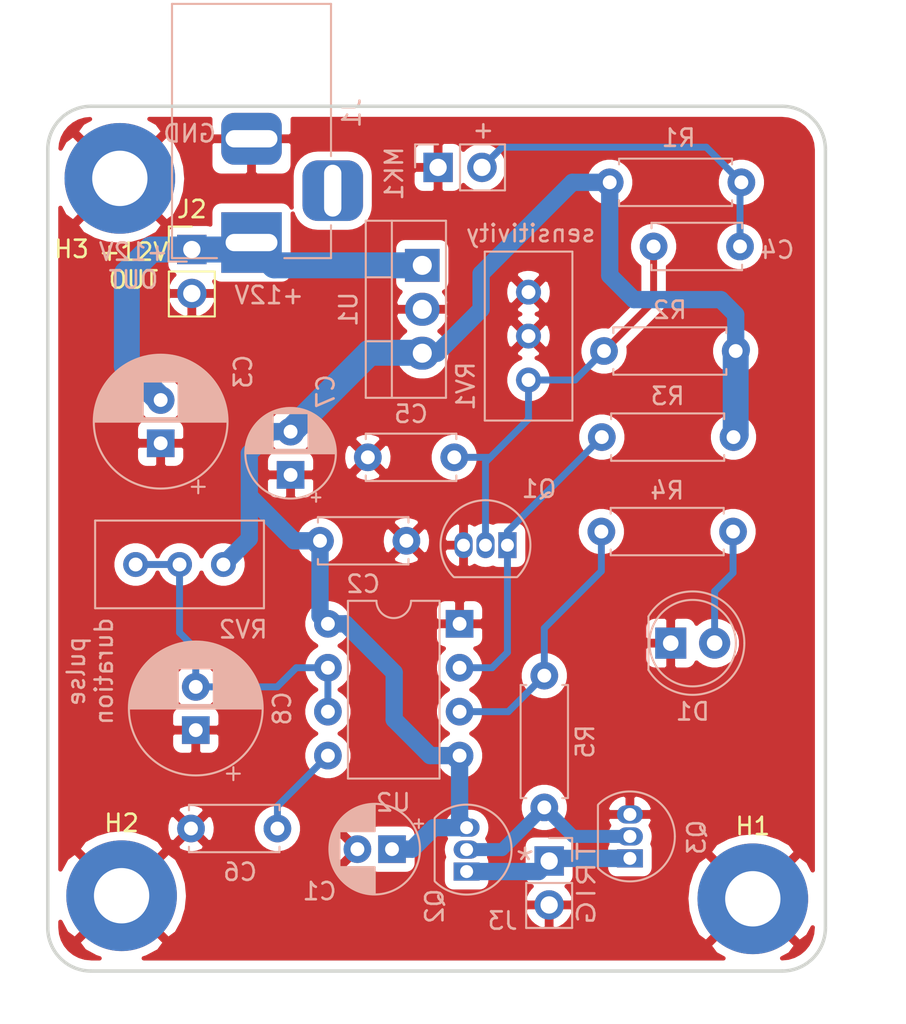
<source format=kicad_pcb>
(kicad_pcb (version 20171130) (host pcbnew "(5.1.10)-1")

  (general
    (thickness 1.6)
    (drawings 17)
    (tracks 89)
    (zones 0)
    (modules 28)
    (nets 13)
  )

  (page A4)
  (layers
    (0 F.Cu signal)
    (31 B.Cu signal)
    (32 B.Adhes user)
    (33 F.Adhes user)
    (34 B.Paste user)
    (35 F.Paste user)
    (36 B.SilkS user)
    (37 F.SilkS user)
    (38 B.Mask user)
    (39 F.Mask user)
    (40 Dwgs.User user)
    (41 Cmts.User user)
    (42 Eco1.User user)
    (43 Eco2.User user)
    (44 Edge.Cuts user)
    (45 Margin user)
    (46 B.CrtYd user)
    (47 F.CrtYd user)
    (48 B.Fab user)
    (49 F.Fab user)
  )

  (setup
    (last_trace_width 0.25)
    (user_trace_width 0.4)
    (user_trace_width 0.5)
    (user_trace_width 0.75)
    (user_trace_width 1)
    (user_trace_width 1.5)
    (trace_clearance 0.2)
    (zone_clearance 0.508)
    (zone_45_only no)
    (trace_min 0)
    (via_size 0.8)
    (via_drill 0.4)
    (via_min_size 0.4)
    (via_min_drill 0.3)
    (uvia_size 0.3)
    (uvia_drill 0.1)
    (uvias_allowed no)
    (uvia_min_size 0.2)
    (uvia_min_drill 0.1)
    (edge_width 0.05)
    (segment_width 0.2)
    (pcb_text_width 0.3)
    (pcb_text_size 1.5 1.5)
    (mod_edge_width 0.12)
    (mod_text_size 1 1)
    (mod_text_width 0.15)
    (pad_size 1.524 1.524)
    (pad_drill 0.762)
    (pad_to_mask_clearance 0)
    (aux_axis_origin 0 0)
    (visible_elements 7FFFFFFF)
    (pcbplotparams
      (layerselection 0x010fc_ffffffff)
      (usegerberextensions true)
      (usegerberattributes false)
      (usegerberadvancedattributes false)
      (creategerberjobfile false)
      (excludeedgelayer true)
      (linewidth 0.100000)
      (plotframeref false)
      (viasonmask false)
      (mode 1)
      (useauxorigin false)
      (hpglpennumber 1)
      (hpglpenspeed 20)
      (hpglpendiameter 15.000000)
      (psnegative false)
      (psa4output false)
      (plotreference true)
      (plotvalue false)
      (plotinvisibletext false)
      (padsonsilk false)
      (subtractmaskfromsilk true)
      (outputformat 1)
      (mirror false)
      (drillshape 0)
      (scaleselection 1)
      (outputdirectory "trigger_gerber/"))
  )

  (net 0 "")
  (net 1 GND)
  (net 2 +5V)
  (net 3 +12V)
  (net 4 "Net-(C4-Pad2)")
  (net 5 "Net-(C4-Pad1)")
  (net 6 "Net-(C6-Pad1)")
  (net 7 "Net-(C8-Pad2)")
  (net 8 "Net-(D1-Pad2)")
  (net 9 "Net-(J3-Pad1)")
  (net 10 "Net-(Q1-Pad1)")
  (net 11 "Net-(Q2-Pad2)")
  (net 12 "Net-(R4-Pad2)")

  (net_class Default "This is the default net class."
    (clearance 0.2)
    (trace_width 0.25)
    (via_dia 0.8)
    (via_drill 0.4)
    (uvia_dia 0.3)
    (uvia_drill 0.1)
    (add_net +12V)
    (add_net +5V)
    (add_net GND)
    (add_net "Net-(C4-Pad1)")
    (add_net "Net-(C4-Pad2)")
    (add_net "Net-(C6-Pad1)")
    (add_net "Net-(C8-Pad2)")
    (add_net "Net-(D1-Pad2)")
    (add_net "Net-(J3-Pad1)")
    (add_net "Net-(Q1-Pad1)")
    (add_net "Net-(Q2-Pad2)")
    (add_net "Net-(R4-Pad2)")
  )

  (module MountingHole:MountingHole_3.2mm_M3_Pad (layer F.Cu) (tedit 56D1B4CB) (tstamp 64CA45EE)
    (at 136.7536 61.5696)
    (descr "Mounting Hole 3.2mm, M3")
    (tags "mounting hole 3.2mm m3")
    (path /64CAB531)
    (attr virtual)
    (fp_text reference H3 (at -2.794 4.0894) (layer F.SilkS)
      (effects (font (size 1 1) (thickness 0.15)))
    )
    (fp_text value MountingHole_Pad (at 0 4.2) (layer F.Fab)
      (effects (font (size 1 1) (thickness 0.15)))
    )
    (fp_circle (center 0 0) (end 3.45 0) (layer F.CrtYd) (width 0.05))
    (fp_circle (center 0 0) (end 3.2 0) (layer Cmts.User) (width 0.15))
    (fp_text user %R (at 0.3 0) (layer F.Fab)
      (effects (font (size 1 1) (thickness 0.15)))
    )
    (pad 1 thru_hole circle (at 0 0) (size 6.4 6.4) (drill 3.2) (layers *.Cu *.Mask)
      (net 1 GND))
  )

  (module MountingHole:MountingHole_3.2mm_M3_Pad (layer F.Cu) (tedit 56D1B4CB) (tstamp 64CA45E6)
    (at 136.8552 103.0478)
    (descr "Mounting Hole 3.2mm, M3")
    (tags "mounting hole 3.2mm m3")
    (path /64CA9498)
    (attr virtual)
    (fp_text reference H2 (at 0 -4.2) (layer F.SilkS)
      (effects (font (size 1 1) (thickness 0.15)))
    )
    (fp_text value MountingHole_Pad (at 0 4.2) (layer F.Fab)
      (effects (font (size 1 1) (thickness 0.15)))
    )
    (fp_circle (center 0 0) (end 3.45 0) (layer F.CrtYd) (width 0.05))
    (fp_circle (center 0 0) (end 3.2 0) (layer Cmts.User) (width 0.15))
    (fp_text user %R (at 0.3 0) (layer F.Fab)
      (effects (font (size 1 1) (thickness 0.15)))
    )
    (pad 1 thru_hole circle (at 0 0) (size 6.4 6.4) (drill 3.2) (layers *.Cu *.Mask)
      (net 1 GND))
  )

  (module MountingHole:MountingHole_3.2mm_M3_Pad (layer F.Cu) (tedit 56D1B4CB) (tstamp 64CA45DE)
    (at 173.3804 103.2256)
    (descr "Mounting Hole 3.2mm, M3")
    (tags "mounting hole 3.2mm m3")
    (path /64CA8965)
    (attr virtual)
    (fp_text reference H1 (at 0 -4.2) (layer F.SilkS)
      (effects (font (size 1 1) (thickness 0.15)))
    )
    (fp_text value MountingHole_Pad (at 0 4.2) (layer F.Fab)
      (effects (font (size 1 1) (thickness 0.15)))
    )
    (fp_circle (center 0 0) (end 3.45 0) (layer F.CrtYd) (width 0.05))
    (fp_circle (center 0 0) (end 3.2 0) (layer Cmts.User) (width 0.15))
    (fp_text user %R (at 0.3 0) (layer F.Fab)
      (effects (font (size 1 1) (thickness 0.15)))
    )
    (pad 1 thru_hole circle (at 0 0) (size 6.4 6.4) (drill 3.2) (layers *.Cu *.Mask)
      (net 1 GND))
  )

  (module Potentiometer_THT:Potentiometer_Bourns_3296W_Vertical (layer B.Cu) (tedit 5A3D4994) (tstamp 64BD5608)
    (at 142.748 83.8962)
    (descr "Potentiometer, vertical, Bourns 3296W, https://www.bourns.com/pdfs/3296.pdf")
    (tags "Potentiometer vertical Bourns 3296W")
    (path /64DC18FF)
    (fp_text reference RV2 (at 1.143 3.7592 180) (layer B.SilkS)
      (effects (font (size 1 1) (thickness 0.15)) (justify mirror))
    )
    (fp_text value 100k (at -2.54 -3.67 180) (layer B.Fab)
      (effects (font (size 1 1) (thickness 0.15)) (justify mirror))
    )
    (fp_circle (center 0.955 -1.15) (end 2.05 -1.15) (layer B.Fab) (width 0.1))
    (fp_line (start -7.305 2.41) (end -7.305 -2.42) (layer B.Fab) (width 0.1))
    (fp_line (start -7.305 -2.42) (end 2.225 -2.42) (layer B.Fab) (width 0.1))
    (fp_line (start 2.225 -2.42) (end 2.225 2.41) (layer B.Fab) (width 0.1))
    (fp_line (start 2.225 2.41) (end -7.305 2.41) (layer B.Fab) (width 0.1))
    (fp_line (start 0.955 -2.235) (end 0.956 -0.066) (layer B.Fab) (width 0.1))
    (fp_line (start 0.955 -2.235) (end 0.956 -0.066) (layer B.Fab) (width 0.1))
    (fp_line (start -7.425 2.53) (end 2.345 2.53) (layer B.SilkS) (width 0.12))
    (fp_line (start -7.425 -2.54) (end 2.345 -2.54) (layer B.SilkS) (width 0.12))
    (fp_line (start -7.425 2.53) (end -7.425 -2.54) (layer B.SilkS) (width 0.12))
    (fp_line (start 2.345 2.53) (end 2.345 -2.54) (layer B.SilkS) (width 0.12))
    (fp_line (start -7.6 2.7) (end -7.6 -2.7) (layer B.CrtYd) (width 0.05))
    (fp_line (start -7.6 -2.7) (end 2.5 -2.7) (layer B.CrtYd) (width 0.05))
    (fp_line (start 2.5 -2.7) (end 2.5 2.7) (layer B.CrtYd) (width 0.05))
    (fp_line (start 2.5 2.7) (end -7.6 2.7) (layer B.CrtYd) (width 0.05))
    (fp_text user %R (at -3.175 -0.005 180) (layer B.Fab)
      (effects (font (size 1 1) (thickness 0.15)) (justify mirror))
    )
    (pad 3 thru_hole circle (at -5.08 0) (size 1.44 1.44) (drill 0.8) (layers *.Cu *.Mask)
      (net 7 "Net-(C8-Pad2)"))
    (pad 2 thru_hole circle (at -2.54 0) (size 1.44 1.44) (drill 0.8) (layers *.Cu *.Mask)
      (net 7 "Net-(C8-Pad2)"))
    (pad 1 thru_hole circle (at 0 0) (size 1.44 1.44) (drill 0.8) (layers *.Cu *.Mask)
      (net 2 +5V))
    (model ${KISYS3DMOD}/Potentiometer_THT.3dshapes/Potentiometer_Bourns_3296W_Vertical.wrl
      (at (xyz 0 0 0))
      (scale (xyz 1 1 1))
      (rotate (xyz 0 0 0))
    )
  )

  (module Potentiometer_THT:Potentiometer_Bourns_3296W_Vertical (layer B.Cu) (tedit 5A3D4994) (tstamp 64BD55F1)
    (at 160.401 73.2282 270)
    (descr "Potentiometer, vertical, Bourns 3296W, https://www.bourns.com/pdfs/3296.pdf")
    (tags "Potentiometer vertical Bourns 3296W")
    (path /64DC013A)
    (fp_text reference RV1 (at 0.3556 3.6322 270) (layer B.SilkS)
      (effects (font (size 1 1) (thickness 0.15)) (justify mirror))
    )
    (fp_text value 100k (at -2.54 -3.67 270) (layer B.Fab)
      (effects (font (size 1 1) (thickness 0.15)) (justify mirror))
    )
    (fp_circle (center 0.955 -1.15) (end 2.05 -1.15) (layer B.Fab) (width 0.1))
    (fp_line (start -7.305 2.41) (end -7.305 -2.42) (layer B.Fab) (width 0.1))
    (fp_line (start -7.305 -2.42) (end 2.225 -2.42) (layer B.Fab) (width 0.1))
    (fp_line (start 2.225 -2.42) (end 2.225 2.41) (layer B.Fab) (width 0.1))
    (fp_line (start 2.225 2.41) (end -7.305 2.41) (layer B.Fab) (width 0.1))
    (fp_line (start 0.955 -2.235) (end 0.956 -0.066) (layer B.Fab) (width 0.1))
    (fp_line (start 0.955 -2.235) (end 0.956 -0.066) (layer B.Fab) (width 0.1))
    (fp_line (start -7.425 2.53) (end 2.345 2.53) (layer B.SilkS) (width 0.12))
    (fp_line (start -7.425 -2.54) (end 2.345 -2.54) (layer B.SilkS) (width 0.12))
    (fp_line (start -7.425 2.53) (end -7.425 -2.54) (layer B.SilkS) (width 0.12))
    (fp_line (start 2.345 2.53) (end 2.345 -2.54) (layer B.SilkS) (width 0.12))
    (fp_line (start -7.6 2.7) (end -7.6 -2.7) (layer B.CrtYd) (width 0.05))
    (fp_line (start -7.6 -2.7) (end 2.5 -2.7) (layer B.CrtYd) (width 0.05))
    (fp_line (start 2.5 -2.7) (end 2.5 2.7) (layer B.CrtYd) (width 0.05))
    (fp_line (start 2.5 2.7) (end -7.6 2.7) (layer B.CrtYd) (width 0.05))
    (fp_text user %R (at -3.175 -0.005 270) (layer B.Fab)
      (effects (font (size 1 1) (thickness 0.15)) (justify mirror))
    )
    (pad 3 thru_hole circle (at -5.08 0 270) (size 1.44 1.44) (drill 0.8) (layers *.Cu *.Mask)
      (net 1 GND))
    (pad 2 thru_hole circle (at -2.54 0 270) (size 1.44 1.44) (drill 0.8) (layers *.Cu *.Mask)
      (net 1 GND))
    (pad 1 thru_hole circle (at 0 0 270) (size 1.44 1.44) (drill 0.8) (layers *.Cu *.Mask)
      (net 5 "Net-(C4-Pad1)"))
    (model ${KISYS3DMOD}/Potentiometer_THT.3dshapes/Potentiometer_Bourns_3296W_Vertical.wrl
      (at (xyz 0 0 0))
      (scale (xyz 1 1 1))
      (rotate (xyz 0 0 0))
    )
  )

  (module Package_DIP:DIP-8_W7.62mm (layer B.Cu) (tedit 5A02E8C5) (tstamp 64BD563E)
    (at 156.4132 87.3252 180)
    (descr "8-lead though-hole mounted DIP package, row spacing 7.62 mm (300 mils)")
    (tags "THT DIP DIL PDIP 2.54mm 7.62mm 300mil")
    (path /64DC1EFD)
    (fp_text reference U2 (at 3.8354 -10.3378 180) (layer B.SilkS)
      (effects (font (size 1 1) (thickness 0.15)) (justify mirror))
    )
    (fp_text value NE555P (at 3.81 -9.95 180) (layer B.Fab)
      (effects (font (size 1 1) (thickness 0.15)) (justify mirror))
    )
    (fp_line (start 1.635 1.27) (end 6.985 1.27) (layer B.Fab) (width 0.1))
    (fp_line (start 6.985 1.27) (end 6.985 -8.89) (layer B.Fab) (width 0.1))
    (fp_line (start 6.985 -8.89) (end 0.635 -8.89) (layer B.Fab) (width 0.1))
    (fp_line (start 0.635 -8.89) (end 0.635 0.27) (layer B.Fab) (width 0.1))
    (fp_line (start 0.635 0.27) (end 1.635 1.27) (layer B.Fab) (width 0.1))
    (fp_line (start 2.81 1.33) (end 1.16 1.33) (layer B.SilkS) (width 0.12))
    (fp_line (start 1.16 1.33) (end 1.16 -8.95) (layer B.SilkS) (width 0.12))
    (fp_line (start 1.16 -8.95) (end 6.46 -8.95) (layer B.SilkS) (width 0.12))
    (fp_line (start 6.46 -8.95) (end 6.46 1.33) (layer B.SilkS) (width 0.12))
    (fp_line (start 6.46 1.33) (end 4.81 1.33) (layer B.SilkS) (width 0.12))
    (fp_line (start -1.1 1.55) (end -1.1 -9.15) (layer B.CrtYd) (width 0.05))
    (fp_line (start -1.1 -9.15) (end 8.7 -9.15) (layer B.CrtYd) (width 0.05))
    (fp_line (start 8.7 -9.15) (end 8.7 1.55) (layer B.CrtYd) (width 0.05))
    (fp_line (start 8.7 1.55) (end -1.1 1.55) (layer B.CrtYd) (width 0.05))
    (fp_text user %R (at 3.81 -3.81 180) (layer F.Fab)
      (effects (font (size 1 1) (thickness 0.15)))
    )
    (fp_arc (start 3.81 1.33) (end 2.81 1.33) (angle 180) (layer B.SilkS) (width 0.12))
    (pad 8 thru_hole oval (at 7.62 0 180) (size 1.6 1.6) (drill 0.8) (layers *.Cu *.Mask)
      (net 2 +5V))
    (pad 4 thru_hole oval (at 0 -7.62 180) (size 1.6 1.6) (drill 0.8) (layers *.Cu *.Mask)
      (net 2 +5V))
    (pad 7 thru_hole oval (at 7.62 -2.54 180) (size 1.6 1.6) (drill 0.8) (layers *.Cu *.Mask)
      (net 7 "Net-(C8-Pad2)"))
    (pad 3 thru_hole oval (at 0 -5.08 180) (size 1.6 1.6) (drill 0.8) (layers *.Cu *.Mask)
      (net 12 "Net-(R4-Pad2)"))
    (pad 6 thru_hole oval (at 7.62 -5.08 180) (size 1.6 1.6) (drill 0.8) (layers *.Cu *.Mask)
      (net 7 "Net-(C8-Pad2)"))
    (pad 2 thru_hole oval (at 0 -2.54 180) (size 1.6 1.6) (drill 0.8) (layers *.Cu *.Mask)
      (net 10 "Net-(Q1-Pad1)"))
    (pad 5 thru_hole oval (at 7.62 -7.62 180) (size 1.6 1.6) (drill 0.8) (layers *.Cu *.Mask)
      (net 6 "Net-(C6-Pad1)"))
    (pad 1 thru_hole rect (at 0 0 180) (size 1.6 1.6) (drill 0.8) (layers *.Cu *.Mask)
      (net 1 GND))
    (model ${KISYS3DMOD}/Package_DIP.3dshapes/DIP-8_W7.62mm.wrl
      (at (xyz 0 0 0))
      (scale (xyz 1 1 1))
      (rotate (xyz 0 0 0))
    )
  )

  (module Package_TO_SOT_THT:TO-220-3_Vertical (layer B.Cu) (tedit 5AC8BA0D) (tstamp 64BD5622)
    (at 154.2542 66.5988 270)
    (descr "TO-220-3, Vertical, RM 2.54mm, see https://www.vishay.com/docs/66542/to-220-1.pdf")
    (tags "TO-220-3 Vertical RM 2.54mm")
    (path /64DD17B6)
    (fp_text reference U1 (at 2.54 4.27 90) (layer B.SilkS)
      (effects (font (size 1 1) (thickness 0.15)) (justify mirror))
    )
    (fp_text value L7805 (at 2.54 -2.5 90) (layer B.Fab)
      (effects (font (size 1 1) (thickness 0.15)) (justify mirror))
    )
    (fp_line (start -2.46 3.15) (end -2.46 -1.25) (layer B.Fab) (width 0.1))
    (fp_line (start -2.46 -1.25) (end 7.54 -1.25) (layer B.Fab) (width 0.1))
    (fp_line (start 7.54 -1.25) (end 7.54 3.15) (layer B.Fab) (width 0.1))
    (fp_line (start 7.54 3.15) (end -2.46 3.15) (layer B.Fab) (width 0.1))
    (fp_line (start -2.46 1.88) (end 7.54 1.88) (layer B.Fab) (width 0.1))
    (fp_line (start 0.69 3.15) (end 0.69 1.88) (layer B.Fab) (width 0.1))
    (fp_line (start 4.39 3.15) (end 4.39 1.88) (layer B.Fab) (width 0.1))
    (fp_line (start -2.58 3.27) (end 7.66 3.27) (layer B.SilkS) (width 0.12))
    (fp_line (start -2.58 -1.371) (end 7.66 -1.371) (layer B.SilkS) (width 0.12))
    (fp_line (start -2.58 3.27) (end -2.58 -1.371) (layer B.SilkS) (width 0.12))
    (fp_line (start 7.66 3.27) (end 7.66 -1.371) (layer B.SilkS) (width 0.12))
    (fp_line (start -2.58 1.76) (end 7.66 1.76) (layer B.SilkS) (width 0.12))
    (fp_line (start 0.69 3.27) (end 0.69 1.76) (layer B.SilkS) (width 0.12))
    (fp_line (start 4.391 3.27) (end 4.391 1.76) (layer B.SilkS) (width 0.12))
    (fp_line (start -2.71 3.4) (end -2.71 -1.51) (layer B.CrtYd) (width 0.05))
    (fp_line (start -2.71 -1.51) (end 7.79 -1.51) (layer B.CrtYd) (width 0.05))
    (fp_line (start 7.79 -1.51) (end 7.79 3.4) (layer B.CrtYd) (width 0.05))
    (fp_line (start 7.79 3.4) (end -2.71 3.4) (layer B.CrtYd) (width 0.05))
    (fp_text user %R (at 2.54 4.27 90) (layer B.Fab)
      (effects (font (size 1 1) (thickness 0.15)) (justify mirror))
    )
    (pad 3 thru_hole oval (at 5.08 0 270) (size 1.905 2) (drill 1.1) (layers *.Cu *.Mask)
      (net 2 +5V))
    (pad 2 thru_hole oval (at 2.54 0 270) (size 1.905 2) (drill 1.1) (layers *.Cu *.Mask)
      (net 1 GND))
    (pad 1 thru_hole rect (at 0 0 270) (size 1.905 2) (drill 1.1) (layers *.Cu *.Mask)
      (net 3 +12V))
    (model ${KISYS3DMOD}/Package_TO_SOT_THT.3dshapes/TO-220-3_Vertical.wrl
      (at (xyz 0 0 0))
      (scale (xyz 1 1 1))
      (rotate (xyz 0 0 0))
    )
  )

  (module Resistor_THT:R_Axial_DIN0207_L6.3mm_D2.5mm_P7.62mm_Horizontal (layer B.Cu) (tedit 5AE5139B) (tstamp 64BD55DA)
    (at 161.3154 97.9424 90)
    (descr "Resistor, Axial_DIN0207 series, Axial, Horizontal, pin pitch=7.62mm, 0.25W = 1/4W, length*diameter=6.3*2.5mm^2, http://cdn-reichelt.de/documents/datenblatt/B400/1_4W%23YAG.pdf")
    (tags "Resistor Axial_DIN0207 series Axial Horizontal pin pitch 7.62mm 0.25W = 1/4W length 6.3mm diameter 2.5mm")
    (path /64DCD9D1)
    (fp_text reference R5 (at 3.81 2.37 90) (layer B.SilkS)
      (effects (font (size 1 1) (thickness 0.15)) (justify mirror))
    )
    (fp_text value 100 (at 3.81 -2.37 90) (layer B.Fab)
      (effects (font (size 1 1) (thickness 0.15)) (justify mirror))
    )
    (fp_line (start 0.66 1.25) (end 0.66 -1.25) (layer B.Fab) (width 0.1))
    (fp_line (start 0.66 -1.25) (end 6.96 -1.25) (layer B.Fab) (width 0.1))
    (fp_line (start 6.96 -1.25) (end 6.96 1.25) (layer B.Fab) (width 0.1))
    (fp_line (start 6.96 1.25) (end 0.66 1.25) (layer B.Fab) (width 0.1))
    (fp_line (start 0 0) (end 0.66 0) (layer B.Fab) (width 0.1))
    (fp_line (start 7.62 0) (end 6.96 0) (layer B.Fab) (width 0.1))
    (fp_line (start 0.54 1.04) (end 0.54 1.37) (layer B.SilkS) (width 0.12))
    (fp_line (start 0.54 1.37) (end 7.08 1.37) (layer B.SilkS) (width 0.12))
    (fp_line (start 7.08 1.37) (end 7.08 1.04) (layer B.SilkS) (width 0.12))
    (fp_line (start 0.54 -1.04) (end 0.54 -1.37) (layer B.SilkS) (width 0.12))
    (fp_line (start 0.54 -1.37) (end 7.08 -1.37) (layer B.SilkS) (width 0.12))
    (fp_line (start 7.08 -1.37) (end 7.08 -1.04) (layer B.SilkS) (width 0.12))
    (fp_line (start -1.05 1.5) (end -1.05 -1.5) (layer B.CrtYd) (width 0.05))
    (fp_line (start -1.05 -1.5) (end 8.67 -1.5) (layer B.CrtYd) (width 0.05))
    (fp_line (start 8.67 -1.5) (end 8.67 1.5) (layer B.CrtYd) (width 0.05))
    (fp_line (start 8.67 1.5) (end -1.05 1.5) (layer B.CrtYd) (width 0.05))
    (fp_text user %R (at -1.895425 1.1638 90) (layer B.Fab)
      (effects (font (size 1 1) (thickness 0.15)) (justify mirror))
    )
    (pad 2 thru_hole oval (at 7.62 0 90) (size 1.6 1.6) (drill 0.8) (layers *.Cu *.Mask)
      (net 12 "Net-(R4-Pad2)"))
    (pad 1 thru_hole circle (at 0 0 90) (size 1.6 1.6) (drill 0.8) (layers *.Cu *.Mask)
      (net 11 "Net-(Q2-Pad2)"))
    (model ${KISYS3DMOD}/Resistor_THT.3dshapes/R_Axial_DIN0207_L6.3mm_D2.5mm_P7.62mm_Horizontal.wrl
      (at (xyz 0 0 0))
      (scale (xyz 1 1 1))
      (rotate (xyz 0 0 0))
    )
  )

  (module Resistor_THT:R_Axial_DIN0207_L6.3mm_D2.5mm_P7.62mm_Horizontal (layer B.Cu) (tedit 5AE5139B) (tstamp 64BD55C3)
    (at 172.2374 81.9912 180)
    (descr "Resistor, Axial_DIN0207 series, Axial, Horizontal, pin pitch=7.62mm, 0.25W = 1/4W, length*diameter=6.3*2.5mm^2, http://cdn-reichelt.de/documents/datenblatt/B400/1_4W%23YAG.pdf")
    (tags "Resistor Axial_DIN0207 series Axial Horizontal pin pitch 7.62mm 0.25W = 1/4W length 6.3mm diameter 2.5mm")
    (path /64E25E2B)
    (fp_text reference R4 (at 3.81 2.37 180) (layer B.SilkS)
      (effects (font (size 1 1) (thickness 0.15)) (justify mirror))
    )
    (fp_text value 1k (at 3.81 -2.37 180) (layer B.Fab)
      (effects (font (size 1 1) (thickness 0.15)) (justify mirror))
    )
    (fp_line (start 0.66 1.25) (end 0.66 -1.25) (layer B.Fab) (width 0.1))
    (fp_line (start 0.66 -1.25) (end 6.96 -1.25) (layer B.Fab) (width 0.1))
    (fp_line (start 6.96 -1.25) (end 6.96 1.25) (layer B.Fab) (width 0.1))
    (fp_line (start 6.96 1.25) (end 0.66 1.25) (layer B.Fab) (width 0.1))
    (fp_line (start 0 0) (end 0.66 0) (layer B.Fab) (width 0.1))
    (fp_line (start 7.62 0) (end 6.96 0) (layer B.Fab) (width 0.1))
    (fp_line (start 0.54 1.04) (end 0.54 1.37) (layer B.SilkS) (width 0.12))
    (fp_line (start 0.54 1.37) (end 7.08 1.37) (layer B.SilkS) (width 0.12))
    (fp_line (start 7.08 1.37) (end 7.08 1.04) (layer B.SilkS) (width 0.12))
    (fp_line (start 0.54 -1.04) (end 0.54 -1.37) (layer B.SilkS) (width 0.12))
    (fp_line (start 0.54 -1.37) (end 7.08 -1.37) (layer B.SilkS) (width 0.12))
    (fp_line (start 7.08 -1.37) (end 7.08 -1.04) (layer B.SilkS) (width 0.12))
    (fp_line (start -1.05 1.5) (end -1.05 -1.5) (layer B.CrtYd) (width 0.05))
    (fp_line (start -1.05 -1.5) (end 8.67 -1.5) (layer B.CrtYd) (width 0.05))
    (fp_line (start 8.67 -1.5) (end 8.67 1.5) (layer B.CrtYd) (width 0.05))
    (fp_line (start 8.67 1.5) (end -1.05 1.5) (layer B.CrtYd) (width 0.05))
    (fp_text user %R (at 3.81 0 180) (layer B.Fab)
      (effects (font (size 1 1) (thickness 0.15)) (justify mirror))
    )
    (pad 2 thru_hole oval (at 7.62 0 180) (size 1.6 1.6) (drill 0.8) (layers *.Cu *.Mask)
      (net 12 "Net-(R4-Pad2)"))
    (pad 1 thru_hole circle (at 0 0 180) (size 1.6 1.6) (drill 0.8) (layers *.Cu *.Mask)
      (net 8 "Net-(D1-Pad2)"))
    (model ${KISYS3DMOD}/Resistor_THT.3dshapes/R_Axial_DIN0207_L6.3mm_D2.5mm_P7.62mm_Horizontal.wrl
      (at (xyz 0 0 0))
      (scale (xyz 1 1 1))
      (rotate (xyz 0 0 0))
    )
  )

  (module Resistor_THT:R_Axial_DIN0207_L6.3mm_D2.5mm_P7.62mm_Horizontal (layer B.Cu) (tedit 5AE5139B) (tstamp 64BD55AC)
    (at 172.2628 76.5302 180)
    (descr "Resistor, Axial_DIN0207 series, Axial, Horizontal, pin pitch=7.62mm, 0.25W = 1/4W, length*diameter=6.3*2.5mm^2, http://cdn-reichelt.de/documents/datenblatt/B400/1_4W%23YAG.pdf")
    (tags "Resistor Axial_DIN0207 series Axial Horizontal pin pitch 7.62mm 0.25W = 1/4W length 6.3mm diameter 2.5mm")
    (path /64DBEF6B)
    (fp_text reference R3 (at 3.81 2.37 180) (layer B.SilkS)
      (effects (font (size 1 1) (thickness 0.15)) (justify mirror))
    )
    (fp_text value 20k (at 3.81 -2.37 180) (layer B.Fab)
      (effects (font (size 1 1) (thickness 0.15)) (justify mirror))
    )
    (fp_line (start 0.66 1.25) (end 0.66 -1.25) (layer B.Fab) (width 0.1))
    (fp_line (start 0.66 -1.25) (end 6.96 -1.25) (layer B.Fab) (width 0.1))
    (fp_line (start 6.96 -1.25) (end 6.96 1.25) (layer B.Fab) (width 0.1))
    (fp_line (start 6.96 1.25) (end 0.66 1.25) (layer B.Fab) (width 0.1))
    (fp_line (start 0 0) (end 0.66 0) (layer B.Fab) (width 0.1))
    (fp_line (start 7.62 0) (end 6.96 0) (layer B.Fab) (width 0.1))
    (fp_line (start 0.54 1.04) (end 0.54 1.37) (layer B.SilkS) (width 0.12))
    (fp_line (start 0.54 1.37) (end 7.08 1.37) (layer B.SilkS) (width 0.12))
    (fp_line (start 7.08 1.37) (end 7.08 1.04) (layer B.SilkS) (width 0.12))
    (fp_line (start 0.54 -1.04) (end 0.54 -1.37) (layer B.SilkS) (width 0.12))
    (fp_line (start 0.54 -1.37) (end 7.08 -1.37) (layer B.SilkS) (width 0.12))
    (fp_line (start 7.08 -1.37) (end 7.08 -1.04) (layer B.SilkS) (width 0.12))
    (fp_line (start -1.05 1.5) (end -1.05 -1.5) (layer B.CrtYd) (width 0.05))
    (fp_line (start -1.05 -1.5) (end 8.67 -1.5) (layer B.CrtYd) (width 0.05))
    (fp_line (start 8.67 -1.5) (end 8.67 1.5) (layer B.CrtYd) (width 0.05))
    (fp_line (start 8.67 1.5) (end -1.05 1.5) (layer B.CrtYd) (width 0.05))
    (fp_text user %R (at 4.7498 -0.762 180) (layer B.Fab)
      (effects (font (size 1 1) (thickness 0.15)) (justify mirror))
    )
    (pad 2 thru_hole oval (at 7.62 0 180) (size 1.6 1.6) (drill 0.8) (layers *.Cu *.Mask)
      (net 10 "Net-(Q1-Pad1)"))
    (pad 1 thru_hole circle (at 0 0 180) (size 1.6 1.6) (drill 0.8) (layers *.Cu *.Mask)
      (net 2 +5V))
    (model ${KISYS3DMOD}/Resistor_THT.3dshapes/R_Axial_DIN0207_L6.3mm_D2.5mm_P7.62mm_Horizontal.wrl
      (at (xyz 0 0 0))
      (scale (xyz 1 1 1))
      (rotate (xyz 0 0 0))
    )
  )

  (module Resistor_THT:R_Axial_DIN0207_L6.3mm_D2.5mm_P7.62mm_Horizontal (layer B.Cu) (tedit 5AE5139B) (tstamp 64BD5595)
    (at 172.3898 71.5518 180)
    (descr "Resistor, Axial_DIN0207 series, Axial, Horizontal, pin pitch=7.62mm, 0.25W = 1/4W, length*diameter=6.3*2.5mm^2, http://cdn-reichelt.de/documents/datenblatt/B400/1_4W%23YAG.pdf")
    (tags "Resistor Axial_DIN0207 series Axial Horizontal pin pitch 7.62mm 0.25W = 1/4W length 6.3mm diameter 2.5mm")
    (path /64DBEDA2)
    (fp_text reference R2 (at 3.81 2.37 180) (layer B.SilkS)
      (effects (font (size 1 1) (thickness 0.15)) (justify mirror))
    )
    (fp_text value 470k (at 3.81 -2.37 180) (layer B.Fab)
      (effects (font (size 1 1) (thickness 0.15)) (justify mirror))
    )
    (fp_line (start 0.66 1.25) (end 0.66 -1.25) (layer B.Fab) (width 0.1))
    (fp_line (start 0.66 -1.25) (end 6.96 -1.25) (layer B.Fab) (width 0.1))
    (fp_line (start 6.96 -1.25) (end 6.96 1.25) (layer B.Fab) (width 0.1))
    (fp_line (start 6.96 1.25) (end 0.66 1.25) (layer B.Fab) (width 0.1))
    (fp_line (start 0 0) (end 0.66 0) (layer B.Fab) (width 0.1))
    (fp_line (start 7.62 0) (end 6.96 0) (layer B.Fab) (width 0.1))
    (fp_line (start 0.54 1.04) (end 0.54 1.37) (layer B.SilkS) (width 0.12))
    (fp_line (start 0.54 1.37) (end 7.08 1.37) (layer B.SilkS) (width 0.12))
    (fp_line (start 7.08 1.37) (end 7.08 1.04) (layer B.SilkS) (width 0.12))
    (fp_line (start 0.54 -1.04) (end 0.54 -1.37) (layer B.SilkS) (width 0.12))
    (fp_line (start 0.54 -1.37) (end 7.08 -1.37) (layer B.SilkS) (width 0.12))
    (fp_line (start 7.08 -1.37) (end 7.08 -1.04) (layer B.SilkS) (width 0.12))
    (fp_line (start -1.05 1.5) (end -1.05 -1.5) (layer B.CrtYd) (width 0.05))
    (fp_line (start -1.05 -1.5) (end 8.67 -1.5) (layer B.CrtYd) (width 0.05))
    (fp_line (start 8.67 -1.5) (end 8.67 1.5) (layer B.CrtYd) (width 0.05))
    (fp_line (start 8.67 1.5) (end -1.05 1.5) (layer B.CrtYd) (width 0.05))
    (fp_text user %R (at 3.81 0 180) (layer B.Fab)
      (effects (font (size 1 1) (thickness 0.15)) (justify mirror))
    )
    (pad 2 thru_hole oval (at 7.62 0 180) (size 1.6 1.6) (drill 0.8) (layers *.Cu *.Mask)
      (net 5 "Net-(C4-Pad1)"))
    (pad 1 thru_hole circle (at 0 0 180) (size 1.6 1.6) (drill 0.8) (layers *.Cu *.Mask)
      (net 2 +5V))
    (model ${KISYS3DMOD}/Resistor_THT.3dshapes/R_Axial_DIN0207_L6.3mm_D2.5mm_P7.62mm_Horizontal.wrl
      (at (xyz 0 0 0))
      (scale (xyz 1 1 1))
      (rotate (xyz 0 0 0))
    )
  )

  (module Resistor_THT:R_Axial_DIN0207_L6.3mm_D2.5mm_P7.62mm_Horizontal (layer B.Cu) (tedit 5AE5139B) (tstamp 64BD557E)
    (at 165.1 61.7982)
    (descr "Resistor, Axial_DIN0207 series, Axial, Horizontal, pin pitch=7.62mm, 0.25W = 1/4W, length*diameter=6.3*2.5mm^2, http://cdn-reichelt.de/documents/datenblatt/B400/1_4W%23YAG.pdf")
    (tags "Resistor Axial_DIN0207 series Axial Horizontal pin pitch 7.62mm 0.25W = 1/4W length 6.3mm diameter 2.5mm")
    (path /64DBD0B8)
    (fp_text reference R1 (at 3.9878 -2.5654 180) (layer B.SilkS)
      (effects (font (size 1 1) (thickness 0.15)) (justify mirror))
    )
    (fp_text value 2.2k (at 3.81 -2.37 180) (layer B.Fab)
      (effects (font (size 1 1) (thickness 0.15)) (justify mirror))
    )
    (fp_line (start 0.66 1.25) (end 0.66 -1.25) (layer B.Fab) (width 0.1))
    (fp_line (start 0.66 -1.25) (end 6.96 -1.25) (layer B.Fab) (width 0.1))
    (fp_line (start 6.96 -1.25) (end 6.96 1.25) (layer B.Fab) (width 0.1))
    (fp_line (start 6.96 1.25) (end 0.66 1.25) (layer B.Fab) (width 0.1))
    (fp_line (start 0 0) (end 0.66 0) (layer B.Fab) (width 0.1))
    (fp_line (start 7.62 0) (end 6.96 0) (layer B.Fab) (width 0.1))
    (fp_line (start 0.54 1.04) (end 0.54 1.37) (layer B.SilkS) (width 0.12))
    (fp_line (start 0.54 1.37) (end 7.08 1.37) (layer B.SilkS) (width 0.12))
    (fp_line (start 7.08 1.37) (end 7.08 1.04) (layer B.SilkS) (width 0.12))
    (fp_line (start 0.54 -1.04) (end 0.54 -1.37) (layer B.SilkS) (width 0.12))
    (fp_line (start 0.54 -1.37) (end 7.08 -1.37) (layer B.SilkS) (width 0.12))
    (fp_line (start 7.08 -1.37) (end 7.08 -1.04) (layer B.SilkS) (width 0.12))
    (fp_line (start -1.05 1.5) (end -1.05 -1.5) (layer B.CrtYd) (width 0.05))
    (fp_line (start -1.05 -1.5) (end 8.67 -1.5) (layer B.CrtYd) (width 0.05))
    (fp_line (start 8.67 -1.5) (end 8.67 1.5) (layer B.CrtYd) (width 0.05))
    (fp_line (start 8.67 1.5) (end -1.05 1.5) (layer B.CrtYd) (width 0.05))
    (fp_text user %R (at 3.81 0 180) (layer B.Fab)
      (effects (font (size 1 1) (thickness 0.15)) (justify mirror))
    )
    (pad 2 thru_hole oval (at 7.62 0) (size 1.6 1.6) (drill 0.8) (layers *.Cu *.Mask)
      (net 4 "Net-(C4-Pad2)"))
    (pad 1 thru_hole circle (at 0 0) (size 1.6 1.6) (drill 0.8) (layers *.Cu *.Mask)
      (net 2 +5V))
    (model ${KISYS3DMOD}/Resistor_THT.3dshapes/R_Axial_DIN0207_L6.3mm_D2.5mm_P7.62mm_Horizontal.wrl
      (at (xyz 0 0 0))
      (scale (xyz 1 1 1))
      (rotate (xyz 0 0 0))
    )
  )

  (module Package_TO_SOT_THT:TO-92_Inline (layer B.Cu) (tedit 5A1DD157) (tstamp 64BD5567)
    (at 166.2684 100.8888 90)
    (descr "TO-92 leads in-line, narrow, oval pads, drill 0.75mm (see NXP sot054_po.pdf)")
    (tags "to-92 sc-43 sc-43a sot54 PA33 transistor")
    (path /64DCE38A)
    (fp_text reference Q3 (at 1.2192 3.8608 270) (layer B.SilkS)
      (effects (font (size 1 1) (thickness 0.15)) (justify mirror))
    )
    (fp_text value 2N3906 (at 1.27 -2.79 270) (layer B.Fab)
      (effects (font (size 1 1) (thickness 0.15)) (justify mirror))
    )
    (fp_line (start -0.53 -1.85) (end 3.07 -1.85) (layer B.SilkS) (width 0.12))
    (fp_line (start -0.5 -1.75) (end 3 -1.75) (layer B.Fab) (width 0.1))
    (fp_line (start -1.46 2.73) (end 4 2.73) (layer B.CrtYd) (width 0.05))
    (fp_line (start -1.46 2.73) (end -1.46 -2.01) (layer B.CrtYd) (width 0.05))
    (fp_line (start 4 -2.01) (end 4 2.73) (layer B.CrtYd) (width 0.05))
    (fp_line (start 4 -2.01) (end -1.46 -2.01) (layer B.CrtYd) (width 0.05))
    (fp_arc (start 1.27 0) (end 1.27 2.6) (angle -135) (layer B.SilkS) (width 0.12))
    (fp_arc (start 1.27 0) (end 1.27 2.48) (angle 135) (layer B.Fab) (width 0.1))
    (fp_arc (start 1.27 0) (end 1.27 2.6) (angle 135) (layer B.SilkS) (width 0.12))
    (fp_arc (start 1.27 0) (end 1.27 2.48) (angle -135) (layer B.Fab) (width 0.1))
    (fp_text user %R (at 1.27 0 270) (layer B.Fab)
      (effects (font (size 1 1) (thickness 0.15)) (justify mirror))
    )
    (pad 1 thru_hole rect (at 0 0 90) (size 1.05 1.5) (drill 0.75) (layers *.Cu *.Mask)
      (net 9 "Net-(J3-Pad1)"))
    (pad 3 thru_hole oval (at 2.54 0 90) (size 1.05 1.5) (drill 0.75) (layers *.Cu *.Mask)
      (net 1 GND))
    (pad 2 thru_hole oval (at 1.27 0 90) (size 1.05 1.5) (drill 0.75) (layers *.Cu *.Mask)
      (net 11 "Net-(Q2-Pad2)"))
    (model ${KISYS3DMOD}/Package_TO_SOT_THT.3dshapes/TO-92_Inline.wrl
      (at (xyz 0 0 0))
      (scale (xyz 1 1 1))
      (rotate (xyz 0 0 0))
    )
  )

  (module Package_TO_SOT_THT:TO-92_Inline (layer B.Cu) (tedit 5A1DD157) (tstamp 64BD5555)
    (at 156.8196 101.6508 90)
    (descr "TO-92 leads in-line, narrow, oval pads, drill 0.75mm (see NXP sot054_po.pdf)")
    (tags "to-92 sc-43 sc-43a sot54 PA33 transistor")
    (path /64DCDC34)
    (fp_text reference Q2 (at -2.0066 -1.8542 270) (layer B.SilkS)
      (effects (font (size 1 1) (thickness 0.15)) (justify mirror))
    )
    (fp_text value 2N3904 (at 1.27 -2.79 180) (layer B.Fab)
      (effects (font (size 1 1) (thickness 0.15)) (justify mirror))
    )
    (fp_line (start -0.53 -1.85) (end 3.07 -1.85) (layer B.SilkS) (width 0.12))
    (fp_line (start -0.5 -1.75) (end 3 -1.75) (layer B.Fab) (width 0.1))
    (fp_line (start -1.46 2.73) (end 4 2.73) (layer B.CrtYd) (width 0.05))
    (fp_line (start -1.46 2.73) (end -1.46 -2.01) (layer B.CrtYd) (width 0.05))
    (fp_line (start 4 -2.01) (end 4 2.73) (layer B.CrtYd) (width 0.05))
    (fp_line (start 4 -2.01) (end -1.46 -2.01) (layer B.CrtYd) (width 0.05))
    (fp_arc (start 1.27 0) (end 1.27 2.6) (angle -135) (layer B.SilkS) (width 0.12))
    (fp_arc (start 1.27 0) (end 1.27 2.48) (angle 135) (layer B.Fab) (width 0.1))
    (fp_arc (start 1.27 0) (end 1.27 2.6) (angle 135) (layer B.SilkS) (width 0.12))
    (fp_arc (start 1.27 0) (end 1.27 2.48) (angle -135) (layer B.Fab) (width 0.1))
    (fp_text user %R (at 2.106375 0.9338 270) (layer B.Fab)
      (effects (font (size 1 1) (thickness 0.15)) (justify mirror))
    )
    (pad 1 thru_hole rect (at 0 0 90) (size 1.05 1.5) (drill 0.75) (layers *.Cu *.Mask)
      (net 9 "Net-(J3-Pad1)"))
    (pad 3 thru_hole oval (at 2.54 0 90) (size 1.05 1.5) (drill 0.75) (layers *.Cu *.Mask)
      (net 2 +5V))
    (pad 2 thru_hole oval (at 1.27 0 90) (size 1.05 1.5) (drill 0.75) (layers *.Cu *.Mask)
      (net 11 "Net-(Q2-Pad2)"))
    (model ${KISYS3DMOD}/Package_TO_SOT_THT.3dshapes/TO-92_Inline.wrl
      (at (xyz 0 0 0))
      (scale (xyz 1 1 1))
      (rotate (xyz 0 0 0))
    )
  )

  (module Package_TO_SOT_THT:TO-92_Inline (layer B.Cu) (tedit 5A1DD157) (tstamp 64BD5543)
    (at 159.1818 82.7786 180)
    (descr "TO-92 leads in-line, narrow, oval pads, drill 0.75mm (see NXP sot054_po.pdf)")
    (tags "to-92 sc-43 sc-43a sot54 PA33 transistor")
    (path /64DC34F1)
    (fp_text reference Q1 (at -1.8288 3.2512 180) (layer B.SilkS)
      (effects (font (size 1 1) (thickness 0.15)) (justify mirror))
    )
    (fp_text value BC550 (at 1.27 -2.79 180) (layer B.Fab)
      (effects (font (size 1 1) (thickness 0.15)) (justify mirror))
    )
    (fp_line (start -0.53 -1.85) (end 3.07 -1.85) (layer B.SilkS) (width 0.12))
    (fp_line (start -0.5 -1.75) (end 3 -1.75) (layer B.Fab) (width 0.1))
    (fp_line (start -1.46 2.73) (end 4 2.73) (layer B.CrtYd) (width 0.05))
    (fp_line (start -1.46 2.73) (end -1.46 -2.01) (layer B.CrtYd) (width 0.05))
    (fp_line (start 4 -2.01) (end 4 2.73) (layer B.CrtYd) (width 0.05))
    (fp_line (start 4 -2.01) (end -1.46 -2.01) (layer B.CrtYd) (width 0.05))
    (fp_arc (start 1.27 0) (end 1.27 2.6) (angle -135) (layer B.SilkS) (width 0.12))
    (fp_arc (start 1.27 0) (end 1.27 2.48) (angle 135) (layer B.Fab) (width 0.1))
    (fp_arc (start 1.27 0) (end 1.27 2.6) (angle 135) (layer B.SilkS) (width 0.12))
    (fp_arc (start 1.27 0) (end 1.27 2.48) (angle -135) (layer B.Fab) (width 0.1))
    (fp_text user %R (at -0.0508 0.0508 180) (layer B.Fab)
      (effects (font (size 1 1) (thickness 0.15)) (justify mirror))
    )
    (pad 1 thru_hole rect (at 0 0 180) (size 1.05 1.5) (drill 0.75) (layers *.Cu *.Mask)
      (net 10 "Net-(Q1-Pad1)"))
    (pad 3 thru_hole oval (at 2.54 0 180) (size 1.05 1.5) (drill 0.75) (layers *.Cu *.Mask)
      (net 1 GND))
    (pad 2 thru_hole oval (at 1.27 0 180) (size 1.05 1.5) (drill 0.75) (layers *.Cu *.Mask)
      (net 5 "Net-(C4-Pad1)"))
    (model ${KISYS3DMOD}/Package_TO_SOT_THT.3dshapes/TO-92_Inline.wrl
      (at (xyz 0 0 0))
      (scale (xyz 1 1 1))
      (rotate (xyz 0 0 0))
    )
  )

  (module Connector_PinHeader_2.54mm:PinHeader_1x02_P2.54mm_Vertical (layer B.Cu) (tedit 59FED5CC) (tstamp 64BD5531)
    (at 155.1686 60.9346 270)
    (descr "Through hole straight pin header, 1x02, 2.54mm pitch, single row")
    (tags "Through hole pin header THT 1x02 2.54mm single row")
    (path /64DC5AE9)
    (fp_text reference MK1 (at 0.3556 2.54 90) (layer B.SilkS)
      (effects (font (size 1 1) (thickness 0.15)) (justify mirror))
    )
    (fp_text value Mic (at 0 -4.87 90) (layer B.Fab)
      (effects (font (size 1 1) (thickness 0.15)) (justify mirror))
    )
    (fp_line (start -0.635 1.27) (end 1.27 1.27) (layer B.Fab) (width 0.1))
    (fp_line (start 1.27 1.27) (end 1.27 -3.81) (layer B.Fab) (width 0.1))
    (fp_line (start 1.27 -3.81) (end -1.27 -3.81) (layer B.Fab) (width 0.1))
    (fp_line (start -1.27 -3.81) (end -1.27 0.635) (layer B.Fab) (width 0.1))
    (fp_line (start -1.27 0.635) (end -0.635 1.27) (layer B.Fab) (width 0.1))
    (fp_line (start -1.33 -3.87) (end 1.33 -3.87) (layer B.SilkS) (width 0.12))
    (fp_line (start -1.33 -1.27) (end -1.33 -3.87) (layer B.SilkS) (width 0.12))
    (fp_line (start 1.33 -1.27) (end 1.33 -3.87) (layer B.SilkS) (width 0.12))
    (fp_line (start -1.33 -1.27) (end 1.33 -1.27) (layer B.SilkS) (width 0.12))
    (fp_line (start -1.33 0) (end -1.33 1.33) (layer B.SilkS) (width 0.12))
    (fp_line (start -1.33 1.33) (end 0 1.33) (layer B.SilkS) (width 0.12))
    (fp_line (start -1.8 1.8) (end -1.8 -4.35) (layer B.CrtYd) (width 0.05))
    (fp_line (start -1.8 -4.35) (end 1.8 -4.35) (layer B.CrtYd) (width 0.05))
    (fp_line (start 1.8 -4.35) (end 1.8 1.8) (layer B.CrtYd) (width 0.05))
    (fp_line (start 1.8 1.8) (end -1.8 1.8) (layer B.CrtYd) (width 0.05))
    (fp_text user %R (at 0.381 -2.6416 180) (layer B.Fab)
      (effects (font (size 1 1) (thickness 0.15)) (justify mirror))
    )
    (pad 2 thru_hole oval (at 0 -2.54 270) (size 1.7 1.7) (drill 1) (layers *.Cu *.Mask)
      (net 4 "Net-(C4-Pad2)"))
    (pad 1 thru_hole rect (at 0 0 270) (size 1.7 1.7) (drill 1) (layers *.Cu *.Mask)
      (net 1 GND))
    (model ${KISYS3DMOD}/Connector_PinHeader_2.54mm.3dshapes/PinHeader_1x02_P2.54mm_Vertical.wrl
      (at (xyz 0 0 0))
      (scale (xyz 1 1 1))
      (rotate (xyz 0 0 0))
    )
  )

  (module Connector_PinHeader_2.54mm:PinHeader_1x02_P2.54mm_Vertical (layer B.Cu) (tedit 59FED5CC) (tstamp 64BD551B)
    (at 161.5948 101.0412 180)
    (descr "Through hole straight pin header, 1x02, 2.54mm pitch, single row")
    (tags "Through hole pin header THT 1x02 2.54mm single row")
    (path /64DCF2D2)
    (fp_text reference J3 (at 2.6924 -3.4544 180) (layer B.SilkS)
      (effects (font (size 1 1) (thickness 0.15)) (justify mirror))
    )
    (fp_text value Trigger (at 0 -4.87 180) (layer B.Fab)
      (effects (font (size 1 1) (thickness 0.15)) (justify mirror))
    )
    (fp_line (start -0.635 1.27) (end 1.27 1.27) (layer B.Fab) (width 0.1))
    (fp_line (start 1.27 1.27) (end 1.27 -3.81) (layer B.Fab) (width 0.1))
    (fp_line (start 1.27 -3.81) (end -1.27 -3.81) (layer B.Fab) (width 0.1))
    (fp_line (start -1.27 -3.81) (end -1.27 0.635) (layer B.Fab) (width 0.1))
    (fp_line (start -1.27 0.635) (end -0.635 1.27) (layer B.Fab) (width 0.1))
    (fp_line (start -1.33 -3.87) (end 1.33 -3.87) (layer B.SilkS) (width 0.12))
    (fp_line (start -1.33 -1.27) (end -1.33 -3.87) (layer B.SilkS) (width 0.12))
    (fp_line (start 1.33 -1.27) (end 1.33 -3.87) (layer B.SilkS) (width 0.12))
    (fp_line (start -1.33 -1.27) (end 1.33 -1.27) (layer B.SilkS) (width 0.12))
    (fp_line (start -1.33 0) (end -1.33 1.33) (layer B.SilkS) (width 0.12))
    (fp_line (start -1.33 1.33) (end 0 1.33) (layer B.SilkS) (width 0.12))
    (fp_line (start -1.8 1.8) (end -1.8 -4.35) (layer B.CrtYd) (width 0.05))
    (fp_line (start -1.8 -4.35) (end 1.8 -4.35) (layer B.CrtYd) (width 0.05))
    (fp_line (start 1.8 -4.35) (end 1.8 1.8) (layer B.CrtYd) (width 0.05))
    (fp_line (start 1.8 1.8) (end -1.8 1.8) (layer B.CrtYd) (width 0.05))
    (fp_text user %R (at 0.939175 -3.0226 180) (layer B.Fab)
      (effects (font (size 1 1) (thickness 0.15)) (justify mirror))
    )
    (pad 2 thru_hole oval (at 0 -2.54 180) (size 1.7 1.7) (drill 1) (layers *.Cu *.Mask)
      (net 1 GND))
    (pad 1 thru_hole rect (at 0 0 180) (size 1.7 1.7) (drill 1) (layers *.Cu *.Mask)
      (net 9 "Net-(J3-Pad1)"))
    (model ${KISYS3DMOD}/Connector_PinHeader_2.54mm.3dshapes/PinHeader_1x02_P2.54mm_Vertical.wrl
      (at (xyz 0 0 0))
      (scale (xyz 1 1 1))
      (rotate (xyz 0 0 0))
    )
  )

  (module Connector_PinHeader_2.54mm:PinHeader_1x02_P2.54mm_Vertical (layer F.Cu) (tedit 59FED5CC) (tstamp 64BD5505)
    (at 140.9192 65.6844)
    (descr "Through hole straight pin header, 1x02, 2.54mm pitch, single row")
    (tags "Through hole pin header THT 1x02 2.54mm single row")
    (path /64DD09A6)
    (fp_text reference J2 (at 0 -2.33 180) (layer F.SilkS)
      (effects (font (size 1 1) (thickness 0.15)))
    )
    (fp_text value 12V_OUT (at 0 4.87 180) (layer F.Fab)
      (effects (font (size 1 1) (thickness 0.15)))
    )
    (fp_line (start -0.635 -1.27) (end 1.27 -1.27) (layer F.Fab) (width 0.1))
    (fp_line (start 1.27 -1.27) (end 1.27 3.81) (layer F.Fab) (width 0.1))
    (fp_line (start 1.27 3.81) (end -1.27 3.81) (layer F.Fab) (width 0.1))
    (fp_line (start -1.27 3.81) (end -1.27 -0.635) (layer F.Fab) (width 0.1))
    (fp_line (start -1.27 -0.635) (end -0.635 -1.27) (layer F.Fab) (width 0.1))
    (fp_line (start -1.33 3.87) (end 1.33 3.87) (layer F.SilkS) (width 0.12))
    (fp_line (start -1.33 1.27) (end -1.33 3.87) (layer F.SilkS) (width 0.12))
    (fp_line (start 1.33 1.27) (end 1.33 3.87) (layer F.SilkS) (width 0.12))
    (fp_line (start -1.33 1.27) (end 1.33 1.27) (layer F.SilkS) (width 0.12))
    (fp_line (start -1.33 0) (end -1.33 -1.33) (layer F.SilkS) (width 0.12))
    (fp_line (start -1.33 -1.33) (end 0 -1.33) (layer F.SilkS) (width 0.12))
    (fp_line (start -1.8 -1.8) (end -1.8 4.35) (layer F.CrtYd) (width 0.05))
    (fp_line (start -1.8 4.35) (end 1.8 4.35) (layer F.CrtYd) (width 0.05))
    (fp_line (start 1.8 4.35) (end 1.8 -1.8) (layer F.CrtYd) (width 0.05))
    (fp_line (start 1.8 -1.8) (end -1.8 -1.8) (layer F.CrtYd) (width 0.05))
    (fp_text user %R (at -0.126425 3.9272 -90) (layer F.Fab)
      (effects (font (size 1 1) (thickness 0.15)))
    )
    (pad 2 thru_hole oval (at 0 2.54) (size 1.7 1.7) (drill 1) (layers *.Cu *.Mask)
      (net 1 GND))
    (pad 1 thru_hole rect (at 0 0) (size 1.7 1.7) (drill 1) (layers *.Cu *.Mask)
      (net 3 +12V))
    (model ${KISYS3DMOD}/Connector_PinHeader_2.54mm.3dshapes/PinHeader_1x02_P2.54mm_Vertical.wrl
      (at (xyz 0 0 0))
      (scale (xyz 1 1 1))
      (rotate (xyz 0 0 0))
    )
  )

  (module Connector_BarrelJack:BarrelJack_Horizontal (layer B.Cu) (tedit 5A1DBF6A) (tstamp 64BD54EF)
    (at 144.3726 65.2808 270)
    (descr "DC Barrel Jack")
    (tags "Power Jack")
    (path /64DD3363)
    (fp_text reference J1 (at -7.493 -5.7912 90) (layer B.SilkS)
      (effects (font (size 1 1) (thickness 0.15)) (justify mirror))
    )
    (fp_text value 12V_IN (at -6.2 5.5 90) (layer B.Fab)
      (effects (font (size 1 1) (thickness 0.15)) (justify mirror))
    )
    (fp_line (start -0.003213 4.505425) (end 0.8 3.75) (layer B.Fab) (width 0.1))
    (fp_line (start 1.1 3.75) (end 1.1 4.8) (layer B.SilkS) (width 0.12))
    (fp_line (start 0.05 4.8) (end 1.1 4.8) (layer B.SilkS) (width 0.12))
    (fp_line (start 1 4.5) (end 1 4.75) (layer B.CrtYd) (width 0.05))
    (fp_line (start 1 4.75) (end -14 4.75) (layer B.CrtYd) (width 0.05))
    (fp_line (start 1 4.5) (end 1 2) (layer B.CrtYd) (width 0.05))
    (fp_line (start 1 2) (end 2 2) (layer B.CrtYd) (width 0.05))
    (fp_line (start 2 2) (end 2 -2) (layer B.CrtYd) (width 0.05))
    (fp_line (start 2 -2) (end 1 -2) (layer B.CrtYd) (width 0.05))
    (fp_line (start 1 -2) (end 1 -4.75) (layer B.CrtYd) (width 0.05))
    (fp_line (start 1 -4.75) (end -1 -4.75) (layer B.CrtYd) (width 0.05))
    (fp_line (start -1 -4.75) (end -1 -6.75) (layer B.CrtYd) (width 0.05))
    (fp_line (start -1 -6.75) (end -5 -6.75) (layer B.CrtYd) (width 0.05))
    (fp_line (start -5 -6.75) (end -5 -4.75) (layer B.CrtYd) (width 0.05))
    (fp_line (start -5 -4.75) (end -14 -4.75) (layer B.CrtYd) (width 0.05))
    (fp_line (start -14 -4.75) (end -14 4.75) (layer B.CrtYd) (width 0.05))
    (fp_line (start -5 -4.6) (end -13.8 -4.6) (layer B.SilkS) (width 0.12))
    (fp_line (start -13.8 -4.6) (end -13.8 4.6) (layer B.SilkS) (width 0.12))
    (fp_line (start 0.9 -1.9) (end 0.9 -4.6) (layer B.SilkS) (width 0.12))
    (fp_line (start 0.9 -4.6) (end -1 -4.6) (layer B.SilkS) (width 0.12))
    (fp_line (start -13.8 4.6) (end 0.9 4.6) (layer B.SilkS) (width 0.12))
    (fp_line (start 0.9 4.6) (end 0.9 2) (layer B.SilkS) (width 0.12))
    (fp_line (start -10.2 4.5) (end -10.2 -4.5) (layer B.Fab) (width 0.1))
    (fp_line (start -13.7 4.5) (end -13.7 -4.5) (layer B.Fab) (width 0.1))
    (fp_line (start -13.7 -4.5) (end 0.8 -4.5) (layer B.Fab) (width 0.1))
    (fp_line (start 0.8 -4.5) (end 0.8 3.75) (layer B.Fab) (width 0.1))
    (fp_line (start 0 4.5) (end -13.7 4.5) (layer B.Fab) (width 0.1))
    (fp_text user %R (at -3 2.95 90) (layer B.Fab)
      (effects (font (size 1 1) (thickness 0.15)) (justify mirror))
    )
    (pad 3 thru_hole roundrect (at -3 -4.7 270) (size 3.5 3.5) (drill oval 3 1) (layers *.Cu *.Mask) (roundrect_rratio 0.25))
    (pad 2 thru_hole roundrect (at -6 0 270) (size 3 3.5) (drill oval 1 3) (layers *.Cu *.Mask) (roundrect_rratio 0.25)
      (net 1 GND))
    (pad 1 thru_hole rect (at 0 0 270) (size 3.5 3.5) (drill oval 1 3) (layers *.Cu *.Mask)
      (net 3 +12V))
    (model ${KISYS3DMOD}/Connector_BarrelJack.3dshapes/BarrelJack_Horizontal.wrl
      (at (xyz 0 0 0))
      (scale (xyz 1 1 1))
      (rotate (xyz 0 0 0))
    )
  )

  (module LED_THT:LED_D5.0mm (layer B.Cu) (tedit 5995936A) (tstamp 64BD54CC)
    (at 168.6306 88.4428)
    (descr "LED, diameter 5.0mm, 2 pins, http://cdn-reichelt.de/documents/datenblatt/A500/LL-504BC2E-009.pdf")
    (tags "LED diameter 5.0mm 2 pins")
    (path /64E27401)
    (fp_text reference D1 (at 1.27 3.96 180) (layer B.SilkS)
      (effects (font (size 1 1) (thickness 0.15)) (justify mirror))
    )
    (fp_text value LED (at 1.27 -3.96 180) (layer B.Fab)
      (effects (font (size 1 1) (thickness 0.15)) (justify mirror))
    )
    (fp_circle (center 1.27 0) (end 3.77 0) (layer B.Fab) (width 0.1))
    (fp_circle (center 1.27 0) (end 3.77 0) (layer B.SilkS) (width 0.12))
    (fp_line (start -1.23 1.469694) (end -1.23 -1.469694) (layer B.Fab) (width 0.1))
    (fp_line (start -1.29 1.545) (end -1.29 -1.545) (layer B.SilkS) (width 0.12))
    (fp_line (start -1.95 3.25) (end -1.95 -3.25) (layer B.CrtYd) (width 0.05))
    (fp_line (start -1.95 -3.25) (end 4.5 -3.25) (layer B.CrtYd) (width 0.05))
    (fp_line (start 4.5 -3.25) (end 4.5 3.25) (layer B.CrtYd) (width 0.05))
    (fp_line (start 4.5 3.25) (end -1.95 3.25) (layer B.CrtYd) (width 0.05))
    (fp_text user %R (at 1.25 0 180) (layer B.Fab)
      (effects (font (size 0.8 0.8) (thickness 0.2)) (justify mirror))
    )
    (fp_arc (start 1.27 0) (end -1.29 -1.54483) (angle 148.9) (layer B.SilkS) (width 0.12))
    (fp_arc (start 1.27 0) (end -1.29 1.54483) (angle -148.9) (layer B.SilkS) (width 0.12))
    (fp_arc (start 1.27 0) (end -1.23 1.469694) (angle -299.1) (layer B.Fab) (width 0.1))
    (pad 2 thru_hole circle (at 2.54 0) (size 1.8 1.8) (drill 0.9) (layers *.Cu *.Mask)
      (net 8 "Net-(D1-Pad2)"))
    (pad 1 thru_hole rect (at 0 0) (size 1.8 1.8) (drill 0.9) (layers *.Cu *.Mask)
      (net 1 GND))
    (model ${KISYS3DMOD}/LED_THT.3dshapes/LED_D5.0mm.wrl
      (at (xyz 0 0 0))
      (scale (xyz 1 1 1))
      (rotate (xyz 0 0 0))
    )
  )

  (module Capacitor_THT:CP_Radial_D7.5mm_P2.50mm (layer B.Cu) (tedit 5AE50EF0) (tstamp 64BD54BA)
    (at 141.1478 93.472 90)
    (descr "CP, Radial series, Radial, pin pitch=2.50mm, , diameter=7.5mm, Electrolytic Capacitor")
    (tags "CP Radial series Radial pin pitch 2.50mm  diameter 7.5mm Electrolytic Capacitor")
    (path /64DC1DA5)
    (fp_text reference C8 (at 1.25 5 90) (layer B.SilkS)
      (effects (font (size 1 1) (thickness 0.15)) (justify mirror))
    )
    (fp_text value 100u (at 1.25 -5 90) (layer B.Fab)
      (effects (font (size 1 1) (thickness 0.15)) (justify mirror))
    )
    (fp_circle (center 1.25 0) (end 5 0) (layer B.Fab) (width 0.1))
    (fp_circle (center 1.25 0) (end 5.12 0) (layer B.SilkS) (width 0.12))
    (fp_circle (center 1.25 0) (end 5.25 0) (layer B.CrtYd) (width 0.05))
    (fp_line (start -1.961233 1.6375) (end -1.211233 1.6375) (layer B.Fab) (width 0.1))
    (fp_line (start -1.586233 2.0125) (end -1.586233 1.2625) (layer B.Fab) (width 0.1))
    (fp_line (start 1.25 3.83) (end 1.25 -3.83) (layer B.SilkS) (width 0.12))
    (fp_line (start 1.29 3.83) (end 1.29 -3.83) (layer B.SilkS) (width 0.12))
    (fp_line (start 1.33 3.83) (end 1.33 -3.83) (layer B.SilkS) (width 0.12))
    (fp_line (start 1.37 3.829) (end 1.37 -3.829) (layer B.SilkS) (width 0.12))
    (fp_line (start 1.41 3.827) (end 1.41 -3.827) (layer B.SilkS) (width 0.12))
    (fp_line (start 1.45 3.825) (end 1.45 -3.825) (layer B.SilkS) (width 0.12))
    (fp_line (start 1.49 3.823) (end 1.49 1.04) (layer B.SilkS) (width 0.12))
    (fp_line (start 1.49 -1.04) (end 1.49 -3.823) (layer B.SilkS) (width 0.12))
    (fp_line (start 1.53 3.82) (end 1.53 1.04) (layer B.SilkS) (width 0.12))
    (fp_line (start 1.53 -1.04) (end 1.53 -3.82) (layer B.SilkS) (width 0.12))
    (fp_line (start 1.57 3.817) (end 1.57 1.04) (layer B.SilkS) (width 0.12))
    (fp_line (start 1.57 -1.04) (end 1.57 -3.817) (layer B.SilkS) (width 0.12))
    (fp_line (start 1.61 3.814) (end 1.61 1.04) (layer B.SilkS) (width 0.12))
    (fp_line (start 1.61 -1.04) (end 1.61 -3.814) (layer B.SilkS) (width 0.12))
    (fp_line (start 1.65 3.81) (end 1.65 1.04) (layer B.SilkS) (width 0.12))
    (fp_line (start 1.65 -1.04) (end 1.65 -3.81) (layer B.SilkS) (width 0.12))
    (fp_line (start 1.69 3.805) (end 1.69 1.04) (layer B.SilkS) (width 0.12))
    (fp_line (start 1.69 -1.04) (end 1.69 -3.805) (layer B.SilkS) (width 0.12))
    (fp_line (start 1.73 3.801) (end 1.73 1.04) (layer B.SilkS) (width 0.12))
    (fp_line (start 1.73 -1.04) (end 1.73 -3.801) (layer B.SilkS) (width 0.12))
    (fp_line (start 1.77 3.795) (end 1.77 1.04) (layer B.SilkS) (width 0.12))
    (fp_line (start 1.77 -1.04) (end 1.77 -3.795) (layer B.SilkS) (width 0.12))
    (fp_line (start 1.81 3.79) (end 1.81 1.04) (layer B.SilkS) (width 0.12))
    (fp_line (start 1.81 -1.04) (end 1.81 -3.79) (layer B.SilkS) (width 0.12))
    (fp_line (start 1.85 3.784) (end 1.85 1.04) (layer B.SilkS) (width 0.12))
    (fp_line (start 1.85 -1.04) (end 1.85 -3.784) (layer B.SilkS) (width 0.12))
    (fp_line (start 1.89 3.777) (end 1.89 1.04) (layer B.SilkS) (width 0.12))
    (fp_line (start 1.89 -1.04) (end 1.89 -3.777) (layer B.SilkS) (width 0.12))
    (fp_line (start 1.93 3.77) (end 1.93 1.04) (layer B.SilkS) (width 0.12))
    (fp_line (start 1.93 -1.04) (end 1.93 -3.77) (layer B.SilkS) (width 0.12))
    (fp_line (start 1.971 3.763) (end 1.971 1.04) (layer B.SilkS) (width 0.12))
    (fp_line (start 1.971 -1.04) (end 1.971 -3.763) (layer B.SilkS) (width 0.12))
    (fp_line (start 2.011 3.755) (end 2.011 1.04) (layer B.SilkS) (width 0.12))
    (fp_line (start 2.011 -1.04) (end 2.011 -3.755) (layer B.SilkS) (width 0.12))
    (fp_line (start 2.051 3.747) (end 2.051 1.04) (layer B.SilkS) (width 0.12))
    (fp_line (start 2.051 -1.04) (end 2.051 -3.747) (layer B.SilkS) (width 0.12))
    (fp_line (start 2.091 3.738) (end 2.091 1.04) (layer B.SilkS) (width 0.12))
    (fp_line (start 2.091 -1.04) (end 2.091 -3.738) (layer B.SilkS) (width 0.12))
    (fp_line (start 2.131 3.729) (end 2.131 1.04) (layer B.SilkS) (width 0.12))
    (fp_line (start 2.131 -1.04) (end 2.131 -3.729) (layer B.SilkS) (width 0.12))
    (fp_line (start 2.171 3.72) (end 2.171 1.04) (layer B.SilkS) (width 0.12))
    (fp_line (start 2.171 -1.04) (end 2.171 -3.72) (layer B.SilkS) (width 0.12))
    (fp_line (start 2.211 3.71) (end 2.211 1.04) (layer B.SilkS) (width 0.12))
    (fp_line (start 2.211 -1.04) (end 2.211 -3.71) (layer B.SilkS) (width 0.12))
    (fp_line (start 2.251 3.699) (end 2.251 1.04) (layer B.SilkS) (width 0.12))
    (fp_line (start 2.251 -1.04) (end 2.251 -3.699) (layer B.SilkS) (width 0.12))
    (fp_line (start 2.291 3.688) (end 2.291 1.04) (layer B.SilkS) (width 0.12))
    (fp_line (start 2.291 -1.04) (end 2.291 -3.688) (layer B.SilkS) (width 0.12))
    (fp_line (start 2.331 3.677) (end 2.331 1.04) (layer B.SilkS) (width 0.12))
    (fp_line (start 2.331 -1.04) (end 2.331 -3.677) (layer B.SilkS) (width 0.12))
    (fp_line (start 2.371 3.665) (end 2.371 1.04) (layer B.SilkS) (width 0.12))
    (fp_line (start 2.371 -1.04) (end 2.371 -3.665) (layer B.SilkS) (width 0.12))
    (fp_line (start 2.411 3.653) (end 2.411 1.04) (layer B.SilkS) (width 0.12))
    (fp_line (start 2.411 -1.04) (end 2.411 -3.653) (layer B.SilkS) (width 0.12))
    (fp_line (start 2.451 3.64) (end 2.451 1.04) (layer B.SilkS) (width 0.12))
    (fp_line (start 2.451 -1.04) (end 2.451 -3.64) (layer B.SilkS) (width 0.12))
    (fp_line (start 2.491 3.626) (end 2.491 1.04) (layer B.SilkS) (width 0.12))
    (fp_line (start 2.491 -1.04) (end 2.491 -3.626) (layer B.SilkS) (width 0.12))
    (fp_line (start 2.531 3.613) (end 2.531 1.04) (layer B.SilkS) (width 0.12))
    (fp_line (start 2.531 -1.04) (end 2.531 -3.613) (layer B.SilkS) (width 0.12))
    (fp_line (start 2.571 3.598) (end 2.571 1.04) (layer B.SilkS) (width 0.12))
    (fp_line (start 2.571 -1.04) (end 2.571 -3.598) (layer B.SilkS) (width 0.12))
    (fp_line (start 2.611 3.584) (end 2.611 1.04) (layer B.SilkS) (width 0.12))
    (fp_line (start 2.611 -1.04) (end 2.611 -3.584) (layer B.SilkS) (width 0.12))
    (fp_line (start 2.651 3.568) (end 2.651 1.04) (layer B.SilkS) (width 0.12))
    (fp_line (start 2.651 -1.04) (end 2.651 -3.568) (layer B.SilkS) (width 0.12))
    (fp_line (start 2.691 3.553) (end 2.691 1.04) (layer B.SilkS) (width 0.12))
    (fp_line (start 2.691 -1.04) (end 2.691 -3.553) (layer B.SilkS) (width 0.12))
    (fp_line (start 2.731 3.536) (end 2.731 1.04) (layer B.SilkS) (width 0.12))
    (fp_line (start 2.731 -1.04) (end 2.731 -3.536) (layer B.SilkS) (width 0.12))
    (fp_line (start 2.771 3.52) (end 2.771 1.04) (layer B.SilkS) (width 0.12))
    (fp_line (start 2.771 -1.04) (end 2.771 -3.52) (layer B.SilkS) (width 0.12))
    (fp_line (start 2.811 3.502) (end 2.811 1.04) (layer B.SilkS) (width 0.12))
    (fp_line (start 2.811 -1.04) (end 2.811 -3.502) (layer B.SilkS) (width 0.12))
    (fp_line (start 2.851 3.484) (end 2.851 1.04) (layer B.SilkS) (width 0.12))
    (fp_line (start 2.851 -1.04) (end 2.851 -3.484) (layer B.SilkS) (width 0.12))
    (fp_line (start 2.891 3.466) (end 2.891 1.04) (layer B.SilkS) (width 0.12))
    (fp_line (start 2.891 -1.04) (end 2.891 -3.466) (layer B.SilkS) (width 0.12))
    (fp_line (start 2.931 3.447) (end 2.931 1.04) (layer B.SilkS) (width 0.12))
    (fp_line (start 2.931 -1.04) (end 2.931 -3.447) (layer B.SilkS) (width 0.12))
    (fp_line (start 2.971 3.427) (end 2.971 1.04) (layer B.SilkS) (width 0.12))
    (fp_line (start 2.971 -1.04) (end 2.971 -3.427) (layer B.SilkS) (width 0.12))
    (fp_line (start 3.011 3.407) (end 3.011 1.04) (layer B.SilkS) (width 0.12))
    (fp_line (start 3.011 -1.04) (end 3.011 -3.407) (layer B.SilkS) (width 0.12))
    (fp_line (start 3.051 3.386) (end 3.051 1.04) (layer B.SilkS) (width 0.12))
    (fp_line (start 3.051 -1.04) (end 3.051 -3.386) (layer B.SilkS) (width 0.12))
    (fp_line (start 3.091 3.365) (end 3.091 1.04) (layer B.SilkS) (width 0.12))
    (fp_line (start 3.091 -1.04) (end 3.091 -3.365) (layer B.SilkS) (width 0.12))
    (fp_line (start 3.131 3.343) (end 3.131 1.04) (layer B.SilkS) (width 0.12))
    (fp_line (start 3.131 -1.04) (end 3.131 -3.343) (layer B.SilkS) (width 0.12))
    (fp_line (start 3.171 3.321) (end 3.171 1.04) (layer B.SilkS) (width 0.12))
    (fp_line (start 3.171 -1.04) (end 3.171 -3.321) (layer B.SilkS) (width 0.12))
    (fp_line (start 3.211 3.297) (end 3.211 1.04) (layer B.SilkS) (width 0.12))
    (fp_line (start 3.211 -1.04) (end 3.211 -3.297) (layer B.SilkS) (width 0.12))
    (fp_line (start 3.251 3.274) (end 3.251 1.04) (layer B.SilkS) (width 0.12))
    (fp_line (start 3.251 -1.04) (end 3.251 -3.274) (layer B.SilkS) (width 0.12))
    (fp_line (start 3.291 3.249) (end 3.291 1.04) (layer B.SilkS) (width 0.12))
    (fp_line (start 3.291 -1.04) (end 3.291 -3.249) (layer B.SilkS) (width 0.12))
    (fp_line (start 3.331 3.224) (end 3.331 1.04) (layer B.SilkS) (width 0.12))
    (fp_line (start 3.331 -1.04) (end 3.331 -3.224) (layer B.SilkS) (width 0.12))
    (fp_line (start 3.371 3.198) (end 3.371 1.04) (layer B.SilkS) (width 0.12))
    (fp_line (start 3.371 -1.04) (end 3.371 -3.198) (layer B.SilkS) (width 0.12))
    (fp_line (start 3.411 3.172) (end 3.411 1.04) (layer B.SilkS) (width 0.12))
    (fp_line (start 3.411 -1.04) (end 3.411 -3.172) (layer B.SilkS) (width 0.12))
    (fp_line (start 3.451 3.144) (end 3.451 1.04) (layer B.SilkS) (width 0.12))
    (fp_line (start 3.451 -1.04) (end 3.451 -3.144) (layer B.SilkS) (width 0.12))
    (fp_line (start 3.491 3.116) (end 3.491 1.04) (layer B.SilkS) (width 0.12))
    (fp_line (start 3.491 -1.04) (end 3.491 -3.116) (layer B.SilkS) (width 0.12))
    (fp_line (start 3.531 3.088) (end 3.531 1.04) (layer B.SilkS) (width 0.12))
    (fp_line (start 3.531 -1.04) (end 3.531 -3.088) (layer B.SilkS) (width 0.12))
    (fp_line (start 3.571 3.058) (end 3.571 -3.058) (layer B.SilkS) (width 0.12))
    (fp_line (start 3.611 3.028) (end 3.611 -3.028) (layer B.SilkS) (width 0.12))
    (fp_line (start 3.651 2.996) (end 3.651 -2.996) (layer B.SilkS) (width 0.12))
    (fp_line (start 3.691 2.964) (end 3.691 -2.964) (layer B.SilkS) (width 0.12))
    (fp_line (start 3.731 2.931) (end 3.731 -2.931) (layer B.SilkS) (width 0.12))
    (fp_line (start 3.771 2.898) (end 3.771 -2.898) (layer B.SilkS) (width 0.12))
    (fp_line (start 3.811 2.863) (end 3.811 -2.863) (layer B.SilkS) (width 0.12))
    (fp_line (start 3.851 2.827) (end 3.851 -2.827) (layer B.SilkS) (width 0.12))
    (fp_line (start 3.891 2.79) (end 3.891 -2.79) (layer B.SilkS) (width 0.12))
    (fp_line (start 3.931 2.752) (end 3.931 -2.752) (layer B.SilkS) (width 0.12))
    (fp_line (start 3.971 2.713) (end 3.971 -2.713) (layer B.SilkS) (width 0.12))
    (fp_line (start 4.011 2.673) (end 4.011 -2.673) (layer B.SilkS) (width 0.12))
    (fp_line (start 4.051 2.632) (end 4.051 -2.632) (layer B.SilkS) (width 0.12))
    (fp_line (start 4.091 2.589) (end 4.091 -2.589) (layer B.SilkS) (width 0.12))
    (fp_line (start 4.131 2.546) (end 4.131 -2.546) (layer B.SilkS) (width 0.12))
    (fp_line (start 4.171 2.5) (end 4.171 -2.5) (layer B.SilkS) (width 0.12))
    (fp_line (start 4.211 2.454) (end 4.211 -2.454) (layer B.SilkS) (width 0.12))
    (fp_line (start 4.251 2.405) (end 4.251 -2.405) (layer B.SilkS) (width 0.12))
    (fp_line (start 4.291 2.355) (end 4.291 -2.355) (layer B.SilkS) (width 0.12))
    (fp_line (start 4.331 2.304) (end 4.331 -2.304) (layer B.SilkS) (width 0.12))
    (fp_line (start 4.371 2.25) (end 4.371 -2.25) (layer B.SilkS) (width 0.12))
    (fp_line (start 4.411 2.195) (end 4.411 -2.195) (layer B.SilkS) (width 0.12))
    (fp_line (start 4.451 2.137) (end 4.451 -2.137) (layer B.SilkS) (width 0.12))
    (fp_line (start 4.491 2.077) (end 4.491 -2.077) (layer B.SilkS) (width 0.12))
    (fp_line (start 4.531 2.014) (end 4.531 -2.014) (layer B.SilkS) (width 0.12))
    (fp_line (start 4.571 1.949) (end 4.571 -1.949) (layer B.SilkS) (width 0.12))
    (fp_line (start 4.611 1.881) (end 4.611 -1.881) (layer B.SilkS) (width 0.12))
    (fp_line (start 4.651 1.809) (end 4.651 -1.809) (layer B.SilkS) (width 0.12))
    (fp_line (start 4.691 1.733) (end 4.691 -1.733) (layer B.SilkS) (width 0.12))
    (fp_line (start 4.731 1.654) (end 4.731 -1.654) (layer B.SilkS) (width 0.12))
    (fp_line (start 4.771 1.569) (end 4.771 -1.569) (layer B.SilkS) (width 0.12))
    (fp_line (start 4.811 1.478) (end 4.811 -1.478) (layer B.SilkS) (width 0.12))
    (fp_line (start 4.851 1.381) (end 4.851 -1.381) (layer B.SilkS) (width 0.12))
    (fp_line (start 4.891 1.275) (end 4.891 -1.275) (layer B.SilkS) (width 0.12))
    (fp_line (start 4.931 1.158) (end 4.931 -1.158) (layer B.SilkS) (width 0.12))
    (fp_line (start 4.971 1.028) (end 4.971 -1.028) (layer B.SilkS) (width 0.12))
    (fp_line (start 5.011 0.877) (end 5.011 -0.877) (layer B.SilkS) (width 0.12))
    (fp_line (start 5.051 0.693) (end 5.051 -0.693) (layer B.SilkS) (width 0.12))
    (fp_line (start 5.091 0.441) (end 5.091 -0.441) (layer B.SilkS) (width 0.12))
    (fp_line (start -2.892211 2.175) (end -2.142211 2.175) (layer B.SilkS) (width 0.12))
    (fp_line (start -2.517211 2.55) (end -2.517211 1.8) (layer B.SilkS) (width 0.12))
    (fp_text user %R (at 1.25 0 90) (layer B.Fab)
      (effects (font (size 1 1) (thickness 0.15)) (justify mirror))
    )
    (pad 2 thru_hole circle (at 2.5 0 90) (size 1.6 1.6) (drill 0.8) (layers *.Cu *.Mask)
      (net 7 "Net-(C8-Pad2)"))
    (pad 1 thru_hole rect (at 0 0 90) (size 1.6 1.6) (drill 0.8) (layers *.Cu *.Mask)
      (net 1 GND))
    (model ${KISYS3DMOD}/Capacitor_THT.3dshapes/CP_Radial_D7.5mm_P2.50mm.wrl
      (at (xyz 0 0 0))
      (scale (xyz 1 1 1))
      (rotate (xyz 0 0 0))
    )
  )

  (module Capacitor_THT:CP_Radial_D5.0mm_P2.50mm (layer B.Cu) (tedit 5AE50EF0) (tstamp 64BD5417)
    (at 146.6342 78.7146 90)
    (descr "CP, Radial series, Radial, pin pitch=2.50mm, , diameter=5mm, Electrolytic Capacitor")
    (tags "CP Radial series Radial pin pitch 2.50mm  diameter 5mm Electrolytic Capacitor")
    (path /64DD3014)
    (fp_text reference C7 (at 4.826 2.032 270) (layer B.SilkS)
      (effects (font (size 1 1) (thickness 0.15)) (justify mirror))
    )
    (fp_text value 1u (at 1.25 -3.75 270) (layer B.Fab)
      (effects (font (size 1 1) (thickness 0.15)) (justify mirror))
    )
    (fp_circle (center 1.25 0) (end 3.75 0) (layer B.Fab) (width 0.1))
    (fp_circle (center 1.25 0) (end 3.87 0) (layer B.SilkS) (width 0.12))
    (fp_circle (center 1.25 0) (end 4 0) (layer B.CrtYd) (width 0.05))
    (fp_line (start -0.883605 1.0875) (end -0.383605 1.0875) (layer B.Fab) (width 0.1))
    (fp_line (start -0.633605 1.3375) (end -0.633605 0.8375) (layer B.Fab) (width 0.1))
    (fp_line (start 1.25 2.58) (end 1.25 -2.58) (layer B.SilkS) (width 0.12))
    (fp_line (start 1.29 2.58) (end 1.29 -2.58) (layer B.SilkS) (width 0.12))
    (fp_line (start 1.33 2.579) (end 1.33 -2.579) (layer B.SilkS) (width 0.12))
    (fp_line (start 1.37 2.578) (end 1.37 -2.578) (layer B.SilkS) (width 0.12))
    (fp_line (start 1.41 2.576) (end 1.41 -2.576) (layer B.SilkS) (width 0.12))
    (fp_line (start 1.45 2.573) (end 1.45 -2.573) (layer B.SilkS) (width 0.12))
    (fp_line (start 1.49 2.569) (end 1.49 1.04) (layer B.SilkS) (width 0.12))
    (fp_line (start 1.49 -1.04) (end 1.49 -2.569) (layer B.SilkS) (width 0.12))
    (fp_line (start 1.53 2.565) (end 1.53 1.04) (layer B.SilkS) (width 0.12))
    (fp_line (start 1.53 -1.04) (end 1.53 -2.565) (layer B.SilkS) (width 0.12))
    (fp_line (start 1.57 2.561) (end 1.57 1.04) (layer B.SilkS) (width 0.12))
    (fp_line (start 1.57 -1.04) (end 1.57 -2.561) (layer B.SilkS) (width 0.12))
    (fp_line (start 1.61 2.556) (end 1.61 1.04) (layer B.SilkS) (width 0.12))
    (fp_line (start 1.61 -1.04) (end 1.61 -2.556) (layer B.SilkS) (width 0.12))
    (fp_line (start 1.65 2.55) (end 1.65 1.04) (layer B.SilkS) (width 0.12))
    (fp_line (start 1.65 -1.04) (end 1.65 -2.55) (layer B.SilkS) (width 0.12))
    (fp_line (start 1.69 2.543) (end 1.69 1.04) (layer B.SilkS) (width 0.12))
    (fp_line (start 1.69 -1.04) (end 1.69 -2.543) (layer B.SilkS) (width 0.12))
    (fp_line (start 1.73 2.536) (end 1.73 1.04) (layer B.SilkS) (width 0.12))
    (fp_line (start 1.73 -1.04) (end 1.73 -2.536) (layer B.SilkS) (width 0.12))
    (fp_line (start 1.77 2.528) (end 1.77 1.04) (layer B.SilkS) (width 0.12))
    (fp_line (start 1.77 -1.04) (end 1.77 -2.528) (layer B.SilkS) (width 0.12))
    (fp_line (start 1.81 2.52) (end 1.81 1.04) (layer B.SilkS) (width 0.12))
    (fp_line (start 1.81 -1.04) (end 1.81 -2.52) (layer B.SilkS) (width 0.12))
    (fp_line (start 1.85 2.511) (end 1.85 1.04) (layer B.SilkS) (width 0.12))
    (fp_line (start 1.85 -1.04) (end 1.85 -2.511) (layer B.SilkS) (width 0.12))
    (fp_line (start 1.89 2.501) (end 1.89 1.04) (layer B.SilkS) (width 0.12))
    (fp_line (start 1.89 -1.04) (end 1.89 -2.501) (layer B.SilkS) (width 0.12))
    (fp_line (start 1.93 2.491) (end 1.93 1.04) (layer B.SilkS) (width 0.12))
    (fp_line (start 1.93 -1.04) (end 1.93 -2.491) (layer B.SilkS) (width 0.12))
    (fp_line (start 1.971 2.48) (end 1.971 1.04) (layer B.SilkS) (width 0.12))
    (fp_line (start 1.971 -1.04) (end 1.971 -2.48) (layer B.SilkS) (width 0.12))
    (fp_line (start 2.011 2.468) (end 2.011 1.04) (layer B.SilkS) (width 0.12))
    (fp_line (start 2.011 -1.04) (end 2.011 -2.468) (layer B.SilkS) (width 0.12))
    (fp_line (start 2.051 2.455) (end 2.051 1.04) (layer B.SilkS) (width 0.12))
    (fp_line (start 2.051 -1.04) (end 2.051 -2.455) (layer B.SilkS) (width 0.12))
    (fp_line (start 2.091 2.442) (end 2.091 1.04) (layer B.SilkS) (width 0.12))
    (fp_line (start 2.091 -1.04) (end 2.091 -2.442) (layer B.SilkS) (width 0.12))
    (fp_line (start 2.131 2.428) (end 2.131 1.04) (layer B.SilkS) (width 0.12))
    (fp_line (start 2.131 -1.04) (end 2.131 -2.428) (layer B.SilkS) (width 0.12))
    (fp_line (start 2.171 2.414) (end 2.171 1.04) (layer B.SilkS) (width 0.12))
    (fp_line (start 2.171 -1.04) (end 2.171 -2.414) (layer B.SilkS) (width 0.12))
    (fp_line (start 2.211 2.398) (end 2.211 1.04) (layer B.SilkS) (width 0.12))
    (fp_line (start 2.211 -1.04) (end 2.211 -2.398) (layer B.SilkS) (width 0.12))
    (fp_line (start 2.251 2.382) (end 2.251 1.04) (layer B.SilkS) (width 0.12))
    (fp_line (start 2.251 -1.04) (end 2.251 -2.382) (layer B.SilkS) (width 0.12))
    (fp_line (start 2.291 2.365) (end 2.291 1.04) (layer B.SilkS) (width 0.12))
    (fp_line (start 2.291 -1.04) (end 2.291 -2.365) (layer B.SilkS) (width 0.12))
    (fp_line (start 2.331 2.348) (end 2.331 1.04) (layer B.SilkS) (width 0.12))
    (fp_line (start 2.331 -1.04) (end 2.331 -2.348) (layer B.SilkS) (width 0.12))
    (fp_line (start 2.371 2.329) (end 2.371 1.04) (layer B.SilkS) (width 0.12))
    (fp_line (start 2.371 -1.04) (end 2.371 -2.329) (layer B.SilkS) (width 0.12))
    (fp_line (start 2.411 2.31) (end 2.411 1.04) (layer B.SilkS) (width 0.12))
    (fp_line (start 2.411 -1.04) (end 2.411 -2.31) (layer B.SilkS) (width 0.12))
    (fp_line (start 2.451 2.29) (end 2.451 1.04) (layer B.SilkS) (width 0.12))
    (fp_line (start 2.451 -1.04) (end 2.451 -2.29) (layer B.SilkS) (width 0.12))
    (fp_line (start 2.491 2.268) (end 2.491 1.04) (layer B.SilkS) (width 0.12))
    (fp_line (start 2.491 -1.04) (end 2.491 -2.268) (layer B.SilkS) (width 0.12))
    (fp_line (start 2.531 2.247) (end 2.531 1.04) (layer B.SilkS) (width 0.12))
    (fp_line (start 2.531 -1.04) (end 2.531 -2.247) (layer B.SilkS) (width 0.12))
    (fp_line (start 2.571 2.224) (end 2.571 1.04) (layer B.SilkS) (width 0.12))
    (fp_line (start 2.571 -1.04) (end 2.571 -2.224) (layer B.SilkS) (width 0.12))
    (fp_line (start 2.611 2.2) (end 2.611 1.04) (layer B.SilkS) (width 0.12))
    (fp_line (start 2.611 -1.04) (end 2.611 -2.2) (layer B.SilkS) (width 0.12))
    (fp_line (start 2.651 2.175) (end 2.651 1.04) (layer B.SilkS) (width 0.12))
    (fp_line (start 2.651 -1.04) (end 2.651 -2.175) (layer B.SilkS) (width 0.12))
    (fp_line (start 2.691 2.149) (end 2.691 1.04) (layer B.SilkS) (width 0.12))
    (fp_line (start 2.691 -1.04) (end 2.691 -2.149) (layer B.SilkS) (width 0.12))
    (fp_line (start 2.731 2.122) (end 2.731 1.04) (layer B.SilkS) (width 0.12))
    (fp_line (start 2.731 -1.04) (end 2.731 -2.122) (layer B.SilkS) (width 0.12))
    (fp_line (start 2.771 2.095) (end 2.771 1.04) (layer B.SilkS) (width 0.12))
    (fp_line (start 2.771 -1.04) (end 2.771 -2.095) (layer B.SilkS) (width 0.12))
    (fp_line (start 2.811 2.065) (end 2.811 1.04) (layer B.SilkS) (width 0.12))
    (fp_line (start 2.811 -1.04) (end 2.811 -2.065) (layer B.SilkS) (width 0.12))
    (fp_line (start 2.851 2.035) (end 2.851 1.04) (layer B.SilkS) (width 0.12))
    (fp_line (start 2.851 -1.04) (end 2.851 -2.035) (layer B.SilkS) (width 0.12))
    (fp_line (start 2.891 2.004) (end 2.891 1.04) (layer B.SilkS) (width 0.12))
    (fp_line (start 2.891 -1.04) (end 2.891 -2.004) (layer B.SilkS) (width 0.12))
    (fp_line (start 2.931 1.971) (end 2.931 1.04) (layer B.SilkS) (width 0.12))
    (fp_line (start 2.931 -1.04) (end 2.931 -1.971) (layer B.SilkS) (width 0.12))
    (fp_line (start 2.971 1.937) (end 2.971 1.04) (layer B.SilkS) (width 0.12))
    (fp_line (start 2.971 -1.04) (end 2.971 -1.937) (layer B.SilkS) (width 0.12))
    (fp_line (start 3.011 1.901) (end 3.011 1.04) (layer B.SilkS) (width 0.12))
    (fp_line (start 3.011 -1.04) (end 3.011 -1.901) (layer B.SilkS) (width 0.12))
    (fp_line (start 3.051 1.864) (end 3.051 1.04) (layer B.SilkS) (width 0.12))
    (fp_line (start 3.051 -1.04) (end 3.051 -1.864) (layer B.SilkS) (width 0.12))
    (fp_line (start 3.091 1.826) (end 3.091 1.04) (layer B.SilkS) (width 0.12))
    (fp_line (start 3.091 -1.04) (end 3.091 -1.826) (layer B.SilkS) (width 0.12))
    (fp_line (start 3.131 1.785) (end 3.131 1.04) (layer B.SilkS) (width 0.12))
    (fp_line (start 3.131 -1.04) (end 3.131 -1.785) (layer B.SilkS) (width 0.12))
    (fp_line (start 3.171 1.743) (end 3.171 1.04) (layer B.SilkS) (width 0.12))
    (fp_line (start 3.171 -1.04) (end 3.171 -1.743) (layer B.SilkS) (width 0.12))
    (fp_line (start 3.211 1.699) (end 3.211 1.04) (layer B.SilkS) (width 0.12))
    (fp_line (start 3.211 -1.04) (end 3.211 -1.699) (layer B.SilkS) (width 0.12))
    (fp_line (start 3.251 1.653) (end 3.251 1.04) (layer B.SilkS) (width 0.12))
    (fp_line (start 3.251 -1.04) (end 3.251 -1.653) (layer B.SilkS) (width 0.12))
    (fp_line (start 3.291 1.605) (end 3.291 1.04) (layer B.SilkS) (width 0.12))
    (fp_line (start 3.291 -1.04) (end 3.291 -1.605) (layer B.SilkS) (width 0.12))
    (fp_line (start 3.331 1.554) (end 3.331 1.04) (layer B.SilkS) (width 0.12))
    (fp_line (start 3.331 -1.04) (end 3.331 -1.554) (layer B.SilkS) (width 0.12))
    (fp_line (start 3.371 1.5) (end 3.371 1.04) (layer B.SilkS) (width 0.12))
    (fp_line (start 3.371 -1.04) (end 3.371 -1.5) (layer B.SilkS) (width 0.12))
    (fp_line (start 3.411 1.443) (end 3.411 1.04) (layer B.SilkS) (width 0.12))
    (fp_line (start 3.411 -1.04) (end 3.411 -1.443) (layer B.SilkS) (width 0.12))
    (fp_line (start 3.451 1.383) (end 3.451 1.04) (layer B.SilkS) (width 0.12))
    (fp_line (start 3.451 -1.04) (end 3.451 -1.383) (layer B.SilkS) (width 0.12))
    (fp_line (start 3.491 1.319) (end 3.491 1.04) (layer B.SilkS) (width 0.12))
    (fp_line (start 3.491 -1.04) (end 3.491 -1.319) (layer B.SilkS) (width 0.12))
    (fp_line (start 3.531 1.251) (end 3.531 1.04) (layer B.SilkS) (width 0.12))
    (fp_line (start 3.531 -1.04) (end 3.531 -1.251) (layer B.SilkS) (width 0.12))
    (fp_line (start 3.571 1.178) (end 3.571 -1.178) (layer B.SilkS) (width 0.12))
    (fp_line (start 3.611 1.098) (end 3.611 -1.098) (layer B.SilkS) (width 0.12))
    (fp_line (start 3.651 1.011) (end 3.651 -1.011) (layer B.SilkS) (width 0.12))
    (fp_line (start 3.691 0.915) (end 3.691 -0.915) (layer B.SilkS) (width 0.12))
    (fp_line (start 3.731 0.805) (end 3.731 -0.805) (layer B.SilkS) (width 0.12))
    (fp_line (start 3.771 0.677) (end 3.771 -0.677) (layer B.SilkS) (width 0.12))
    (fp_line (start 3.811 0.518) (end 3.811 -0.518) (layer B.SilkS) (width 0.12))
    (fp_line (start 3.851 0.284) (end 3.851 -0.284) (layer B.SilkS) (width 0.12))
    (fp_line (start -1.554775 1.475) (end -1.054775 1.475) (layer B.SilkS) (width 0.12))
    (fp_line (start -1.304775 1.725) (end -1.304775 1.225) (layer B.SilkS) (width 0.12))
    (fp_text user %R (at 3.1342 -3.281 270) (layer B.Fab)
      (effects (font (size 1 1) (thickness 0.15)) (justify mirror))
    )
    (pad 2 thru_hole circle (at 2.5 0 90) (size 1.6 1.6) (drill 0.8) (layers *.Cu *.Mask)
      (net 2 +5V))
    (pad 1 thru_hole rect (at 0 0 90) (size 1.6 1.6) (drill 0.8) (layers *.Cu *.Mask)
      (net 1 GND))
    (model ${KISYS3DMOD}/Capacitor_THT.3dshapes/CP_Radial_D5.0mm_P2.50mm.wrl
      (at (xyz 0 0 0))
      (scale (xyz 1 1 1))
      (rotate (xyz 0 0 0))
    )
  )

  (module Capacitor_THT:C_Disc_D5.0mm_W2.5mm_P5.00mm (layer B.Cu) (tedit 5AE50EF0) (tstamp 64BD5393)
    (at 145.8722 99.1616 180)
    (descr "C, Disc series, Radial, pin pitch=5.00mm, , diameter*width=5*2.5mm^2, Capacitor, http://cdn-reichelt.de/documents/datenblatt/B300/DS_KERKO_TC.pdf")
    (tags "C Disc series Radial pin pitch 5.00mm  diameter 5mm width 2.5mm Capacitor")
    (path /64DF6D58)
    (fp_text reference C6 (at 2.159 -2.5146 180) (layer B.SilkS)
      (effects (font (size 1 1) (thickness 0.15)) (justify mirror))
    )
    (fp_text value 10n (at 2.5 -2.5 180) (layer B.Fab)
      (effects (font (size 1 1) (thickness 0.15)) (justify mirror))
    )
    (fp_line (start 0 1.25) (end 0 -1.25) (layer B.Fab) (width 0.1))
    (fp_line (start 0 -1.25) (end 5 -1.25) (layer B.Fab) (width 0.1))
    (fp_line (start 5 -1.25) (end 5 1.25) (layer B.Fab) (width 0.1))
    (fp_line (start 5 1.25) (end 0 1.25) (layer B.Fab) (width 0.1))
    (fp_line (start -0.12 1.37) (end 5.12 1.37) (layer B.SilkS) (width 0.12))
    (fp_line (start -0.12 -1.37) (end 5.12 -1.37) (layer B.SilkS) (width 0.12))
    (fp_line (start -0.12 1.37) (end -0.12 1.055) (layer B.SilkS) (width 0.12))
    (fp_line (start -0.12 -1.055) (end -0.12 -1.37) (layer B.SilkS) (width 0.12))
    (fp_line (start 5.12 1.37) (end 5.12 1.055) (layer B.SilkS) (width 0.12))
    (fp_line (start 5.12 -1.055) (end 5.12 -1.37) (layer B.SilkS) (width 0.12))
    (fp_line (start -1.05 1.5) (end -1.05 -1.5) (layer B.CrtYd) (width 0.05))
    (fp_line (start -1.05 -1.5) (end 6.05 -1.5) (layer B.CrtYd) (width 0.05))
    (fp_line (start 6.05 -1.5) (end 6.05 1.5) (layer B.CrtYd) (width 0.05))
    (fp_line (start 6.05 1.5) (end -1.05 1.5) (layer B.CrtYd) (width 0.05))
    (fp_text user %R (at 1.5748 -0.6096 90) (layer B.Fab)
      (effects (font (size 1 1) (thickness 0.15)) (justify mirror))
    )
    (pad 2 thru_hole circle (at 5 0 180) (size 1.6 1.6) (drill 0.8) (layers *.Cu *.Mask)
      (net 1 GND))
    (pad 1 thru_hole circle (at 0 0 180) (size 1.6 1.6) (drill 0.8) (layers *.Cu *.Mask)
      (net 6 "Net-(C6-Pad1)"))
    (model ${KISYS3DMOD}/Capacitor_THT.3dshapes/C_Disc_D5.0mm_W2.5mm_P5.00mm.wrl
      (at (xyz 0 0 0))
      (scale (xyz 1 1 1))
      (rotate (xyz 0 0 0))
    )
  )

  (module Capacitor_THT:C_Disc_D5.0mm_W2.5mm_P5.00mm (layer B.Cu) (tedit 5AE50EF0) (tstamp 64BD537E)
    (at 156.1046 77.6986 180)
    (descr "C, Disc series, Radial, pin pitch=5.00mm, , diameter*width=5*2.5mm^2, Capacitor, http://cdn-reichelt.de/documents/datenblatt/B300/DS_KERKO_TC.pdf")
    (tags "C Disc series Radial pin pitch 5.00mm  diameter 5mm width 2.5mm Capacitor")
    (path /64DEBCCC)
    (fp_text reference C5 (at 2.5 2.5 180) (layer B.SilkS)
      (effects (font (size 1 1) (thickness 0.15)) (justify mirror))
    )
    (fp_text value 10n (at 2.5 -2.5 180) (layer B.Fab)
      (effects (font (size 1 1) (thickness 0.15)) (justify mirror))
    )
    (fp_line (start 0 1.25) (end 0 -1.25) (layer B.Fab) (width 0.1))
    (fp_line (start 0 -1.25) (end 5 -1.25) (layer B.Fab) (width 0.1))
    (fp_line (start 5 -1.25) (end 5 1.25) (layer B.Fab) (width 0.1))
    (fp_line (start 5 1.25) (end 0 1.25) (layer B.Fab) (width 0.1))
    (fp_line (start -0.12 1.37) (end 5.12 1.37) (layer B.SilkS) (width 0.12))
    (fp_line (start -0.12 -1.37) (end 5.12 -1.37) (layer B.SilkS) (width 0.12))
    (fp_line (start -0.12 1.37) (end -0.12 1.055) (layer B.SilkS) (width 0.12))
    (fp_line (start -0.12 -1.055) (end -0.12 -1.37) (layer B.SilkS) (width 0.12))
    (fp_line (start 5.12 1.37) (end 5.12 1.055) (layer B.SilkS) (width 0.12))
    (fp_line (start 5.12 -1.055) (end 5.12 -1.37) (layer B.SilkS) (width 0.12))
    (fp_line (start -1.05 1.5) (end -1.05 -1.5) (layer B.CrtYd) (width 0.05))
    (fp_line (start -1.05 -1.5) (end 6.05 -1.5) (layer B.CrtYd) (width 0.05))
    (fp_line (start 6.05 -1.5) (end 6.05 1.5) (layer B.CrtYd) (width 0.05))
    (fp_line (start 6.05 1.5) (end -1.05 1.5) (layer B.CrtYd) (width 0.05))
    (fp_text user %R (at 2.5 0 180) (layer B.Fab)
      (effects (font (size 1 1) (thickness 0.15)) (justify mirror))
    )
    (pad 2 thru_hole circle (at 5 0 180) (size 1.6 1.6) (drill 0.8) (layers *.Cu *.Mask)
      (net 1 GND))
    (pad 1 thru_hole circle (at 0 0 180) (size 1.6 1.6) (drill 0.8) (layers *.Cu *.Mask)
      (net 5 "Net-(C4-Pad1)"))
    (model ${KISYS3DMOD}/Capacitor_THT.3dshapes/C_Disc_D5.0mm_W2.5mm_P5.00mm.wrl
      (at (xyz 0 0 0))
      (scale (xyz 1 1 1))
      (rotate (xyz 0 0 0))
    )
  )

  (module Capacitor_THT:C_Disc_D5.0mm_W2.5mm_P5.00mm (layer B.Cu) (tedit 5AE50EF0) (tstamp 64BD5369)
    (at 167.64 65.5066)
    (descr "C, Disc series, Radial, pin pitch=5.00mm, , diameter*width=5*2.5mm^2, Capacitor, http://cdn-reichelt.de/documents/datenblatt/B300/DS_KERKO_TC.pdf")
    (tags "C Disc series Radial pin pitch 5.00mm  diameter 5mm width 2.5mm Capacitor")
    (path /64DBF06F)
    (fp_text reference C4 (at 7.1628 0.2032 180) (layer B.SilkS)
      (effects (font (size 1 1) (thickness 0.15)) (justify mirror))
    )
    (fp_text value 220n (at 2.5 -2.5 180) (layer B.Fab)
      (effects (font (size 1 1) (thickness 0.15)) (justify mirror))
    )
    (fp_line (start 0 1.25) (end 0 -1.25) (layer B.Fab) (width 0.1))
    (fp_line (start 0 -1.25) (end 5 -1.25) (layer B.Fab) (width 0.1))
    (fp_line (start 5 -1.25) (end 5 1.25) (layer B.Fab) (width 0.1))
    (fp_line (start 5 1.25) (end 0 1.25) (layer B.Fab) (width 0.1))
    (fp_line (start -0.12 1.37) (end 5.12 1.37) (layer B.SilkS) (width 0.12))
    (fp_line (start -0.12 -1.37) (end 5.12 -1.37) (layer B.SilkS) (width 0.12))
    (fp_line (start -0.12 1.37) (end -0.12 1.055) (layer B.SilkS) (width 0.12))
    (fp_line (start -0.12 -1.055) (end -0.12 -1.37) (layer B.SilkS) (width 0.12))
    (fp_line (start 5.12 1.37) (end 5.12 1.055) (layer B.SilkS) (width 0.12))
    (fp_line (start 5.12 -1.055) (end 5.12 -1.37) (layer B.SilkS) (width 0.12))
    (fp_line (start -1.05 1.5) (end -1.05 -1.5) (layer B.CrtYd) (width 0.05))
    (fp_line (start -1.05 -1.5) (end 6.05 -1.5) (layer B.CrtYd) (width 0.05))
    (fp_line (start 6.05 -1.5) (end 6.05 1.5) (layer B.CrtYd) (width 0.05))
    (fp_line (start 6.05 1.5) (end -1.05 1.5) (layer B.CrtYd) (width 0.05))
    (fp_text user %R (at 2.5 0 180) (layer B.Fab)
      (effects (font (size 1 1) (thickness 0.15)) (justify mirror))
    )
    (pad 2 thru_hole circle (at 5 0) (size 1.6 1.6) (drill 0.8) (layers *.Cu *.Mask)
      (net 4 "Net-(C4-Pad2)"))
    (pad 1 thru_hole circle (at 0 0) (size 1.6 1.6) (drill 0.8) (layers *.Cu *.Mask)
      (net 5 "Net-(C4-Pad1)"))
    (model ${KISYS3DMOD}/Capacitor_THT.3dshapes/C_Disc_D5.0mm_W2.5mm_P5.00mm.wrl
      (at (xyz 0 0 0))
      (scale (xyz 1 1 1))
      (rotate (xyz 0 0 0))
    )
  )

  (module Capacitor_THT:CP_Radial_D7.5mm_P2.50mm (layer B.Cu) (tedit 5AE50EF0) (tstamp 64BD5354)
    (at 139.1158 76.8858 90)
    (descr "CP, Radial series, Radial, pin pitch=2.50mm, , diameter=7.5mm, Electrolytic Capacitor")
    (tags "CP Radial series Radial pin pitch 2.50mm  diameter 7.5mm Electrolytic Capacitor")
    (path /64DD14B4)
    (fp_text reference C3 (at 4.1402 4.7752 270) (layer B.SilkS)
      (effects (font (size 1 1) (thickness 0.15)) (justify mirror))
    )
    (fp_text value 10u (at 1.25 -5 270) (layer B.Fab)
      (effects (font (size 1 1) (thickness 0.15)) (justify mirror))
    )
    (fp_circle (center 1.25 0) (end 5 0) (layer B.Fab) (width 0.1))
    (fp_circle (center 1.25 0) (end 5.12 0) (layer B.SilkS) (width 0.12))
    (fp_circle (center 1.25 0) (end 5.25 0) (layer B.CrtYd) (width 0.05))
    (fp_line (start -1.961233 1.6375) (end -1.211233 1.6375) (layer B.Fab) (width 0.1))
    (fp_line (start -1.586233 2.0125) (end -1.586233 1.2625) (layer B.Fab) (width 0.1))
    (fp_line (start 1.25 3.83) (end 1.25 -3.83) (layer B.SilkS) (width 0.12))
    (fp_line (start 1.29 3.83) (end 1.29 -3.83) (layer B.SilkS) (width 0.12))
    (fp_line (start 1.33 3.83) (end 1.33 -3.83) (layer B.SilkS) (width 0.12))
    (fp_line (start 1.37 3.829) (end 1.37 -3.829) (layer B.SilkS) (width 0.12))
    (fp_line (start 1.41 3.827) (end 1.41 -3.827) (layer B.SilkS) (width 0.12))
    (fp_line (start 1.45 3.825) (end 1.45 -3.825) (layer B.SilkS) (width 0.12))
    (fp_line (start 1.49 3.823) (end 1.49 1.04) (layer B.SilkS) (width 0.12))
    (fp_line (start 1.49 -1.04) (end 1.49 -3.823) (layer B.SilkS) (width 0.12))
    (fp_line (start 1.53 3.82) (end 1.53 1.04) (layer B.SilkS) (width 0.12))
    (fp_line (start 1.53 -1.04) (end 1.53 -3.82) (layer B.SilkS) (width 0.12))
    (fp_line (start 1.57 3.817) (end 1.57 1.04) (layer B.SilkS) (width 0.12))
    (fp_line (start 1.57 -1.04) (end 1.57 -3.817) (layer B.SilkS) (width 0.12))
    (fp_line (start 1.61 3.814) (end 1.61 1.04) (layer B.SilkS) (width 0.12))
    (fp_line (start 1.61 -1.04) (end 1.61 -3.814) (layer B.SilkS) (width 0.12))
    (fp_line (start 1.65 3.81) (end 1.65 1.04) (layer B.SilkS) (width 0.12))
    (fp_line (start 1.65 -1.04) (end 1.65 -3.81) (layer B.SilkS) (width 0.12))
    (fp_line (start 1.69 3.805) (end 1.69 1.04) (layer B.SilkS) (width 0.12))
    (fp_line (start 1.69 -1.04) (end 1.69 -3.805) (layer B.SilkS) (width 0.12))
    (fp_line (start 1.73 3.801) (end 1.73 1.04) (layer B.SilkS) (width 0.12))
    (fp_line (start 1.73 -1.04) (end 1.73 -3.801) (layer B.SilkS) (width 0.12))
    (fp_line (start 1.77 3.795) (end 1.77 1.04) (layer B.SilkS) (width 0.12))
    (fp_line (start 1.77 -1.04) (end 1.77 -3.795) (layer B.SilkS) (width 0.12))
    (fp_line (start 1.81 3.79) (end 1.81 1.04) (layer B.SilkS) (width 0.12))
    (fp_line (start 1.81 -1.04) (end 1.81 -3.79) (layer B.SilkS) (width 0.12))
    (fp_line (start 1.85 3.784) (end 1.85 1.04) (layer B.SilkS) (width 0.12))
    (fp_line (start 1.85 -1.04) (end 1.85 -3.784) (layer B.SilkS) (width 0.12))
    (fp_line (start 1.89 3.777) (end 1.89 1.04) (layer B.SilkS) (width 0.12))
    (fp_line (start 1.89 -1.04) (end 1.89 -3.777) (layer B.SilkS) (width 0.12))
    (fp_line (start 1.93 3.77) (end 1.93 1.04) (layer B.SilkS) (width 0.12))
    (fp_line (start 1.93 -1.04) (end 1.93 -3.77) (layer B.SilkS) (width 0.12))
    (fp_line (start 1.971 3.763) (end 1.971 1.04) (layer B.SilkS) (width 0.12))
    (fp_line (start 1.971 -1.04) (end 1.971 -3.763) (layer B.SilkS) (width 0.12))
    (fp_line (start 2.011 3.755) (end 2.011 1.04) (layer B.SilkS) (width 0.12))
    (fp_line (start 2.011 -1.04) (end 2.011 -3.755) (layer B.SilkS) (width 0.12))
    (fp_line (start 2.051 3.747) (end 2.051 1.04) (layer B.SilkS) (width 0.12))
    (fp_line (start 2.051 -1.04) (end 2.051 -3.747) (layer B.SilkS) (width 0.12))
    (fp_line (start 2.091 3.738) (end 2.091 1.04) (layer B.SilkS) (width 0.12))
    (fp_line (start 2.091 -1.04) (end 2.091 -3.738) (layer B.SilkS) (width 0.12))
    (fp_line (start 2.131 3.729) (end 2.131 1.04) (layer B.SilkS) (width 0.12))
    (fp_line (start 2.131 -1.04) (end 2.131 -3.729) (layer B.SilkS) (width 0.12))
    (fp_line (start 2.171 3.72) (end 2.171 1.04) (layer B.SilkS) (width 0.12))
    (fp_line (start 2.171 -1.04) (end 2.171 -3.72) (layer B.SilkS) (width 0.12))
    (fp_line (start 2.211 3.71) (end 2.211 1.04) (layer B.SilkS) (width 0.12))
    (fp_line (start 2.211 -1.04) (end 2.211 -3.71) (layer B.SilkS) (width 0.12))
    (fp_line (start 2.251 3.699) (end 2.251 1.04) (layer B.SilkS) (width 0.12))
    (fp_line (start 2.251 -1.04) (end 2.251 -3.699) (layer B.SilkS) (width 0.12))
    (fp_line (start 2.291 3.688) (end 2.291 1.04) (layer B.SilkS) (width 0.12))
    (fp_line (start 2.291 -1.04) (end 2.291 -3.688) (layer B.SilkS) (width 0.12))
    (fp_line (start 2.331 3.677) (end 2.331 1.04) (layer B.SilkS) (width 0.12))
    (fp_line (start 2.331 -1.04) (end 2.331 -3.677) (layer B.SilkS) (width 0.12))
    (fp_line (start 2.371 3.665) (end 2.371 1.04) (layer B.SilkS) (width 0.12))
    (fp_line (start 2.371 -1.04) (end 2.371 -3.665) (layer B.SilkS) (width 0.12))
    (fp_line (start 2.411 3.653) (end 2.411 1.04) (layer B.SilkS) (width 0.12))
    (fp_line (start 2.411 -1.04) (end 2.411 -3.653) (layer B.SilkS) (width 0.12))
    (fp_line (start 2.451 3.64) (end 2.451 1.04) (layer B.SilkS) (width 0.12))
    (fp_line (start 2.451 -1.04) (end 2.451 -3.64) (layer B.SilkS) (width 0.12))
    (fp_line (start 2.491 3.626) (end 2.491 1.04) (layer B.SilkS) (width 0.12))
    (fp_line (start 2.491 -1.04) (end 2.491 -3.626) (layer B.SilkS) (width 0.12))
    (fp_line (start 2.531 3.613) (end 2.531 1.04) (layer B.SilkS) (width 0.12))
    (fp_line (start 2.531 -1.04) (end 2.531 -3.613) (layer B.SilkS) (width 0.12))
    (fp_line (start 2.571 3.598) (end 2.571 1.04) (layer B.SilkS) (width 0.12))
    (fp_line (start 2.571 -1.04) (end 2.571 -3.598) (layer B.SilkS) (width 0.12))
    (fp_line (start 2.611 3.584) (end 2.611 1.04) (layer B.SilkS) (width 0.12))
    (fp_line (start 2.611 -1.04) (end 2.611 -3.584) (layer B.SilkS) (width 0.12))
    (fp_line (start 2.651 3.568) (end 2.651 1.04) (layer B.SilkS) (width 0.12))
    (fp_line (start 2.651 -1.04) (end 2.651 -3.568) (layer B.SilkS) (width 0.12))
    (fp_line (start 2.691 3.553) (end 2.691 1.04) (layer B.SilkS) (width 0.12))
    (fp_line (start 2.691 -1.04) (end 2.691 -3.553) (layer B.SilkS) (width 0.12))
    (fp_line (start 2.731 3.536) (end 2.731 1.04) (layer B.SilkS) (width 0.12))
    (fp_line (start 2.731 -1.04) (end 2.731 -3.536) (layer B.SilkS) (width 0.12))
    (fp_line (start 2.771 3.52) (end 2.771 1.04) (layer B.SilkS) (width 0.12))
    (fp_line (start 2.771 -1.04) (end 2.771 -3.52) (layer B.SilkS) (width 0.12))
    (fp_line (start 2.811 3.502) (end 2.811 1.04) (layer B.SilkS) (width 0.12))
    (fp_line (start 2.811 -1.04) (end 2.811 -3.502) (layer B.SilkS) (width 0.12))
    (fp_line (start 2.851 3.484) (end 2.851 1.04) (layer B.SilkS) (width 0.12))
    (fp_line (start 2.851 -1.04) (end 2.851 -3.484) (layer B.SilkS) (width 0.12))
    (fp_line (start 2.891 3.466) (end 2.891 1.04) (layer B.SilkS) (width 0.12))
    (fp_line (start 2.891 -1.04) (end 2.891 -3.466) (layer B.SilkS) (width 0.12))
    (fp_line (start 2.931 3.447) (end 2.931 1.04) (layer B.SilkS) (width 0.12))
    (fp_line (start 2.931 -1.04) (end 2.931 -3.447) (layer B.SilkS) (width 0.12))
    (fp_line (start 2.971 3.427) (end 2.971 1.04) (layer B.SilkS) (width 0.12))
    (fp_line (start 2.971 -1.04) (end 2.971 -3.427) (layer B.SilkS) (width 0.12))
    (fp_line (start 3.011 3.407) (end 3.011 1.04) (layer B.SilkS) (width 0.12))
    (fp_line (start 3.011 -1.04) (end 3.011 -3.407) (layer B.SilkS) (width 0.12))
    (fp_line (start 3.051 3.386) (end 3.051 1.04) (layer B.SilkS) (width 0.12))
    (fp_line (start 3.051 -1.04) (end 3.051 -3.386) (layer B.SilkS) (width 0.12))
    (fp_line (start 3.091 3.365) (end 3.091 1.04) (layer B.SilkS) (width 0.12))
    (fp_line (start 3.091 -1.04) (end 3.091 -3.365) (layer B.SilkS) (width 0.12))
    (fp_line (start 3.131 3.343) (end 3.131 1.04) (layer B.SilkS) (width 0.12))
    (fp_line (start 3.131 -1.04) (end 3.131 -3.343) (layer B.SilkS) (width 0.12))
    (fp_line (start 3.171 3.321) (end 3.171 1.04) (layer B.SilkS) (width 0.12))
    (fp_line (start 3.171 -1.04) (end 3.171 -3.321) (layer B.SilkS) (width 0.12))
    (fp_line (start 3.211 3.297) (end 3.211 1.04) (layer B.SilkS) (width 0.12))
    (fp_line (start 3.211 -1.04) (end 3.211 -3.297) (layer B.SilkS) (width 0.12))
    (fp_line (start 3.251 3.274) (end 3.251 1.04) (layer B.SilkS) (width 0.12))
    (fp_line (start 3.251 -1.04) (end 3.251 -3.274) (layer B.SilkS) (width 0.12))
    (fp_line (start 3.291 3.249) (end 3.291 1.04) (layer B.SilkS) (width 0.12))
    (fp_line (start 3.291 -1.04) (end 3.291 -3.249) (layer B.SilkS) (width 0.12))
    (fp_line (start 3.331 3.224) (end 3.331 1.04) (layer B.SilkS) (width 0.12))
    (fp_line (start 3.331 -1.04) (end 3.331 -3.224) (layer B.SilkS) (width 0.12))
    (fp_line (start 3.371 3.198) (end 3.371 1.04) (layer B.SilkS) (width 0.12))
    (fp_line (start 3.371 -1.04) (end 3.371 -3.198) (layer B.SilkS) (width 0.12))
    (fp_line (start 3.411 3.172) (end 3.411 1.04) (layer B.SilkS) (width 0.12))
    (fp_line (start 3.411 -1.04) (end 3.411 -3.172) (layer B.SilkS) (width 0.12))
    (fp_line (start 3.451 3.144) (end 3.451 1.04) (layer B.SilkS) (width 0.12))
    (fp_line (start 3.451 -1.04) (end 3.451 -3.144) (layer B.SilkS) (width 0.12))
    (fp_line (start 3.491 3.116) (end 3.491 1.04) (layer B.SilkS) (width 0.12))
    (fp_line (start 3.491 -1.04) (end 3.491 -3.116) (layer B.SilkS) (width 0.12))
    (fp_line (start 3.531 3.088) (end 3.531 1.04) (layer B.SilkS) (width 0.12))
    (fp_line (start 3.531 -1.04) (end 3.531 -3.088) (layer B.SilkS) (width 0.12))
    (fp_line (start 3.571 3.058) (end 3.571 -3.058) (layer B.SilkS) (width 0.12))
    (fp_line (start 3.611 3.028) (end 3.611 -3.028) (layer B.SilkS) (width 0.12))
    (fp_line (start 3.651 2.996) (end 3.651 -2.996) (layer B.SilkS) (width 0.12))
    (fp_line (start 3.691 2.964) (end 3.691 -2.964) (layer B.SilkS) (width 0.12))
    (fp_line (start 3.731 2.931) (end 3.731 -2.931) (layer B.SilkS) (width 0.12))
    (fp_line (start 3.771 2.898) (end 3.771 -2.898) (layer B.SilkS) (width 0.12))
    (fp_line (start 3.811 2.863) (end 3.811 -2.863) (layer B.SilkS) (width 0.12))
    (fp_line (start 3.851 2.827) (end 3.851 -2.827) (layer B.SilkS) (width 0.12))
    (fp_line (start 3.891 2.79) (end 3.891 -2.79) (layer B.SilkS) (width 0.12))
    (fp_line (start 3.931 2.752) (end 3.931 -2.752) (layer B.SilkS) (width 0.12))
    (fp_line (start 3.971 2.713) (end 3.971 -2.713) (layer B.SilkS) (width 0.12))
    (fp_line (start 4.011 2.673) (end 4.011 -2.673) (layer B.SilkS) (width 0.12))
    (fp_line (start 4.051 2.632) (end 4.051 -2.632) (layer B.SilkS) (width 0.12))
    (fp_line (start 4.091 2.589) (end 4.091 -2.589) (layer B.SilkS) (width 0.12))
    (fp_line (start 4.131 2.546) (end 4.131 -2.546) (layer B.SilkS) (width 0.12))
    (fp_line (start 4.171 2.5) (end 4.171 -2.5) (layer B.SilkS) (width 0.12))
    (fp_line (start 4.211 2.454) (end 4.211 -2.454) (layer B.SilkS) (width 0.12))
    (fp_line (start 4.251 2.405) (end 4.251 -2.405) (layer B.SilkS) (width 0.12))
    (fp_line (start 4.291 2.355) (end 4.291 -2.355) (layer B.SilkS) (width 0.12))
    (fp_line (start 4.331 2.304) (end 4.331 -2.304) (layer B.SilkS) (width 0.12))
    (fp_line (start 4.371 2.25) (end 4.371 -2.25) (layer B.SilkS) (width 0.12))
    (fp_line (start 4.411 2.195) (end 4.411 -2.195) (layer B.SilkS) (width 0.12))
    (fp_line (start 4.451 2.137) (end 4.451 -2.137) (layer B.SilkS) (width 0.12))
    (fp_line (start 4.491 2.077) (end 4.491 -2.077) (layer B.SilkS) (width 0.12))
    (fp_line (start 4.531 2.014) (end 4.531 -2.014) (layer B.SilkS) (width 0.12))
    (fp_line (start 4.571 1.949) (end 4.571 -1.949) (layer B.SilkS) (width 0.12))
    (fp_line (start 4.611 1.881) (end 4.611 -1.881) (layer B.SilkS) (width 0.12))
    (fp_line (start 4.651 1.809) (end 4.651 -1.809) (layer B.SilkS) (width 0.12))
    (fp_line (start 4.691 1.733) (end 4.691 -1.733) (layer B.SilkS) (width 0.12))
    (fp_line (start 4.731 1.654) (end 4.731 -1.654) (layer B.SilkS) (width 0.12))
    (fp_line (start 4.771 1.569) (end 4.771 -1.569) (layer B.SilkS) (width 0.12))
    (fp_line (start 4.811 1.478) (end 4.811 -1.478) (layer B.SilkS) (width 0.12))
    (fp_line (start 4.851 1.381) (end 4.851 -1.381) (layer B.SilkS) (width 0.12))
    (fp_line (start 4.891 1.275) (end 4.891 -1.275) (layer B.SilkS) (width 0.12))
    (fp_line (start 4.931 1.158) (end 4.931 -1.158) (layer B.SilkS) (width 0.12))
    (fp_line (start 4.971 1.028) (end 4.971 -1.028) (layer B.SilkS) (width 0.12))
    (fp_line (start 5.011 0.877) (end 5.011 -0.877) (layer B.SilkS) (width 0.12))
    (fp_line (start 5.051 0.693) (end 5.051 -0.693) (layer B.SilkS) (width 0.12))
    (fp_line (start 5.091 0.441) (end 5.091 -0.441) (layer B.SilkS) (width 0.12))
    (fp_line (start -2.892211 2.175) (end -2.142211 2.175) (layer B.SilkS) (width 0.12))
    (fp_line (start -2.517211 2.55) (end -2.517211 1.8) (layer B.SilkS) (width 0.12))
    (fp_text user %R (at 1.25 0 270) (layer B.Fab)
      (effects (font (size 1 1) (thickness 0.15)) (justify mirror))
    )
    (pad 2 thru_hole circle (at 2.5 0 90) (size 1.6 1.6) (drill 0.8) (layers *.Cu *.Mask)
      (net 3 +12V))
    (pad 1 thru_hole rect (at 0 0 90) (size 1.6 1.6) (drill 0.8) (layers *.Cu *.Mask)
      (net 1 GND))
    (model ${KISYS3DMOD}/Capacitor_THT.3dshapes/CP_Radial_D7.5mm_P2.50mm.wrl
      (at (xyz 0 0 0))
      (scale (xyz 1 1 1))
      (rotate (xyz 0 0 0))
    )
  )

  (module Capacitor_THT:C_Disc_D5.0mm_W2.5mm_P5.00mm (layer B.Cu) (tedit 5AE50EF0) (tstamp 64BD52B1)
    (at 148.336 82.5246)
    (descr "C, Disc series, Radial, pin pitch=5.00mm, , diameter*width=5*2.5mm^2, Capacitor, http://cdn-reichelt.de/documents/datenblatt/B300/DS_KERKO_TC.pdf")
    (tags "C Disc series Radial pin pitch 5.00mm  diameter 5mm width 2.5mm Capacitor")
    (path /64E31591)
    (fp_text reference C2 (at 2.5 2.5 180) (layer B.SilkS)
      (effects (font (size 1 1) (thickness 0.15)) (justify mirror))
    )
    (fp_text value 100n (at 2.5 -2.5 180) (layer B.Fab)
      (effects (font (size 1 1) (thickness 0.15)) (justify mirror))
    )
    (fp_line (start 0 1.25) (end 0 -1.25) (layer B.Fab) (width 0.1))
    (fp_line (start 0 -1.25) (end 5 -1.25) (layer B.Fab) (width 0.1))
    (fp_line (start 5 -1.25) (end 5 1.25) (layer B.Fab) (width 0.1))
    (fp_line (start 5 1.25) (end 0 1.25) (layer B.Fab) (width 0.1))
    (fp_line (start -0.12 1.37) (end 5.12 1.37) (layer B.SilkS) (width 0.12))
    (fp_line (start -0.12 -1.37) (end 5.12 -1.37) (layer B.SilkS) (width 0.12))
    (fp_line (start -0.12 1.37) (end -0.12 1.055) (layer B.SilkS) (width 0.12))
    (fp_line (start -0.12 -1.055) (end -0.12 -1.37) (layer B.SilkS) (width 0.12))
    (fp_line (start 5.12 1.37) (end 5.12 1.055) (layer B.SilkS) (width 0.12))
    (fp_line (start 5.12 -1.055) (end 5.12 -1.37) (layer B.SilkS) (width 0.12))
    (fp_line (start -1.05 1.5) (end -1.05 -1.5) (layer B.CrtYd) (width 0.05))
    (fp_line (start -1.05 -1.5) (end 6.05 -1.5) (layer B.CrtYd) (width 0.05))
    (fp_line (start 6.05 -1.5) (end 6.05 1.5) (layer B.CrtYd) (width 0.05))
    (fp_line (start 6.05 1.5) (end -1.05 1.5) (layer B.CrtYd) (width 0.05))
    (fp_text user %R (at -0.774425 1.6184 180) (layer B.Fab)
      (effects (font (size 1 1) (thickness 0.15)) (justify mirror))
    )
    (pad 2 thru_hole circle (at 5 0) (size 1.6 1.6) (drill 0.8) (layers *.Cu *.Mask)
      (net 1 GND))
    (pad 1 thru_hole circle (at 0 0) (size 1.6 1.6) (drill 0.8) (layers *.Cu *.Mask)
      (net 2 +5V))
    (model ${KISYS3DMOD}/Capacitor_THT.3dshapes/C_Disc_D5.0mm_W2.5mm_P5.00mm.wrl
      (at (xyz 0 0 0))
      (scale (xyz 1 1 1))
      (rotate (xyz 0 0 0))
    )
  )

  (module Capacitor_THT:CP_Radial_D5.0mm_P2.00mm (layer B.Cu) (tedit 5AE50EF0) (tstamp 64BD529C)
    (at 152.5016 100.3554 180)
    (descr "CP, Radial series, Radial, pin pitch=2.00mm, , diameter=5mm, Electrolytic Capacitor")
    (tags "CP Radial series Radial pin pitch 2.00mm  diameter 5mm Electrolytic Capacitor")
    (path /64DCD2ED)
    (fp_text reference C1 (at 4.191 -2.4384 180) (layer B.SilkS)
      (effects (font (size 1 1) (thickness 0.15)) (justify mirror))
    )
    (fp_text value 1u (at 1 -3.75 180) (layer B.Fab)
      (effects (font (size 1 1) (thickness 0.15)) (justify mirror))
    )
    (fp_circle (center 1 0) (end 3.5 0) (layer B.Fab) (width 0.1))
    (fp_circle (center 1 0) (end 3.62 0) (layer B.SilkS) (width 0.12))
    (fp_circle (center 1 0) (end 3.75 0) (layer B.CrtYd) (width 0.05))
    (fp_line (start -1.133605 1.0875) (end -0.633605 1.0875) (layer B.Fab) (width 0.1))
    (fp_line (start -0.883605 1.3375) (end -0.883605 0.8375) (layer B.Fab) (width 0.1))
    (fp_line (start 1 -1.04) (end 1 -2.58) (layer B.SilkS) (width 0.12))
    (fp_line (start 1 2.58) (end 1 1.04) (layer B.SilkS) (width 0.12))
    (fp_line (start 1.04 -1.04) (end 1.04 -2.58) (layer B.SilkS) (width 0.12))
    (fp_line (start 1.04 2.58) (end 1.04 1.04) (layer B.SilkS) (width 0.12))
    (fp_line (start 1.08 2.579) (end 1.08 1.04) (layer B.SilkS) (width 0.12))
    (fp_line (start 1.08 -1.04) (end 1.08 -2.579) (layer B.SilkS) (width 0.12))
    (fp_line (start 1.12 2.578) (end 1.12 1.04) (layer B.SilkS) (width 0.12))
    (fp_line (start 1.12 -1.04) (end 1.12 -2.578) (layer B.SilkS) (width 0.12))
    (fp_line (start 1.16 2.576) (end 1.16 1.04) (layer B.SilkS) (width 0.12))
    (fp_line (start 1.16 -1.04) (end 1.16 -2.576) (layer B.SilkS) (width 0.12))
    (fp_line (start 1.2 2.573) (end 1.2 1.04) (layer B.SilkS) (width 0.12))
    (fp_line (start 1.2 -1.04) (end 1.2 -2.573) (layer B.SilkS) (width 0.12))
    (fp_line (start 1.24 2.569) (end 1.24 1.04) (layer B.SilkS) (width 0.12))
    (fp_line (start 1.24 -1.04) (end 1.24 -2.569) (layer B.SilkS) (width 0.12))
    (fp_line (start 1.28 2.565) (end 1.28 1.04) (layer B.SilkS) (width 0.12))
    (fp_line (start 1.28 -1.04) (end 1.28 -2.565) (layer B.SilkS) (width 0.12))
    (fp_line (start 1.32 2.561) (end 1.32 1.04) (layer B.SilkS) (width 0.12))
    (fp_line (start 1.32 -1.04) (end 1.32 -2.561) (layer B.SilkS) (width 0.12))
    (fp_line (start 1.36 2.556) (end 1.36 1.04) (layer B.SilkS) (width 0.12))
    (fp_line (start 1.36 -1.04) (end 1.36 -2.556) (layer B.SilkS) (width 0.12))
    (fp_line (start 1.4 2.55) (end 1.4 1.04) (layer B.SilkS) (width 0.12))
    (fp_line (start 1.4 -1.04) (end 1.4 -2.55) (layer B.SilkS) (width 0.12))
    (fp_line (start 1.44 2.543) (end 1.44 1.04) (layer B.SilkS) (width 0.12))
    (fp_line (start 1.44 -1.04) (end 1.44 -2.543) (layer B.SilkS) (width 0.12))
    (fp_line (start 1.48 2.536) (end 1.48 1.04) (layer B.SilkS) (width 0.12))
    (fp_line (start 1.48 -1.04) (end 1.48 -2.536) (layer B.SilkS) (width 0.12))
    (fp_line (start 1.52 2.528) (end 1.52 1.04) (layer B.SilkS) (width 0.12))
    (fp_line (start 1.52 -1.04) (end 1.52 -2.528) (layer B.SilkS) (width 0.12))
    (fp_line (start 1.56 2.52) (end 1.56 1.04) (layer B.SilkS) (width 0.12))
    (fp_line (start 1.56 -1.04) (end 1.56 -2.52) (layer B.SilkS) (width 0.12))
    (fp_line (start 1.6 2.511) (end 1.6 1.04) (layer B.SilkS) (width 0.12))
    (fp_line (start 1.6 -1.04) (end 1.6 -2.511) (layer B.SilkS) (width 0.12))
    (fp_line (start 1.64 2.501) (end 1.64 1.04) (layer B.SilkS) (width 0.12))
    (fp_line (start 1.64 -1.04) (end 1.64 -2.501) (layer B.SilkS) (width 0.12))
    (fp_line (start 1.68 2.491) (end 1.68 1.04) (layer B.SilkS) (width 0.12))
    (fp_line (start 1.68 -1.04) (end 1.68 -2.491) (layer B.SilkS) (width 0.12))
    (fp_line (start 1.721 2.48) (end 1.721 1.04) (layer B.SilkS) (width 0.12))
    (fp_line (start 1.721 -1.04) (end 1.721 -2.48) (layer B.SilkS) (width 0.12))
    (fp_line (start 1.761 2.468) (end 1.761 1.04) (layer B.SilkS) (width 0.12))
    (fp_line (start 1.761 -1.04) (end 1.761 -2.468) (layer B.SilkS) (width 0.12))
    (fp_line (start 1.801 2.455) (end 1.801 1.04) (layer B.SilkS) (width 0.12))
    (fp_line (start 1.801 -1.04) (end 1.801 -2.455) (layer B.SilkS) (width 0.12))
    (fp_line (start 1.841 2.442) (end 1.841 1.04) (layer B.SilkS) (width 0.12))
    (fp_line (start 1.841 -1.04) (end 1.841 -2.442) (layer B.SilkS) (width 0.12))
    (fp_line (start 1.881 2.428) (end 1.881 1.04) (layer B.SilkS) (width 0.12))
    (fp_line (start 1.881 -1.04) (end 1.881 -2.428) (layer B.SilkS) (width 0.12))
    (fp_line (start 1.921 2.414) (end 1.921 1.04) (layer B.SilkS) (width 0.12))
    (fp_line (start 1.921 -1.04) (end 1.921 -2.414) (layer B.SilkS) (width 0.12))
    (fp_line (start 1.961 2.398) (end 1.961 1.04) (layer B.SilkS) (width 0.12))
    (fp_line (start 1.961 -1.04) (end 1.961 -2.398) (layer B.SilkS) (width 0.12))
    (fp_line (start 2.001 2.382) (end 2.001 1.04) (layer B.SilkS) (width 0.12))
    (fp_line (start 2.001 -1.04) (end 2.001 -2.382) (layer B.SilkS) (width 0.12))
    (fp_line (start 2.041 2.365) (end 2.041 1.04) (layer B.SilkS) (width 0.12))
    (fp_line (start 2.041 -1.04) (end 2.041 -2.365) (layer B.SilkS) (width 0.12))
    (fp_line (start 2.081 2.348) (end 2.081 1.04) (layer B.SilkS) (width 0.12))
    (fp_line (start 2.081 -1.04) (end 2.081 -2.348) (layer B.SilkS) (width 0.12))
    (fp_line (start 2.121 2.329) (end 2.121 1.04) (layer B.SilkS) (width 0.12))
    (fp_line (start 2.121 -1.04) (end 2.121 -2.329) (layer B.SilkS) (width 0.12))
    (fp_line (start 2.161 2.31) (end 2.161 1.04) (layer B.SilkS) (width 0.12))
    (fp_line (start 2.161 -1.04) (end 2.161 -2.31) (layer B.SilkS) (width 0.12))
    (fp_line (start 2.201 2.29) (end 2.201 1.04) (layer B.SilkS) (width 0.12))
    (fp_line (start 2.201 -1.04) (end 2.201 -2.29) (layer B.SilkS) (width 0.12))
    (fp_line (start 2.241 2.268) (end 2.241 1.04) (layer B.SilkS) (width 0.12))
    (fp_line (start 2.241 -1.04) (end 2.241 -2.268) (layer B.SilkS) (width 0.12))
    (fp_line (start 2.281 2.247) (end 2.281 1.04) (layer B.SilkS) (width 0.12))
    (fp_line (start 2.281 -1.04) (end 2.281 -2.247) (layer B.SilkS) (width 0.12))
    (fp_line (start 2.321 2.224) (end 2.321 1.04) (layer B.SilkS) (width 0.12))
    (fp_line (start 2.321 -1.04) (end 2.321 -2.224) (layer B.SilkS) (width 0.12))
    (fp_line (start 2.361 2.2) (end 2.361 1.04) (layer B.SilkS) (width 0.12))
    (fp_line (start 2.361 -1.04) (end 2.361 -2.2) (layer B.SilkS) (width 0.12))
    (fp_line (start 2.401 2.175) (end 2.401 1.04) (layer B.SilkS) (width 0.12))
    (fp_line (start 2.401 -1.04) (end 2.401 -2.175) (layer B.SilkS) (width 0.12))
    (fp_line (start 2.441 2.149) (end 2.441 1.04) (layer B.SilkS) (width 0.12))
    (fp_line (start 2.441 -1.04) (end 2.441 -2.149) (layer B.SilkS) (width 0.12))
    (fp_line (start 2.481 2.122) (end 2.481 1.04) (layer B.SilkS) (width 0.12))
    (fp_line (start 2.481 -1.04) (end 2.481 -2.122) (layer B.SilkS) (width 0.12))
    (fp_line (start 2.521 2.095) (end 2.521 1.04) (layer B.SilkS) (width 0.12))
    (fp_line (start 2.521 -1.04) (end 2.521 -2.095) (layer B.SilkS) (width 0.12))
    (fp_line (start 2.561 2.065) (end 2.561 1.04) (layer B.SilkS) (width 0.12))
    (fp_line (start 2.561 -1.04) (end 2.561 -2.065) (layer B.SilkS) (width 0.12))
    (fp_line (start 2.601 2.035) (end 2.601 1.04) (layer B.SilkS) (width 0.12))
    (fp_line (start 2.601 -1.04) (end 2.601 -2.035) (layer B.SilkS) (width 0.12))
    (fp_line (start 2.641 2.004) (end 2.641 1.04) (layer B.SilkS) (width 0.12))
    (fp_line (start 2.641 -1.04) (end 2.641 -2.004) (layer B.SilkS) (width 0.12))
    (fp_line (start 2.681 1.971) (end 2.681 1.04) (layer B.SilkS) (width 0.12))
    (fp_line (start 2.681 -1.04) (end 2.681 -1.971) (layer B.SilkS) (width 0.12))
    (fp_line (start 2.721 1.937) (end 2.721 1.04) (layer B.SilkS) (width 0.12))
    (fp_line (start 2.721 -1.04) (end 2.721 -1.937) (layer B.SilkS) (width 0.12))
    (fp_line (start 2.761 1.901) (end 2.761 1.04) (layer B.SilkS) (width 0.12))
    (fp_line (start 2.761 -1.04) (end 2.761 -1.901) (layer B.SilkS) (width 0.12))
    (fp_line (start 2.801 1.864) (end 2.801 1.04) (layer B.SilkS) (width 0.12))
    (fp_line (start 2.801 -1.04) (end 2.801 -1.864) (layer B.SilkS) (width 0.12))
    (fp_line (start 2.841 1.826) (end 2.841 1.04) (layer B.SilkS) (width 0.12))
    (fp_line (start 2.841 -1.04) (end 2.841 -1.826) (layer B.SilkS) (width 0.12))
    (fp_line (start 2.881 1.785) (end 2.881 1.04) (layer B.SilkS) (width 0.12))
    (fp_line (start 2.881 -1.04) (end 2.881 -1.785) (layer B.SilkS) (width 0.12))
    (fp_line (start 2.921 1.743) (end 2.921 1.04) (layer B.SilkS) (width 0.12))
    (fp_line (start 2.921 -1.04) (end 2.921 -1.743) (layer B.SilkS) (width 0.12))
    (fp_line (start 2.961 1.699) (end 2.961 1.04) (layer B.SilkS) (width 0.12))
    (fp_line (start 2.961 -1.04) (end 2.961 -1.699) (layer B.SilkS) (width 0.12))
    (fp_line (start 3.001 1.653) (end 3.001 1.04) (layer B.SilkS) (width 0.12))
    (fp_line (start 3.001 -1.04) (end 3.001 -1.653) (layer B.SilkS) (width 0.12))
    (fp_line (start 3.041 1.605) (end 3.041 -1.605) (layer B.SilkS) (width 0.12))
    (fp_line (start 3.081 1.554) (end 3.081 -1.554) (layer B.SilkS) (width 0.12))
    (fp_line (start 3.121 1.5) (end 3.121 -1.5) (layer B.SilkS) (width 0.12))
    (fp_line (start 3.161 1.443) (end 3.161 -1.443) (layer B.SilkS) (width 0.12))
    (fp_line (start 3.201 1.383) (end 3.201 -1.383) (layer B.SilkS) (width 0.12))
    (fp_line (start 3.241 1.319) (end 3.241 -1.319) (layer B.SilkS) (width 0.12))
    (fp_line (start 3.281 1.251) (end 3.281 -1.251) (layer B.SilkS) (width 0.12))
    (fp_line (start 3.321 1.178) (end 3.321 -1.178) (layer B.SilkS) (width 0.12))
    (fp_line (start 3.361 1.098) (end 3.361 -1.098) (layer B.SilkS) (width 0.12))
    (fp_line (start 3.401 1.011) (end 3.401 -1.011) (layer B.SilkS) (width 0.12))
    (fp_line (start 3.441 0.915) (end 3.441 -0.915) (layer B.SilkS) (width 0.12))
    (fp_line (start 3.481 0.805) (end 3.481 -0.805) (layer B.SilkS) (width 0.12))
    (fp_line (start 3.521 0.677) (end 3.521 -0.677) (layer B.SilkS) (width 0.12))
    (fp_line (start 3.561 0.518) (end 3.561 -0.518) (layer B.SilkS) (width 0.12))
    (fp_line (start 3.601 0.284) (end 3.601 -0.284) (layer B.SilkS) (width 0.12))
    (fp_line (start -1.804775 1.475) (end -1.304775 1.475) (layer B.SilkS) (width 0.12))
    (fp_line (start -1.554775 1.725) (end -1.554775 1.225) (layer B.SilkS) (width 0.12))
    (fp_text user %R (at 1 0 180) (layer B.Fab)
      (effects (font (size 1 1) (thickness 0.15)) (justify mirror))
    )
    (pad 2 thru_hole circle (at 2 0 180) (size 1.6 1.6) (drill 0.8) (layers *.Cu *.Mask)
      (net 1 GND))
    (pad 1 thru_hole rect (at 0 0 180) (size 1.6 1.6) (drill 0.8) (layers *.Cu *.Mask)
      (net 2 +5V))
    (model ${KISYS3DMOD}/Capacitor_THT.3dshapes/CP_Radial_D5.0mm_P2.00mm.wrl
      (at (xyz 0 0 0))
      (scale (xyz 1 1 1))
      (rotate (xyz 0 0 0))
    )
  )

  (gr_text "+12V\nOUT" (at 137.541 66.6242) (layer F.SilkS)
    (effects (font (size 1 1) (thickness 0.15)))
  )
  (gr_text + (at 157.7848 58.7502) (layer B.SilkS)
    (effects (font (size 1 1) (thickness 0.15)) (justify mirror))
  )
  (gr_text "+12V\nOUT" (at 137.541 66.6242) (layer B.SilkS)
    (effects (font (size 1 1) (thickness 0.15)) (justify mirror))
  )
  (gr_text GND (at 140.7922 58.9788) (layer B.SilkS)
    (effects (font (size 1 1) (thickness 0.15)) (justify mirror))
  )
  (gr_text +12V (at 145.3896 68.326) (layer B.SilkS)
    (effects (font (size 1 1) (thickness 0.15)) (justify mirror))
  )
  (gr_text sensitivity (at 160.528 64.7446) (layer B.SilkS)
    (effects (font (size 1 1) (thickness 0.15)) (justify mirror))
  )
  (gr_text "pulse\nduration" (at 135.0264 90.0684 90) (layer B.SilkS)
    (effects (font (size 1 1) (thickness 0.15)) (justify mirror))
  )
  (gr_text * (at 160.1978 101.092) (layer B.SilkS)
    (effects (font (size 1.5 1.5) (thickness 0.15)) (justify mirror))
  )
  (gr_text TRIG (at 163.7538 102.3366 90) (layer B.SilkS)
    (effects (font (size 1 1.5) (thickness 0.15)) (justify mirror))
  )
  (gr_arc (start 135.0822 104.902) (end 132.5822 104.902) (angle -90) (layer Edge.Cuts) (width 0.2) (tstamp 64BDEABB))
  (gr_arc (start 135.0822 59.902) (end 135.0822 57.402) (angle -90) (layer Edge.Cuts) (width 0.2) (tstamp 64BDEABE))
  (gr_line (start 177.5822 104.902) (end 177.5822 59.902) (layer Edge.Cuts) (width 0.2) (tstamp 64BDEAC1))
  (gr_line (start 135.0822 107.402) (end 175.0822 107.402) (layer Edge.Cuts) (width 0.2) (tstamp 64BDEACA))
  (gr_line (start 175.0822 57.402) (end 135.0822 57.402) (layer Edge.Cuts) (width 0.2) (tstamp 64BDEACD))
  (gr_arc (start 175.0822 59.902) (end 177.5822 59.902) (angle -90) (layer Edge.Cuts) (width 0.2) (tstamp 64BDEAD0))
  (gr_line (start 132.5822 59.902001) (end 132.5822 104.902) (layer Edge.Cuts) (width 0.2) (tstamp 64BDEAD3))
  (gr_arc (start 175.0822 104.902) (end 175.0822 107.402) (angle -90) (layer Edge.Cuts) (width 0.2) (tstamp 64BDEAD9))

  (segment (start 172.3898 76.4032) (end 172.2628 76.5302) (width 1.5) (layer B.Cu) (net 2))
  (segment (start 172.3898 71.5518) (end 172.3898 76.4032) (width 1.5) (layer B.Cu) (net 2))
  (segment (start 172.466 71.4756) (end 172.3898 71.5518) (width 1.5) (layer B.Cu) (net 2))
  (segment (start 152.5016 100.3554) (end 153.67 100.3554) (width 1) (layer B.Cu) (net 2))
  (segment (start 154.9146 99.1108) (end 156.8196 99.1108) (width 1) (layer B.Cu) (net 2))
  (segment (start 153.67 100.3554) (end 154.9146 99.1108) (width 1) (layer B.Cu) (net 2))
  (segment (start 148.336 86.868) (end 148.7932 87.3252) (width 1) (layer B.Cu) (net 2))
  (segment (start 148.336 82.5246) (end 148.336 86.868) (width 1) (layer B.Cu) (net 2))
  (segment (start 144.2466 82.3976) (end 142.748 83.8962) (width 1) (layer B.Cu) (net 2))
  (segment (start 146.8374 82.5246) (end 144.2466 79.9338) (width 1) (layer B.Cu) (net 2))
  (segment (start 148.336 82.5246) (end 146.8374 82.5246) (width 1) (layer B.Cu) (net 2))
  (segment (start 144.2466 79.9338) (end 144.2466 82.3976) (width 1) (layer B.Cu) (net 2))
  (segment (start 156.4132 98.7044) (end 156.8196 99.1108) (width 1) (layer B.Cu) (net 2))
  (segment (start 156.4132 94.9452) (end 156.4132 98.7044) (width 1) (layer B.Cu) (net 2))
  (segment (start 148.7932 87.3252) (end 149.8092 87.3252) (width 1) (layer B.Cu) (net 2))
  (segment (start 149.8092 87.3252) (end 152.6286 90.1446) (width 1) (layer B.Cu) (net 2))
  (segment (start 152.6286 90.1446) (end 152.6286 92.8624) (width 1) (layer B.Cu) (net 2))
  (segment (start 154.7114 94.9452) (end 156.4132 94.9452) (width 1) (layer B.Cu) (net 2))
  (segment (start 152.6286 92.8624) (end 154.7114 94.9452) (width 1) (layer B.Cu) (net 2))
  (segment (start 155.1178 71.6788) (end 154.2542 71.6788) (width 1) (layer B.Cu) (net 2))
  (segment (start 157.6578 67.0814) (end 157.6578 69.1388) (width 1) (layer B.Cu) (net 2))
  (segment (start 162.941 61.7982) (end 157.6578 67.0814) (width 1) (layer B.Cu) (net 2))
  (segment (start 157.6578 69.1388) (end 155.1178 71.6788) (width 1) (layer B.Cu) (net 2))
  (segment (start 165.1 61.7982) (end 162.941 61.7982) (width 1) (layer B.Cu) (net 2))
  (segment (start 165.1 61.7982) (end 165.1 67.183) (width 1) (layer B.Cu) (net 2))
  (segment (start 165.1 67.183) (end 166.497 68.58) (width 1) (layer B.Cu) (net 2))
  (segment (start 166.497 68.58) (end 171.5262 68.58) (width 1) (layer B.Cu) (net 2))
  (segment (start 172.3898 69.4436) (end 172.3898 71.5518) (width 1) (layer B.Cu) (net 2))
  (segment (start 171.5262 68.58) (end 172.3898 69.4436) (width 1) (layer B.Cu) (net 2))
  (segment (start 145.50283 76.2146) (end 146.6342 76.2146) (width 1) (layer B.Cu) (net 2))
  (segment (start 144.2466 77.47083) (end 145.50283 76.2146) (width 1) (layer B.Cu) (net 2))
  (segment (start 144.2466 79.9338) (end 144.2466 77.47083) (width 1) (layer B.Cu) (net 2))
  (segment (start 146.6342 76.2146) (end 151.1954 71.6534) (width 1.5) (layer B.Cu) (net 2))
  (segment (start 154.2288 71.6534) (end 154.2542 71.6788) (width 1.5) (layer B.Cu) (net 2))
  (segment (start 151.1954 71.6534) (end 154.2288 71.6534) (width 1.5) (layer B.Cu) (net 2))
  (segment (start 143.969 65.6844) (end 144.3726 65.2808) (width 1.5) (layer B.Cu) (net 3))
  (segment (start 140.9192 65.6844) (end 143.969 65.6844) (width 1.5) (layer B.Cu) (net 3))
  (segment (start 145.6906 66.5988) (end 144.3726 65.2808) (width 1.5) (layer B.Cu) (net 3))
  (segment (start 154.2542 66.5988) (end 145.6906 66.5988) (width 1.5) (layer B.Cu) (net 3))
  (segment (start 138.5692 65.6844) (end 137.16 67.0936) (width 1.5) (layer B.Cu) (net 3))
  (segment (start 140.9192 65.6844) (end 138.5692 65.6844) (width 1.5) (layer B.Cu) (net 3))
  (segment (start 137.16 72.43) (end 139.1158 74.3858) (width 1.5) (layer B.Cu) (net 3))
  (segment (start 137.16 67.0936) (end 137.16 72.43) (width 1.5) (layer B.Cu) (net 3))
  (segment (start 157.7086 60.9346) (end 158.877 59.7662) (width 0.4) (layer B.Cu) (net 4))
  (segment (start 170.688 59.7662) (end 172.72 61.7982) (width 0.4) (layer B.Cu) (net 4))
  (segment (start 158.877 59.7662) (end 170.688 59.7662) (width 0.4) (layer B.Cu) (net 4))
  (segment (start 172.64 61.8782) (end 172.72 61.7982) (width 0.4) (layer B.Cu) (net 4))
  (segment (start 172.64 65.5066) (end 172.64 61.8782) (width 0.4) (layer B.Cu) (net 4))
  (segment (start 156.1046 77.6986) (end 158.1912 77.6986) (width 0.4) (layer B.Cu) (net 5))
  (segment (start 160.401 75.4888) (end 160.401 73.2282) (width 0.4) (layer B.Cu) (net 5))
  (segment (start 158.1912 77.6986) (end 160.401 75.4888) (width 0.4) (layer B.Cu) (net 5))
  (segment (start 164.973 71.5518) (end 164.7698 71.5518) (width 0.4) (layer B.Cu) (net 5))
  (segment (start 163.0934 73.2282) (end 164.7698 71.5518) (width 0.4) (layer B.Cu) (net 5))
  (segment (start 160.401 73.2282) (end 163.0934 73.2282) (width 0.4) (layer B.Cu) (net 5))
  (segment (start 157.9118 77.978) (end 158.1912 77.6986) (width 0.4) (layer B.Cu) (net 5))
  (segment (start 157.9118 82.7786) (end 157.9118 77.978) (width 0.4) (layer B.Cu) (net 5))
  (segment (start 167.64 68.6816) (end 164.7698 71.5518) (width 0.4) (layer F.Cu) (net 5))
  (segment (start 167.64 65.5066) (end 167.64 68.6816) (width 0.4) (layer F.Cu) (net 5))
  (segment (start 145.8722 97.8662) (end 148.7932 94.9452) (width 0.4) (layer B.Cu) (net 6))
  (segment (start 145.8722 99.1616) (end 145.8722 97.8662) (width 0.4) (layer B.Cu) (net 6))
  (segment (start 141.1478 90.972) (end 145.8576 90.972) (width 0.4) (layer B.Cu) (net 7))
  (segment (start 146.9644 89.8652) (end 148.7932 89.8652) (width 0.4) (layer B.Cu) (net 7))
  (segment (start 145.8576 90.972) (end 146.9644 89.8652) (width 0.4) (layer B.Cu) (net 7))
  (segment (start 140.208 83.8962) (end 140.208 87.8332) (width 0.4) (layer B.Cu) (net 7))
  (segment (start 141.1478 88.773) (end 141.1478 90.972) (width 0.4) (layer B.Cu) (net 7))
  (segment (start 140.208 87.8332) (end 141.1478 88.773) (width 0.4) (layer B.Cu) (net 7))
  (segment (start 137.668 83.8962) (end 140.208 83.8962) (width 0.4) (layer B.Cu) (net 7))
  (segment (start 148.7932 92.4052) (end 148.7932 89.8652) (width 0.4) (layer B.Cu) (net 7))
  (segment (start 171.1706 88.4428) (end 171.1706 85.4456) (width 0.4) (layer B.Cu) (net 8))
  (segment (start 172.2374 84.3788) (end 172.2374 81.9912) (width 0.4) (layer B.Cu) (net 8))
  (segment (start 171.1706 85.4456) (end 172.2374 84.3788) (width 0.4) (layer B.Cu) (net 8))
  (segment (start 160.9852 101.6508) (end 161.5948 101.0412) (width 1) (layer B.Cu) (net 9))
  (segment (start 156.8196 101.6508) (end 160.9852 101.6508) (width 1) (layer B.Cu) (net 9))
  (segment (start 161.7472 100.8888) (end 161.5948 101.0412) (width 1) (layer B.Cu) (net 9))
  (segment (start 166.2684 100.8888) (end 161.7472 100.8888) (width 1) (layer B.Cu) (net 9))
  (segment (start 159.1818 81.9912) (end 164.6428 76.5302) (width 0.4) (layer B.Cu) (net 10))
  (segment (start 159.1818 82.7786) (end 159.1818 81.9912) (width 0.4) (layer B.Cu) (net 10))
  (segment (start 159.1818 82.7786) (end 159.1818 88.9762) (width 0.4) (layer B.Cu) (net 10))
  (segment (start 158.2928 89.8652) (end 156.4132 89.8652) (width 0.4) (layer B.Cu) (net 10))
  (segment (start 159.1818 88.9762) (end 158.2928 89.8652) (width 0.4) (layer B.Cu) (net 10))
  (segment (start 158.877 100.3808) (end 161.3154 97.9424) (width 0.75) (layer B.Cu) (net 11))
  (segment (start 156.8196 100.3808) (end 158.877 100.3808) (width 0.75) (layer B.Cu) (net 11))
  (segment (start 162.9918 99.6188) (end 161.3154 97.9424) (width 0.75) (layer B.Cu) (net 11))
  (segment (start 166.2684 99.6188) (end 162.9918 99.6188) (width 0.75) (layer B.Cu) (net 11) (tstamp 64BDF3D1))
  (segment (start 159.2326 92.4052) (end 161.3154 90.3224) (width 0.4) (layer B.Cu) (net 12))
  (segment (start 156.4132 92.4052) (end 159.2326 92.4052) (width 0.4) (layer B.Cu) (net 12))
  (segment (start 161.3154 90.3224) (end 161.3154 87.5792) (width 0.4) (layer B.Cu) (net 12))
  (segment (start 164.6174 84.2772) (end 164.6174 81.9912) (width 0.4) (layer B.Cu) (net 12))
  (segment (start 161.3154 87.5792) (end 164.6174 84.2772) (width 0.4) (layer B.Cu) (net 12))

  (zone (net 1) (net_name GND) (layer F.Cu) (tstamp 64CA5D01) (hatch edge 0.508)
    (connect_pads (clearance 0.508))
    (min_thickness 0.254)
    (fill yes (arc_segments 32) (thermal_gap 0.508) (thermal_bridge_width 0.508))
    (polygon
      (pts
        (xy 182.245 109.982) (xy 130.2258 110.4646) (xy 130.5814 55.9054) (xy 164.0078 55.5244) (xy 180.6448 55.1942)
      )
    )
    (filled_polygon
      (pts
        (xy 141.9876 58.99505) (xy 142.14635 59.1538) (xy 144.2456 59.1538) (xy 144.2456 59.1338) (xy 144.4996 59.1338)
        (xy 144.4996 59.1538) (xy 146.59885 59.1538) (xy 146.7576 58.99505) (xy 146.759771 58.137) (xy 175.046254 58.137)
        (xy 175.424336 58.174071) (xy 175.753448 58.273436) (xy 176.056985 58.43483) (xy 176.323396 58.652109) (xy 176.542528 58.916995)
        (xy 176.706039 59.219401) (xy 176.807697 59.547805) (xy 176.847201 59.923661) (xy 176.8472 101.578395) (xy 176.597955 101.10493)
        (xy 176.570948 101.064512) (xy 176.081281 100.704324) (xy 173.560005 103.2256) (xy 176.081281 105.746876) (xy 176.570948 105.386688)
        (xy 176.845818 104.880153) (xy 176.810129 105.244138) (xy 176.710764 105.573249) (xy 176.54937 105.876787) (xy 176.332091 106.143196)
        (xy 176.067202 106.362331) (xy 175.764799 106.525839) (xy 175.436395 106.627497) (xy 175.079673 106.66499) (xy 175.50107 106.443155)
        (xy 175.541488 106.416148) (xy 175.901676 105.926481) (xy 173.3804 103.405205) (xy 170.859124 105.926481) (xy 171.219312 106.416148)
        (xy 171.681587 106.667) (xy 138.139608 106.667) (xy 138.307408 106.617252) (xy 138.97587 106.265355) (xy 139.016288 106.238348)
        (xy 139.376476 105.748681) (xy 136.8552 103.227405) (xy 134.333924 105.748681) (xy 134.694112 106.238348) (xy 135.358082 106.598649)
        (xy 135.578393 106.667) (xy 135.118146 106.667) (xy 134.740062 106.629929) (xy 134.410951 106.530564) (xy 134.107413 106.36917)
        (xy 133.841004 106.151891) (xy 133.621869 105.887002) (xy 133.458361 105.584599) (xy 133.356703 105.256195) (xy 133.3172 104.880349)
        (xy 133.3172 104.559754) (xy 133.637645 105.16847) (xy 133.664652 105.208888) (xy 134.154319 105.569076) (xy 136.675595 103.0478)
        (xy 137.034805 103.0478) (xy 139.556081 105.569076) (xy 140.045748 105.208888) (xy 140.406049 104.544918) (xy 140.594316 103.93809)
        (xy 160.153324 103.93809) (xy 160.197975 104.085299) (xy 160.323159 104.34812) (xy 160.497212 104.581469) (xy 160.713445 104.776378)
        (xy 160.963548 104.925357) (xy 161.237909 105.022681) (xy 161.4678 104.902014) (xy 161.4678 103.7082) (xy 161.7218 103.7082)
        (xy 161.7218 104.902014) (xy 161.951691 105.022681) (xy 162.226052 104.925357) (xy 162.476155 104.776378) (xy 162.692388 104.581469)
        (xy 162.866441 104.34812) (xy 162.991625 104.085299) (xy 163.036276 103.93809) (xy 162.914955 103.7082) (xy 161.7218 103.7082)
        (xy 161.4678 103.7082) (xy 160.274645 103.7082) (xy 160.153324 103.93809) (xy 140.594316 103.93809) (xy 140.629894 103.823415)
        (xy 140.70868 103.072105) (xy 140.639378 102.319862) (xy 140.424652 101.595592) (xy 140.072755 100.92713) (xy 140.045748 100.886712)
        (xy 139.556081 100.526524) (xy 137.034805 103.0478) (xy 136.675595 103.0478) (xy 134.154319 100.526524) (xy 133.664652 100.886712)
        (xy 133.3172 101.527004) (xy 133.3172 100.346919) (xy 134.333924 100.346919) (xy 136.8552 102.868195) (xy 139.376476 100.346919)
        (xy 139.234792 100.154302) (xy 140.059103 100.154302) (xy 140.130686 100.398271) (xy 140.386196 100.519171) (xy 140.660384 100.5879)
        (xy 140.942712 100.601817) (xy 141.22233 100.560387) (xy 141.488492 100.465203) (xy 141.613714 100.398271) (xy 141.685297 100.154302)
        (xy 140.8722 99.341205) (xy 140.059103 100.154302) (xy 139.234792 100.154302) (xy 139.016288 99.857252) (xy 138.352318 99.496951)
        (xy 137.630815 99.273106) (xy 137.239893 99.232112) (xy 139.431983 99.232112) (xy 139.473413 99.51173) (xy 139.568597 99.777892)
        (xy 139.635529 99.903114) (xy 139.879498 99.974697) (xy 140.692595 99.1616) (xy 141.051805 99.1616) (xy 141.864902 99.974697)
        (xy 142.108871 99.903114) (xy 142.229771 99.647604) (xy 142.2985 99.373416) (xy 142.312417 99.091088) (xy 142.301924 99.020265)
        (xy 144.4372 99.020265) (xy 144.4372 99.302935) (xy 144.492347 99.580174) (xy 144.60052 99.841327) (xy 144.757563 100.076359)
        (xy 144.957441 100.276237) (xy 145.192473 100.43328) (xy 145.453626 100.541453) (xy 145.730865 100.5966) (xy 146.013535 100.5966)
        (xy 146.290774 100.541453) (xy 146.551927 100.43328) (xy 146.562954 100.425912) (xy 149.061383 100.425912) (xy 149.102813 100.70553)
        (xy 149.197997 100.971692) (xy 149.264929 101.096914) (xy 149.508898 101.168497) (xy 150.321995 100.3554) (xy 149.508898 99.542303)
        (xy 149.264929 99.613886) (xy 149.144029 99.869396) (xy 149.0753 100.143584) (xy 149.061383 100.425912) (xy 146.562954 100.425912)
        (xy 146.786959 100.276237) (xy 146.986837 100.076359) (xy 147.14388 99.841327) (xy 147.252053 99.580174) (xy 147.295312 99.362698)
        (xy 149.688503 99.362698) (xy 150.5016 100.175795) (xy 150.515743 100.161653) (xy 150.695348 100.341258) (xy 150.681205 100.3554)
        (xy 150.695348 100.369543) (xy 150.515743 100.549148) (xy 150.5016 100.535005) (xy 149.688503 101.348102) (xy 149.760086 101.592071)
        (xy 150.015596 101.712971) (xy 150.289784 101.7817) (xy 150.572112 101.795617) (xy 150.85173 101.754187) (xy 151.117892 101.659003)
        (xy 151.239909 101.593784) (xy 151.250415 101.606585) (xy 151.347106 101.685937) (xy 151.45742 101.744902) (xy 151.577118 101.781212)
        (xy 151.7016 101.793472) (xy 153.3016 101.793472) (xy 153.426082 101.781212) (xy 153.54578 101.744902) (xy 153.656094 101.685937)
        (xy 153.752785 101.606585) (xy 153.832137 101.509894) (xy 153.891102 101.39958) (xy 153.927412 101.279882) (xy 153.939672 101.1554)
        (xy 153.939672 99.5554) (xy 153.927412 99.430918) (xy 153.891102 99.31122) (xy 153.832137 99.200906) (xy 153.75819 99.1108)
        (xy 155.428988 99.1108) (xy 155.451385 99.3382) (xy 155.517715 99.55686) (xy 155.618705 99.7458) (xy 155.517715 99.93474)
        (xy 155.451385 100.1534) (xy 155.428988 100.3808) (xy 155.451385 100.6082) (xy 155.514693 100.816898) (xy 155.480098 100.88162)
        (xy 155.443788 101.001318) (xy 155.431528 101.1258) (xy 155.431528 102.1758) (xy 155.443788 102.300282) (xy 155.480098 102.41998)
        (xy 155.539063 102.530294) (xy 155.618415 102.626985) (xy 155.715106 102.706337) (xy 155.82542 102.765302) (xy 155.945118 102.801612)
        (xy 156.0696 102.813872) (xy 157.5696 102.813872) (xy 157.694082 102.801612) (xy 157.81378 102.765302) (xy 157.924094 102.706337)
        (xy 158.020785 102.626985) (xy 158.100137 102.530294) (xy 158.159102 102.41998) (xy 158.195412 102.300282) (xy 158.207672 102.1758)
        (xy 158.207672 101.1258) (xy 158.195412 101.001318) (xy 158.159102 100.88162) (xy 158.124507 100.816898) (xy 158.187815 100.6082)
        (xy 158.210212 100.3808) (xy 158.191538 100.1912) (xy 160.106728 100.1912) (xy 160.106728 101.8912) (xy 160.118988 102.015682)
        (xy 160.155298 102.13538) (xy 160.214263 102.245694) (xy 160.293615 102.342385) (xy 160.390306 102.421737) (xy 160.50062 102.480702)
        (xy 160.581266 102.505166) (xy 160.497212 102.580931) (xy 160.323159 102.81428) (xy 160.197975 103.077101) (xy 160.153324 103.22431)
        (xy 160.274645 103.4542) (xy 161.4678 103.4542) (xy 161.4678 103.4342) (xy 161.7218 103.4342) (xy 161.7218 103.4542)
        (xy 162.914955 103.4542) (xy 163.036276 103.22431) (xy 163.029296 103.201295) (xy 169.52692 103.201295) (xy 169.596222 103.953538)
        (xy 169.810948 104.677808) (xy 170.162845 105.34627) (xy 170.189852 105.386688) (xy 170.679519 105.746876) (xy 173.200795 103.2256)
        (xy 170.679519 100.704324) (xy 170.189852 101.064512) (xy 169.829551 101.728482) (xy 169.605706 102.449985) (xy 169.52692 103.201295)
        (xy 163.029296 103.201295) (xy 162.991625 103.077101) (xy 162.866441 102.81428) (xy 162.692388 102.580931) (xy 162.608334 102.505166)
        (xy 162.68898 102.480702) (xy 162.799294 102.421737) (xy 162.895985 102.342385) (xy 162.975337 102.245694) (xy 163.034302 102.13538)
        (xy 163.070612 102.015682) (xy 163.082872 101.8912) (xy 163.082872 100.1912) (xy 163.070612 100.066718) (xy 163.034302 99.94702)
        (xy 162.975337 99.836706) (xy 162.895985 99.740015) (xy 162.799294 99.660663) (xy 162.720976 99.6188) (xy 164.877788 99.6188)
        (xy 164.900185 99.8462) (xy 164.963493 100.054898) (xy 164.928898 100.11962) (xy 164.892588 100.239318) (xy 164.880328 100.3638)
        (xy 164.880328 101.4138) (xy 164.892588 101.538282) (xy 164.928898 101.65798) (xy 164.987863 101.768294) (xy 165.067215 101.864985)
        (xy 165.163906 101.944337) (xy 165.27422 102.003302) (xy 165.393918 102.039612) (xy 165.5184 102.051872) (xy 167.0184 102.051872)
        (xy 167.142882 102.039612) (xy 167.26258 102.003302) (xy 167.372894 101.944337) (xy 167.469585 101.864985) (xy 167.548937 101.768294)
        (xy 167.607902 101.65798) (xy 167.644212 101.538282) (xy 167.656472 101.4138) (xy 167.656472 100.524719) (xy 170.859124 100.524719)
        (xy 173.3804 103.045995) (xy 175.901676 100.524719) (xy 175.541488 100.035052) (xy 174.877518 99.674751) (xy 174.156015 99.450906)
        (xy 173.404705 99.37212) (xy 172.652462 99.441422) (xy 171.928192 99.656148) (xy 171.25973 100.008045) (xy 171.219312 100.035052)
        (xy 170.859124 100.524719) (xy 167.656472 100.524719) (xy 167.656472 100.3638) (xy 167.644212 100.239318) (xy 167.607902 100.11962)
        (xy 167.573307 100.054898) (xy 167.636615 99.8462) (xy 167.659012 99.6188) (xy 167.636615 99.3914) (xy 167.570285 99.17274)
        (xy 167.469471 98.984131) (xy 167.510675 98.925682) (xy 167.603672 98.716137) (xy 167.612364 98.65461) (xy 167.486563 98.4758)
        (xy 166.721509 98.4758) (xy 166.7208 98.475585) (xy 166.550379 98.4588) (xy 165.986421 98.4588) (xy 165.816 98.475585)
        (xy 165.815291 98.4758) (xy 165.050237 98.4758) (xy 164.924436 98.65461) (xy 164.933128 98.716137) (xy 165.026125 98.925682)
        (xy 165.067329 98.984131) (xy 164.966515 99.17274) (xy 164.900185 99.3914) (xy 164.877788 99.6188) (xy 162.720976 99.6188)
        (xy 162.68898 99.601698) (xy 162.569282 99.565388) (xy 162.4448 99.553128) (xy 160.7448 99.553128) (xy 160.620318 99.565388)
        (xy 160.50062 99.601698) (xy 160.390306 99.660663) (xy 160.293615 99.740015) (xy 160.214263 99.836706) (xy 160.155298 99.94702)
        (xy 160.118988 100.066718) (xy 160.106728 100.1912) (xy 158.191538 100.1912) (xy 158.187815 100.1534) (xy 158.121485 99.93474)
        (xy 158.020495 99.7458) (xy 158.121485 99.55686) (xy 158.187815 99.3382) (xy 158.210212 99.1108) (xy 158.187815 98.8834)
        (xy 158.121485 98.66474) (xy 158.013771 98.463221) (xy 157.868812 98.286588) (xy 157.692179 98.141629) (xy 157.49066 98.033915)
        (xy 157.272 97.967585) (xy 157.101579 97.9508) (xy 156.537621 97.9508) (xy 156.3672 97.967585) (xy 156.14854 98.033915)
        (xy 155.947021 98.141629) (xy 155.770388 98.286588) (xy 155.625429 98.463221) (xy 155.517715 98.66474) (xy 155.451385 98.8834)
        (xy 155.428988 99.1108) (xy 153.75819 99.1108) (xy 153.752785 99.104215) (xy 153.656094 99.024863) (xy 153.54578 98.965898)
        (xy 153.426082 98.929588) (xy 153.3016 98.917328) (xy 151.7016 98.917328) (xy 151.577118 98.929588) (xy 151.45742 98.965898)
        (xy 151.347106 99.024863) (xy 151.250415 99.104215) (xy 151.239793 99.117158) (xy 150.987604 98.997829) (xy 150.713416 98.9291)
        (xy 150.431088 98.915183) (xy 150.15147 98.956613) (xy 149.885308 99.051797) (xy 149.760086 99.118729) (xy 149.688503 99.362698)
        (xy 147.295312 99.362698) (xy 147.3072 99.302935) (xy 147.3072 99.020265) (xy 147.252053 98.743026) (xy 147.14388 98.481873)
        (xy 146.986837 98.246841) (xy 146.786959 98.046963) (xy 146.551927 97.88992) (xy 146.337412 97.801065) (xy 159.8804 97.801065)
        (xy 159.8804 98.083735) (xy 159.935547 98.360974) (xy 160.04372 98.622127) (xy 160.200763 98.857159) (xy 160.400641 99.057037)
        (xy 160.635673 99.21408) (xy 160.896826 99.322253) (xy 161.174065 99.3774) (xy 161.456735 99.3774) (xy 161.733974 99.322253)
        (xy 161.995127 99.21408) (xy 162.230159 99.057037) (xy 162.430037 98.857159) (xy 162.58708 98.622127) (xy 162.695253 98.360974)
        (xy 162.7504 98.083735) (xy 162.7504 98.04299) (xy 164.924436 98.04299) (xy 165.050237 98.2218) (xy 166.1414 98.2218)
        (xy 166.1414 97.342202) (xy 166.3954 97.342202) (xy 166.3954 98.2218) (xy 167.486563 98.2218) (xy 167.612364 98.04299)
        (xy 167.603672 97.981463) (xy 167.510675 97.771918) (xy 167.378584 97.584542) (xy 167.212476 97.426536) (xy 167.018734 97.303972)
        (xy 166.804804 97.221561) (xy 166.578907 97.182469) (xy 166.3954 97.342202) (xy 166.1414 97.342202) (xy 165.957893 97.182469)
        (xy 165.731996 97.221561) (xy 165.518066 97.303972) (xy 165.324324 97.426536) (xy 165.158216 97.584542) (xy 165.026125 97.771918)
        (xy 164.933128 97.981463) (xy 164.924436 98.04299) (xy 162.7504 98.04299) (xy 162.7504 97.801065) (xy 162.695253 97.523826)
        (xy 162.58708 97.262673) (xy 162.430037 97.027641) (xy 162.230159 96.827763) (xy 161.995127 96.67072) (xy 161.733974 96.562547)
        (xy 161.456735 96.5074) (xy 161.174065 96.5074) (xy 160.896826 96.562547) (xy 160.635673 96.67072) (xy 160.400641 96.827763)
        (xy 160.200763 97.027641) (xy 160.04372 97.262673) (xy 159.935547 97.523826) (xy 159.8804 97.801065) (xy 146.337412 97.801065)
        (xy 146.290774 97.781747) (xy 146.013535 97.7266) (xy 145.730865 97.7266) (xy 145.453626 97.781747) (xy 145.192473 97.88992)
        (xy 144.957441 98.046963) (xy 144.757563 98.246841) (xy 144.60052 98.481873) (xy 144.492347 98.743026) (xy 144.4372 99.020265)
        (xy 142.301924 99.020265) (xy 142.270987 98.81147) (xy 142.175803 98.545308) (xy 142.108871 98.420086) (xy 141.864902 98.348503)
        (xy 141.051805 99.1616) (xy 140.692595 99.1616) (xy 139.879498 98.348503) (xy 139.635529 98.420086) (xy 139.514629 98.675596)
        (xy 139.4459 98.949784) (xy 139.431983 99.232112) (xy 137.239893 99.232112) (xy 136.879505 99.19432) (xy 136.127262 99.263622)
        (xy 135.402992 99.478348) (xy 134.73453 99.830245) (xy 134.694112 99.857252) (xy 134.333924 100.346919) (xy 133.3172 100.346919)
        (xy 133.3172 98.168898) (xy 140.059103 98.168898) (xy 140.8722 98.981995) (xy 141.685297 98.168898) (xy 141.613714 97.924929)
        (xy 141.358204 97.804029) (xy 141.084016 97.7353) (xy 140.801688 97.721383) (xy 140.52207 97.762813) (xy 140.255908 97.857997)
        (xy 140.130686 97.924929) (xy 140.059103 98.168898) (xy 133.3172 98.168898) (xy 133.3172 94.272) (xy 139.709728 94.272)
        (xy 139.721988 94.396482) (xy 139.758298 94.51618) (xy 139.817263 94.626494) (xy 139.896615 94.723185) (xy 139.993306 94.802537)
        (xy 140.10362 94.861502) (xy 140.223318 94.897812) (xy 140.3478 94.910072) (xy 140.86205 94.907) (xy 141.0208 94.74825)
        (xy 141.0208 93.599) (xy 141.2748 93.599) (xy 141.2748 94.74825) (xy 141.43355 94.907) (xy 141.9478 94.910072)
        (xy 142.072282 94.897812) (xy 142.19198 94.861502) (xy 142.302294 94.802537) (xy 142.398985 94.723185) (xy 142.478337 94.626494)
        (xy 142.537302 94.51618) (xy 142.573612 94.396482) (xy 142.585872 94.272) (xy 142.5828 93.75775) (xy 142.42405 93.599)
        (xy 141.2748 93.599) (xy 141.0208 93.599) (xy 139.87155 93.599) (xy 139.7128 93.75775) (xy 139.709728 94.272)
        (xy 133.3172 94.272) (xy 133.3172 92.672) (xy 139.709728 92.672) (xy 139.7128 93.18625) (xy 139.87155 93.345)
        (xy 141.0208 93.345) (xy 141.0208 93.325) (xy 141.2748 93.325) (xy 141.2748 93.345) (xy 142.42405 93.345)
        (xy 142.5828 93.18625) (xy 142.585872 92.672) (xy 142.573612 92.547518) (xy 142.537302 92.42782) (xy 142.478337 92.317506)
        (xy 142.398985 92.220815) (xy 142.302294 92.141463) (xy 142.19198 92.082498) (xy 142.095857 92.053339) (xy 142.262437 91.886759)
        (xy 142.41948 91.651727) (xy 142.527653 91.390574) (xy 142.5828 91.113335) (xy 142.5828 90.830665) (xy 142.527653 90.553426)
        (xy 142.41948 90.292273) (xy 142.262437 90.057241) (xy 142.062559 89.857363) (xy 141.827527 89.70032) (xy 141.566374 89.592147)
        (xy 141.289135 89.537) (xy 141.006465 89.537) (xy 140.729226 89.592147) (xy 140.468073 89.70032) (xy 140.233041 89.857363)
        (xy 140.033163 90.057241) (xy 139.87612 90.292273) (xy 139.767947 90.553426) (xy 139.7128 90.830665) (xy 139.7128 91.113335)
        (xy 139.767947 91.390574) (xy 139.87612 91.651727) (xy 140.033163 91.886759) (xy 140.199743 92.053339) (xy 140.10362 92.082498)
        (xy 139.993306 92.141463) (xy 139.896615 92.220815) (xy 139.817263 92.317506) (xy 139.758298 92.42782) (xy 139.721988 92.547518)
        (xy 139.709728 92.672) (xy 133.3172 92.672) (xy 133.3172 87.183865) (xy 147.3582 87.183865) (xy 147.3582 87.466535)
        (xy 147.413347 87.743774) (xy 147.52152 88.004927) (xy 147.678563 88.239959) (xy 147.878441 88.439837) (xy 148.110959 88.5952)
        (xy 147.878441 88.750563) (xy 147.678563 88.950441) (xy 147.52152 89.185473) (xy 147.413347 89.446626) (xy 147.3582 89.723865)
        (xy 147.3582 90.006535) (xy 147.413347 90.283774) (xy 147.52152 90.544927) (xy 147.678563 90.779959) (xy 147.878441 90.979837)
        (xy 148.110959 91.1352) (xy 147.878441 91.290563) (xy 147.678563 91.490441) (xy 147.52152 91.725473) (xy 147.413347 91.986626)
        (xy 147.3582 92.263865) (xy 147.3582 92.546535) (xy 147.413347 92.823774) (xy 147.52152 93.084927) (xy 147.678563 93.319959)
        (xy 147.878441 93.519837) (xy 148.110959 93.6752) (xy 147.878441 93.830563) (xy 147.678563 94.030441) (xy 147.52152 94.265473)
        (xy 147.413347 94.526626) (xy 147.3582 94.803865) (xy 147.3582 95.086535) (xy 147.413347 95.363774) (xy 147.52152 95.624927)
        (xy 147.678563 95.859959) (xy 147.878441 96.059837) (xy 148.113473 96.21688) (xy 148.374626 96.325053) (xy 148.651865 96.3802)
        (xy 148.934535 96.3802) (xy 149.211774 96.325053) (xy 149.472927 96.21688) (xy 149.707959 96.059837) (xy 149.907837 95.859959)
        (xy 150.06488 95.624927) (xy 150.173053 95.363774) (xy 150.2282 95.086535) (xy 150.2282 94.803865) (xy 150.173053 94.526626)
        (xy 150.06488 94.265473) (xy 149.907837 94.030441) (xy 149.707959 93.830563) (xy 149.475441 93.6752) (xy 149.707959 93.519837)
        (xy 149.907837 93.319959) (xy 150.06488 93.084927) (xy 150.173053 92.823774) (xy 150.2282 92.546535) (xy 150.2282 92.263865)
        (xy 150.173053 91.986626) (xy 150.06488 91.725473) (xy 149.907837 91.490441) (xy 149.707959 91.290563) (xy 149.475441 91.1352)
        (xy 149.707959 90.979837) (xy 149.907837 90.779959) (xy 150.06488 90.544927) (xy 150.173053 90.283774) (xy 150.2282 90.006535)
        (xy 150.2282 89.723865) (xy 150.173053 89.446626) (xy 150.06488 89.185473) (xy 149.907837 88.950441) (xy 149.707959 88.750563)
        (xy 149.475441 88.5952) (xy 149.707959 88.439837) (xy 149.907837 88.239959) (xy 149.984516 88.1252) (xy 154.975128 88.1252)
        (xy 154.987388 88.249682) (xy 155.023698 88.36938) (xy 155.082663 88.479694) (xy 155.162015 88.576385) (xy 155.258706 88.655737)
        (xy 155.36902 88.714702) (xy 155.488718 88.751012) (xy 155.497161 88.751843) (xy 155.298563 88.950441) (xy 155.14152 89.185473)
        (xy 155.033347 89.446626) (xy 154.9782 89.723865) (xy 154.9782 90.006535) (xy 155.033347 90.283774) (xy 155.14152 90.544927)
        (xy 155.298563 90.779959) (xy 155.498441 90.979837) (xy 155.730959 91.1352) (xy 155.498441 91.290563) (xy 155.298563 91.490441)
        (xy 155.14152 91.725473) (xy 155.033347 91.986626) (xy 154.9782 92.263865) (xy 154.9782 92.546535) (xy 155.033347 92.823774)
        (xy 155.14152 93.084927) (xy 155.298563 93.319959) (xy 155.498441 93.519837) (xy 155.730959 93.6752) (xy 155.498441 93.830563)
        (xy 155.298563 94.030441) (xy 155.14152 94.265473) (xy 155.033347 94.526626) (xy 154.9782 94.803865) (xy 154.9782 95.086535)
        (xy 155.033347 95.363774) (xy 155.14152 95.624927) (xy 155.298563 95.859959) (xy 155.498441 96.059837) (xy 155.733473 96.21688)
        (xy 155.994626 96.325053) (xy 156.271865 96.3802) (xy 156.554535 96.3802) (xy 156.831774 96.325053) (xy 157.092927 96.21688)
        (xy 157.327959 96.059837) (xy 157.527837 95.859959) (xy 157.68488 95.624927) (xy 157.793053 95.363774) (xy 157.8482 95.086535)
        (xy 157.8482 94.803865) (xy 157.793053 94.526626) (xy 157.68488 94.265473) (xy 157.527837 94.030441) (xy 157.327959 93.830563)
        (xy 157.095441 93.6752) (xy 157.327959 93.519837) (xy 157.527837 93.319959) (xy 157.68488 93.084927) (xy 157.793053 92.823774)
        (xy 157.8482 92.546535) (xy 157.8482 92.263865) (xy 157.793053 91.986626) (xy 157.68488 91.725473) (xy 157.527837 91.490441)
        (xy 157.327959 91.290563) (xy 157.095441 91.1352) (xy 157.327959 90.979837) (xy 157.527837 90.779959) (xy 157.68488 90.544927)
        (xy 157.793053 90.283774) (xy 157.813483 90.181065) (xy 159.8804 90.181065) (xy 159.8804 90.463735) (xy 159.935547 90.740974)
        (xy 160.04372 91.002127) (xy 160.200763 91.237159) (xy 160.400641 91.437037) (xy 160.635673 91.59408) (xy 160.896826 91.702253)
        (xy 161.174065 91.7574) (xy 161.456735 91.7574) (xy 161.733974 91.702253) (xy 161.995127 91.59408) (xy 162.230159 91.437037)
        (xy 162.430037 91.237159) (xy 162.58708 91.002127) (xy 162.695253 90.740974) (xy 162.7504 90.463735) (xy 162.7504 90.181065)
        (xy 162.695253 89.903826) (xy 162.58708 89.642673) (xy 162.430037 89.407641) (xy 162.365196 89.3428) (xy 167.092528 89.3428)
        (xy 167.104788 89.467282) (xy 167.141098 89.58698) (xy 167.200063 89.697294) (xy 167.279415 89.793985) (xy 167.376106 89.873337)
        (xy 167.48642 89.932302) (xy 167.606118 89.968612) (xy 167.7306 89.980872) (xy 168.34485 89.9778) (xy 168.5036 89.81905)
        (xy 168.5036 88.5698) (xy 167.25435 88.5698) (xy 167.0956 88.72855) (xy 167.092528 89.3428) (xy 162.365196 89.3428)
        (xy 162.230159 89.207763) (xy 161.995127 89.05072) (xy 161.733974 88.942547) (xy 161.456735 88.8874) (xy 161.174065 88.8874)
        (xy 160.896826 88.942547) (xy 160.635673 89.05072) (xy 160.400641 89.207763) (xy 160.200763 89.407641) (xy 160.04372 89.642673)
        (xy 159.935547 89.903826) (xy 159.8804 90.181065) (xy 157.813483 90.181065) (xy 157.8482 90.006535) (xy 157.8482 89.723865)
        (xy 157.793053 89.446626) (xy 157.68488 89.185473) (xy 157.527837 88.950441) (xy 157.329239 88.751843) (xy 157.337682 88.751012)
        (xy 157.45738 88.714702) (xy 157.567694 88.655737) (xy 157.664385 88.576385) (xy 157.743737 88.479694) (xy 157.802702 88.36938)
        (xy 157.839012 88.249682) (xy 157.851272 88.1252) (xy 157.8482 87.61095) (xy 157.78005 87.5428) (xy 167.092528 87.5428)
        (xy 167.0956 88.15705) (xy 167.25435 88.3158) (xy 168.5036 88.3158) (xy 168.5036 87.06655) (xy 168.7576 87.06655)
        (xy 168.7576 88.3158) (xy 168.7776 88.3158) (xy 168.7776 88.5698) (xy 168.7576 88.5698) (xy 168.7576 89.81905)
        (xy 168.91635 89.9778) (xy 169.5306 89.980872) (xy 169.655082 89.968612) (xy 169.77478 89.932302) (xy 169.885094 89.873337)
        (xy 169.981785 89.793985) (xy 170.061137 89.697294) (xy 170.120102 89.58698) (xy 170.125656 89.568673) (xy 170.192095 89.635112)
        (xy 170.443505 89.803099) (xy 170.722857 89.918811) (xy 171.019416 89.9778) (xy 171.321784 89.9778) (xy 171.618343 89.918811)
        (xy 171.897695 89.803099) (xy 172.149105 89.635112) (xy 172.362912 89.421305) (xy 172.530899 89.169895) (xy 172.646611 88.890543)
        (xy 172.7056 88.593984) (xy 172.7056 88.291616) (xy 172.646611 87.995057) (xy 172.530899 87.715705) (xy 172.362912 87.464295)
        (xy 172.149105 87.250488) (xy 171.897695 87.082501) (xy 171.618343 86.966789) (xy 171.321784 86.9078) (xy 171.019416 86.9078)
        (xy 170.722857 86.966789) (xy 170.443505 87.082501) (xy 170.192095 87.250488) (xy 170.125656 87.316927) (xy 170.120102 87.29862)
        (xy 170.061137 87.188306) (xy 169.981785 87.091615) (xy 169.885094 87.012263) (xy 169.77478 86.953298) (xy 169.655082 86.916988)
        (xy 169.5306 86.904728) (xy 168.91635 86.9078) (xy 168.7576 87.06655) (xy 168.5036 87.06655) (xy 168.34485 86.9078)
        (xy 167.7306 86.904728) (xy 167.606118 86.916988) (xy 167.48642 86.953298) (xy 167.376106 87.012263) (xy 167.279415 87.091615)
        (xy 167.200063 87.188306) (xy 167.141098 87.29862) (xy 167.104788 87.418318) (xy 167.092528 87.5428) (xy 157.78005 87.5428)
        (xy 157.68945 87.4522) (xy 156.5402 87.4522) (xy 156.5402 87.4722) (xy 156.2862 87.4722) (xy 156.2862 87.4522)
        (xy 155.13695 87.4522) (xy 154.9782 87.61095) (xy 154.975128 88.1252) (xy 149.984516 88.1252) (xy 150.06488 88.004927)
        (xy 150.173053 87.743774) (xy 150.2282 87.466535) (xy 150.2282 87.183865) (xy 150.173053 86.906626) (xy 150.06488 86.645473)
        (xy 149.984517 86.5252) (xy 154.975128 86.5252) (xy 154.9782 87.03945) (xy 155.13695 87.1982) (xy 156.2862 87.1982)
        (xy 156.2862 86.04895) (xy 156.5402 86.04895) (xy 156.5402 87.1982) (xy 157.68945 87.1982) (xy 157.8482 87.03945)
        (xy 157.851272 86.5252) (xy 157.839012 86.400718) (xy 157.802702 86.28102) (xy 157.743737 86.170706) (xy 157.664385 86.074015)
        (xy 157.567694 85.994663) (xy 157.45738 85.935698) (xy 157.337682 85.899388) (xy 157.2132 85.887128) (xy 156.69895 85.8902)
        (xy 156.5402 86.04895) (xy 156.2862 86.04895) (xy 156.12745 85.8902) (xy 155.6132 85.887128) (xy 155.488718 85.899388)
        (xy 155.36902 85.935698) (xy 155.258706 85.994663) (xy 155.162015 86.074015) (xy 155.082663 86.170706) (xy 155.023698 86.28102)
        (xy 154.987388 86.400718) (xy 154.975128 86.5252) (xy 149.984517 86.5252) (xy 149.907837 86.410441) (xy 149.707959 86.210563)
        (xy 149.472927 86.05352) (xy 149.211774 85.945347) (xy 148.934535 85.8902) (xy 148.651865 85.8902) (xy 148.374626 85.945347)
        (xy 148.113473 86.05352) (xy 147.878441 86.210563) (xy 147.678563 86.410441) (xy 147.52152 86.645473) (xy 147.413347 86.906626)
        (xy 147.3582 87.183865) (xy 133.3172 87.183865) (xy 133.3172 83.762744) (xy 136.313 83.762744) (xy 136.313 84.029656)
        (xy 136.365072 84.291439) (xy 136.467215 84.538033) (xy 136.615503 84.759962) (xy 136.804238 84.948697) (xy 137.026167 85.096985)
        (xy 137.272761 85.199128) (xy 137.534544 85.2512) (xy 137.801456 85.2512) (xy 138.063239 85.199128) (xy 138.309833 85.096985)
        (xy 138.531762 84.948697) (xy 138.720497 84.759962) (xy 138.868785 84.538033) (xy 138.938 84.370934) (xy 139.007215 84.538033)
        (xy 139.155503 84.759962) (xy 139.344238 84.948697) (xy 139.566167 85.096985) (xy 139.812761 85.199128) (xy 140.074544 85.2512)
        (xy 140.341456 85.2512) (xy 140.603239 85.199128) (xy 140.849833 85.096985) (xy 141.071762 84.948697) (xy 141.260497 84.759962)
        (xy 141.408785 84.538033) (xy 141.478 84.370934) (xy 141.547215 84.538033) (xy 141.695503 84.759962) (xy 141.884238 84.948697)
        (xy 142.106167 85.096985) (xy 142.352761 85.199128) (xy 142.614544 85.2512) (xy 142.881456 85.2512) (xy 143.143239 85.199128)
        (xy 143.389833 85.096985) (xy 143.611762 84.948697) (xy 143.800497 84.759962) (xy 143.948785 84.538033) (xy 144.050928 84.291439)
        (xy 144.103 84.029656) (xy 144.103 83.762744) (xy 144.050928 83.500961) (xy 143.948785 83.254367) (xy 143.800497 83.032438)
        (xy 143.611762 82.843703) (xy 143.389833 82.695415) (xy 143.143239 82.593272) (xy 142.881456 82.5412) (xy 142.614544 82.5412)
        (xy 142.352761 82.593272) (xy 142.106167 82.695415) (xy 141.884238 82.843703) (xy 141.695503 83.032438) (xy 141.547215 83.254367)
        (xy 141.478 83.421466) (xy 141.408785 83.254367) (xy 141.260497 83.032438) (xy 141.071762 82.843703) (xy 140.849833 82.695415)
        (xy 140.603239 82.593272) (xy 140.341456 82.5412) (xy 140.074544 82.5412) (xy 139.812761 82.593272) (xy 139.566167 82.695415)
        (xy 139.344238 82.843703) (xy 139.155503 83.032438) (xy 139.007215 83.254367) (xy 138.938 83.421466) (xy 138.868785 83.254367)
        (xy 138.720497 83.032438) (xy 138.531762 82.843703) (xy 138.309833 82.695415) (xy 138.063239 82.593272) (xy 137.801456 82.5412)
        (xy 137.534544 82.5412) (xy 137.272761 82.593272) (xy 137.026167 82.695415) (xy 136.804238 82.843703) (xy 136.615503 83.032438)
        (xy 136.467215 83.254367) (xy 136.365072 83.500961) (xy 136.313 83.762744) (xy 133.3172 83.762744) (xy 133.3172 82.383265)
        (xy 146.901 82.383265) (xy 146.901 82.665935) (xy 146.956147 82.943174) (xy 147.06432 83.204327) (xy 147.221363 83.439359)
        (xy 147.421241 83.639237) (xy 147.656273 83.79628) (xy 147.917426 83.904453) (xy 148.194665 83.9596) (xy 148.477335 83.9596)
        (xy 148.754574 83.904453) (xy 149.015727 83.79628) (xy 149.250759 83.639237) (xy 149.372694 83.517302) (xy 152.522903 83.517302)
        (xy 152.594486 83.761271) (xy 152.849996 83.882171) (xy 153.124184 83.9509) (xy 153.406512 83.964817) (xy 153.68613 83.923387)
        (xy 153.952292 83.828203) (xy 154.077514 83.761271) (xy 154.149097 83.517302) (xy 153.336 82.704205) (xy 152.522903 83.517302)
        (xy 149.372694 83.517302) (xy 149.450637 83.439359) (xy 149.60768 83.204327) (xy 149.715853 82.943174) (xy 149.771 82.665935)
        (xy 149.771 82.595112) (xy 151.895783 82.595112) (xy 151.937213 82.87473) (xy 152.032397 83.140892) (xy 152.099329 83.266114)
        (xy 152.343298 83.337697) (xy 153.156395 82.5246) (xy 153.515605 82.5246) (xy 154.328702 83.337697) (xy 154.572671 83.266114)
        (xy 154.656425 83.089107) (xy 155.475469 83.089107) (xy 155.514561 83.315004) (xy 155.596972 83.528934) (xy 155.719536 83.722676)
        (xy 155.877542 83.888784) (xy 156.064918 84.020875) (xy 156.274463 84.113872) (xy 156.33599 84.122564) (xy 156.5148 83.996763)
        (xy 156.5148 82.9056) (xy 155.635202 82.9056) (xy 155.475469 83.089107) (xy 154.656425 83.089107) (xy 154.693571 83.010604)
        (xy 154.7623 82.736416) (xy 154.775526 82.468093) (xy 155.475469 82.468093) (xy 155.635202 82.6516) (xy 156.5148 82.6516)
        (xy 156.5148 82.496621) (xy 156.7518 82.496621) (xy 156.7518 83.060578) (xy 156.768585 83.230999) (xy 156.7688 83.231708)
        (xy 156.7688 83.996763) (xy 156.94761 84.122564) (xy 157.009137 84.113872) (xy 157.218682 84.020875) (xy 157.277131 83.979671)
        (xy 157.46574 84.080485) (xy 157.6844 84.146815) (xy 157.9118 84.169212) (xy 158.139199 84.146815) (xy 158.347898 84.083507)
        (xy 158.41262 84.118102) (xy 158.532318 84.154412) (xy 158.6568 84.166672) (xy 159.7068 84.166672) (xy 159.831282 84.154412)
        (xy 159.95098 84.118102) (xy 160.061294 84.059137) (xy 160.157985 83.979785) (xy 160.237337 83.883094) (xy 160.296302 83.77278)
        (xy 160.332612 83.653082) (xy 160.344872 83.5286) (xy 160.344872 82.0286) (xy 160.332612 81.904118) (xy 160.316155 81.849865)
        (xy 163.1824 81.849865) (xy 163.1824 82.132535) (xy 163.237547 82.409774) (xy 163.34572 82.670927) (xy 163.502763 82.905959)
        (xy 163.702641 83.105837) (xy 163.937673 83.26288) (xy 164.198826 83.371053) (xy 164.476065 83.4262) (xy 164.758735 83.4262)
        (xy 165.035974 83.371053) (xy 165.297127 83.26288) (xy 165.532159 83.105837) (xy 165.732037 82.905959) (xy 165.88908 82.670927)
        (xy 165.997253 82.409774) (xy 166.0524 82.132535) (xy 166.0524 81.849865) (xy 170.8024 81.849865) (xy 170.8024 82.132535)
        (xy 170.857547 82.409774) (xy 170.96572 82.670927) (xy 171.122763 82.905959) (xy 171.322641 83.105837) (xy 171.557673 83.26288)
        (xy 171.818826 83.371053) (xy 172.096065 83.4262) (xy 172.378735 83.4262) (xy 172.655974 83.371053) (xy 172.917127 83.26288)
        (xy 173.152159 83.105837) (xy 173.352037 82.905959) (xy 173.50908 82.670927) (xy 173.617253 82.409774) (xy 173.6724 82.132535)
        (xy 173.6724 81.849865) (xy 173.617253 81.572626) (xy 173.50908 81.311473) (xy 173.352037 81.076441) (xy 173.152159 80.876563)
        (xy 172.917127 80.71952) (xy 172.655974 80.611347) (xy 172.378735 80.5562) (xy 172.096065 80.5562) (xy 171.818826 80.611347)
        (xy 171.557673 80.71952) (xy 171.322641 80.876563) (xy 171.122763 81.076441) (xy 170.96572 81.311473) (xy 170.857547 81.572626)
        (xy 170.8024 81.849865) (xy 166.0524 81.849865) (xy 165.997253 81.572626) (xy 165.88908 81.311473) (xy 165.732037 81.076441)
        (xy 165.532159 80.876563) (xy 165.297127 80.71952) (xy 165.035974 80.611347) (xy 164.758735 80.5562) (xy 164.476065 80.5562)
        (xy 164.198826 80.611347) (xy 163.937673 80.71952) (xy 163.702641 80.876563) (xy 163.502763 81.076441) (xy 163.34572 81.311473)
        (xy 163.237547 81.572626) (xy 163.1824 81.849865) (xy 160.316155 81.849865) (xy 160.296302 81.78442) (xy 160.237337 81.674106)
        (xy 160.157985 81.577415) (xy 160.061294 81.498063) (xy 159.95098 81.439098) (xy 159.831282 81.402788) (xy 159.7068 81.390528)
        (xy 158.6568 81.390528) (xy 158.532318 81.402788) (xy 158.41262 81.439098) (xy 158.347898 81.473693) (xy 158.1392 81.410385)
        (xy 157.9118 81.387988) (xy 157.684401 81.410385) (xy 157.465741 81.476715) (xy 157.277131 81.577529) (xy 157.218682 81.536325)
        (xy 157.009137 81.443328) (xy 156.94761 81.434636) (xy 156.7688 81.560437) (xy 156.7688 82.325491) (xy 156.768585 82.3262)
        (xy 156.7518 82.496621) (xy 156.5148 82.496621) (xy 156.5148 81.560437) (xy 156.33599 81.434636) (xy 156.274463 81.443328)
        (xy 156.064918 81.536325) (xy 155.877542 81.668416) (xy 155.719536 81.834524) (xy 155.596972 82.028266) (xy 155.514561 82.242196)
        (xy 155.475469 82.468093) (xy 154.775526 82.468093) (xy 154.776217 82.454088) (xy 154.734787 82.17447) (xy 154.639603 81.908308)
        (xy 154.572671 81.783086) (xy 154.328702 81.711503) (xy 153.515605 82.5246) (xy 153.156395 82.5246) (xy 152.343298 81.711503)
        (xy 152.099329 81.783086) (xy 151.978429 82.038596) (xy 151.9097 82.312784) (xy 151.895783 82.595112) (xy 149.771 82.595112)
        (xy 149.771 82.383265) (xy 149.715853 82.106026) (xy 149.60768 81.844873) (xy 149.450637 81.609841) (xy 149.372694 81.531898)
        (xy 152.522903 81.531898) (xy 153.336 82.344995) (xy 154.149097 81.531898) (xy 154.077514 81.287929) (xy 153.822004 81.167029)
        (xy 153.547816 81.0983) (xy 153.265488 81.084383) (xy 152.98587 81.125813) (xy 152.719708 81.220997) (xy 152.594486 81.287929)
        (xy 152.522903 81.531898) (xy 149.372694 81.531898) (xy 149.250759 81.409963) (xy 149.015727 81.25292) (xy 148.754574 81.144747)
        (xy 148.477335 81.0896) (xy 148.194665 81.0896) (xy 147.917426 81.144747) (xy 147.656273 81.25292) (xy 147.421241 81.409963)
        (xy 147.221363 81.609841) (xy 147.06432 81.844873) (xy 146.956147 82.106026) (xy 146.901 82.383265) (xy 133.3172 82.383265)
        (xy 133.3172 79.5146) (xy 145.196128 79.5146) (xy 145.208388 79.639082) (xy 145.244698 79.75878) (xy 145.303663 79.869094)
        (xy 145.383015 79.965785) (xy 145.479706 80.045137) (xy 145.59002 80.104102) (xy 145.709718 80.140412) (xy 145.8342 80.152672)
        (xy 146.34845 80.1496) (xy 146.5072 79.99085) (xy 146.5072 78.8416) (xy 146.7612 78.8416) (xy 146.7612 79.99085)
        (xy 146.91995 80.1496) (xy 147.4342 80.152672) (xy 147.558682 80.140412) (xy 147.67838 80.104102) (xy 147.788694 80.045137)
        (xy 147.885385 79.965785) (xy 147.964737 79.869094) (xy 148.023702 79.75878) (xy 148.060012 79.639082) (xy 148.072272 79.5146)
        (xy 148.0692 79.00035) (xy 147.91045 78.8416) (xy 146.7612 78.8416) (xy 146.5072 78.8416) (xy 145.35795 78.8416)
        (xy 145.1992 79.00035) (xy 145.196128 79.5146) (xy 133.3172 79.5146) (xy 133.3172 78.691302) (xy 150.291503 78.691302)
        (xy 150.363086 78.935271) (xy 150.618596 79.056171) (xy 150.892784 79.1249) (xy 151.175112 79.138817) (xy 151.45473 79.097387)
        (xy 151.720892 79.002203) (xy 151.846114 78.935271) (xy 151.917697 78.691302) (xy 151.1046 77.878205) (xy 150.291503 78.691302)
        (xy 133.3172 78.691302) (xy 133.3172 77.6858) (xy 137.677728 77.6858) (xy 137.689988 77.810282) (xy 137.726298 77.92998)
        (xy 137.785263 78.040294) (xy 137.864615 78.136985) (xy 137.961306 78.216337) (xy 138.07162 78.275302) (xy 138.191318 78.311612)
        (xy 138.3158 78.323872) (xy 138.83005 78.3208) (xy 138.9888 78.16205) (xy 138.9888 77.0128) (xy 139.2428 77.0128)
        (xy 139.2428 78.16205) (xy 139.40155 78.3208) (xy 139.9158 78.323872) (xy 140.040282 78.311612) (xy 140.15998 78.275302)
        (xy 140.270294 78.216337) (xy 140.366985 78.136985) (xy 140.446337 78.040294) (xy 140.505302 77.92998) (xy 140.509967 77.9146)
        (xy 145.196128 77.9146) (xy 145.1992 78.42885) (xy 145.35795 78.5876) (xy 146.5072 78.5876) (xy 146.5072 78.5676)
        (xy 146.7612 78.5676) (xy 146.7612 78.5876) (xy 147.91045 78.5876) (xy 148.0692 78.42885) (xy 148.072272 77.9146)
        (xy 148.060012 77.790118) (xy 148.05364 77.769112) (xy 149.664383 77.769112) (xy 149.705813 78.04873) (xy 149.800997 78.314892)
        (xy 149.867929 78.440114) (xy 150.111898 78.511697) (xy 150.924995 77.6986) (xy 151.284205 77.6986) (xy 152.097302 78.511697)
        (xy 152.341271 78.440114) (xy 152.462171 78.184604) (xy 152.5309 77.910416) (xy 152.544817 77.628088) (xy 152.534324 77.557265)
        (xy 154.6696 77.557265) (xy 154.6696 77.839935) (xy 154.724747 78.117174) (xy 154.83292 78.378327) (xy 154.989963 78.613359)
        (xy 155.189841 78.813237) (xy 155.424873 78.97028) (xy 155.686026 79.078453) (xy 155.963265 79.1336) (xy 156.245935 79.1336)
        (xy 156.523174 79.078453) (xy 156.784327 78.97028) (xy 157.019359 78.813237) (xy 157.219237 78.613359) (xy 157.37628 78.378327)
        (xy 157.484453 78.117174) (xy 157.5396 77.839935) (xy 157.5396 77.557265) (xy 157.484453 77.280026) (xy 157.37628 77.018873)
        (xy 157.219237 76.783841) (xy 157.019359 76.583963) (xy 156.784327 76.42692) (xy 156.692455 76.388865) (xy 163.2078 76.388865)
        (xy 163.2078 76.671535) (xy 163.262947 76.948774) (xy 163.37112 77.209927) (xy 163.528163 77.444959) (xy 163.728041 77.644837)
        (xy 163.963073 77.80188) (xy 164.224226 77.910053) (xy 164.501465 77.9652) (xy 164.784135 77.9652) (xy 165.061374 77.910053)
        (xy 165.322527 77.80188) (xy 165.557559 77.644837) (xy 165.757437 77.444959) (xy 165.91448 77.209927) (xy 166.022653 76.948774)
        (xy 166.0778 76.671535) (xy 166.0778 76.388865) (xy 170.8278 76.388865) (xy 170.8278 76.671535) (xy 170.882947 76.948774)
        (xy 170.99112 77.209927) (xy 171.148163 77.444959) (xy 171.348041 77.644837) (xy 171.583073 77.80188) (xy 171.844226 77.910053)
        (xy 172.121465 77.9652) (xy 172.404135 77.9652) (xy 172.681374 77.910053) (xy 172.942527 77.80188) (xy 173.177559 77.644837)
        (xy 173.377437 77.444959) (xy 173.53448 77.209927) (xy 173.642653 76.948774) (xy 173.6978 76.671535) (xy 173.6978 76.388865)
        (xy 173.642653 76.111626) (xy 173.53448 75.850473) (xy 173.377437 75.615441) (xy 173.177559 75.415563) (xy 172.942527 75.25852)
        (xy 172.681374 75.150347) (xy 172.404135 75.0952) (xy 172.121465 75.0952) (xy 171.844226 75.150347) (xy 171.583073 75.25852)
        (xy 171.348041 75.415563) (xy 171.148163 75.615441) (xy 170.99112 75.850473) (xy 170.882947 76.111626) (xy 170.8278 76.388865)
        (xy 166.0778 76.388865) (xy 166.022653 76.111626) (xy 165.91448 75.850473) (xy 165.757437 75.615441) (xy 165.557559 75.415563)
        (xy 165.322527 75.25852) (xy 165.061374 75.150347) (xy 164.784135 75.0952) (xy 164.501465 75.0952) (xy 164.224226 75.150347)
        (xy 163.963073 75.25852) (xy 163.728041 75.415563) (xy 163.528163 75.615441) (xy 163.37112 75.850473) (xy 163.262947 76.111626)
        (xy 163.2078 76.388865) (xy 156.692455 76.388865) (xy 156.523174 76.318747) (xy 156.245935 76.2636) (xy 155.963265 76.2636)
        (xy 155.686026 76.318747) (xy 155.424873 76.42692) (xy 155.189841 76.583963) (xy 154.989963 76.783841) (xy 154.83292 77.018873)
        (xy 154.724747 77.280026) (xy 154.6696 77.557265) (xy 152.534324 77.557265) (xy 152.503387 77.34847) (xy 152.408203 77.082308)
        (xy 152.341271 76.957086) (xy 152.097302 76.885503) (xy 151.284205 77.6986) (xy 150.924995 77.6986) (xy 150.111898 76.885503)
        (xy 149.867929 76.957086) (xy 149.747029 77.212596) (xy 149.6783 77.486784) (xy 149.664383 77.769112) (xy 148.05364 77.769112)
        (xy 148.023702 77.67042) (xy 147.964737 77.560106) (xy 147.885385 77.463415) (xy 147.788694 77.384063) (xy 147.67838 77.325098)
        (xy 147.582257 77.295939) (xy 147.748837 77.129359) (xy 147.90588 76.894327) (xy 147.983929 76.705898) (xy 150.291503 76.705898)
        (xy 151.1046 77.518995) (xy 151.917697 76.705898) (xy 151.846114 76.461929) (xy 151.590604 76.341029) (xy 151.316416 76.2723)
        (xy 151.034088 76.258383) (xy 150.75447 76.299813) (xy 150.488308 76.394997) (xy 150.363086 76.461929) (xy 150.291503 76.705898)
        (xy 147.983929 76.705898) (xy 148.014053 76.633174) (xy 148.0692 76.355935) (xy 148.0692 76.073265) (xy 148.014053 75.796026)
        (xy 147.90588 75.534873) (xy 147.748837 75.299841) (xy 147.548959 75.099963) (xy 147.313927 74.94292) (xy 147.052774 74.834747)
        (xy 146.775535 74.7796) (xy 146.492865 74.7796) (xy 146.215626 74.834747) (xy 145.954473 74.94292) (xy 145.719441 75.099963)
        (xy 145.519563 75.299841) (xy 145.36252 75.534873) (xy 145.254347 75.796026) (xy 145.1992 76.073265) (xy 145.1992 76.355935)
        (xy 145.254347 76.633174) (xy 145.36252 76.894327) (xy 145.519563 77.129359) (xy 145.686143 77.295939) (xy 145.59002 77.325098)
        (xy 145.479706 77.384063) (xy 145.383015 77.463415) (xy 145.303663 77.560106) (xy 145.244698 77.67042) (xy 145.208388 77.790118)
        (xy 145.196128 77.9146) (xy 140.509967 77.9146) (xy 140.541612 77.810282) (xy 140.553872 77.6858) (xy 140.5508 77.17155)
        (xy 140.39205 77.0128) (xy 139.2428 77.0128) (xy 138.9888 77.0128) (xy 137.83955 77.0128) (xy 137.6808 77.17155)
        (xy 137.677728 77.6858) (xy 133.3172 77.6858) (xy 133.3172 76.0858) (xy 137.677728 76.0858) (xy 137.6808 76.60005)
        (xy 137.83955 76.7588) (xy 138.9888 76.7588) (xy 138.9888 76.7388) (xy 139.2428 76.7388) (xy 139.2428 76.7588)
        (xy 140.39205 76.7588) (xy 140.5508 76.60005) (xy 140.553872 76.0858) (xy 140.541612 75.961318) (xy 140.505302 75.84162)
        (xy 140.446337 75.731306) (xy 140.366985 75.634615) (xy 140.270294 75.555263) (xy 140.15998 75.496298) (xy 140.063857 75.467139)
        (xy 140.230437 75.300559) (xy 140.38748 75.065527) (xy 140.495653 74.804374) (xy 140.5508 74.527135) (xy 140.5508 74.244465)
        (xy 140.495653 73.967226) (xy 140.38748 73.706073) (xy 140.230437 73.471041) (xy 140.030559 73.271163) (xy 139.795527 73.11412)
        (xy 139.534374 73.005947) (xy 139.257135 72.9508) (xy 138.974465 72.9508) (xy 138.697226 73.005947) (xy 138.436073 73.11412)
        (xy 138.201041 73.271163) (xy 138.001163 73.471041) (xy 137.84412 73.706073) (xy 137.735947 73.967226) (xy 137.6808 74.244465)
        (xy 137.6808 74.527135) (xy 137.735947 74.804374) (xy 137.84412 75.065527) (xy 138.001163 75.300559) (xy 138.167743 75.467139)
        (xy 138.07162 75.496298) (xy 137.961306 75.555263) (xy 137.864615 75.634615) (xy 137.785263 75.731306) (xy 137.726298 75.84162)
        (xy 137.689988 75.961318) (xy 137.677728 76.0858) (xy 133.3172 76.0858) (xy 133.3172 71.6788) (xy 152.611519 71.6788)
        (xy 152.64217 71.990004) (xy 152.732945 72.289249) (xy 152.880355 72.565035) (xy 153.078737 72.806763) (xy 153.320465 73.005145)
        (xy 153.596251 73.152555) (xy 153.895496 73.24333) (xy 154.128714 73.2663) (xy 154.379686 73.2663) (xy 154.612904 73.24333)
        (xy 154.912149 73.152555) (xy 155.020306 73.094744) (xy 159.046 73.094744) (xy 159.046 73.361656) (xy 159.098072 73.623439)
        (xy 159.200215 73.870033) (xy 159.348503 74.091962) (xy 159.537238 74.280697) (xy 159.759167 74.428985) (xy 160.005761 74.531128)
        (xy 160.267544 74.5832) (xy 160.534456 74.5832) (xy 160.796239 74.531128) (xy 161.042833 74.428985) (xy 161.264762 74.280697)
        (xy 161.453497 74.091962) (xy 161.601785 73.870033) (xy 161.703928 73.623439) (xy 161.756 73.361656) (xy 161.756 73.094744)
        (xy 161.703928 72.832961) (xy 161.601785 72.586367) (xy 161.453497 72.364438) (xy 161.264762 72.175703) (xy 161.042833 72.027415)
        (xy 160.874676 71.957762) (xy 160.989353 71.916075) (xy 161.095068 71.859568) (xy 161.156955 71.62376) (xy 160.401 70.867805)
        (xy 159.645045 71.62376) (xy 159.706932 71.859568) (xy 159.922007 71.959964) (xy 159.759167 72.027415) (xy 159.537238 72.175703)
        (xy 159.348503 72.364438) (xy 159.200215 72.586367) (xy 159.098072 72.832961) (xy 159.046 73.094744) (xy 155.020306 73.094744)
        (xy 155.187935 73.005145) (xy 155.429663 72.806763) (xy 155.628045 72.565035) (xy 155.775455 72.289249) (xy 155.86623 71.990004)
        (xy 155.896881 71.6788) (xy 155.86623 71.367596) (xy 155.775455 71.068351) (xy 155.628045 70.792565) (xy 155.602863 70.76188)
        (xy 159.041439 70.76188) (xy 159.081937 71.025701) (xy 159.173125 71.276553) (xy 159.229632 71.382268) (xy 159.46544 71.444155)
        (xy 160.221395 70.6882) (xy 160.580605 70.6882) (xy 161.33656 71.444155) (xy 161.464928 71.410465) (xy 163.3348 71.410465)
        (xy 163.3348 71.693135) (xy 163.389947 71.970374) (xy 163.49812 72.231527) (xy 163.655163 72.466559) (xy 163.855041 72.666437)
        (xy 164.090073 72.82348) (xy 164.351226 72.931653) (xy 164.628465 72.9868) (xy 164.911135 72.9868) (xy 165.188374 72.931653)
        (xy 165.449527 72.82348) (xy 165.684559 72.666437) (xy 165.884437 72.466559) (xy 166.04148 72.231527) (xy 166.149653 71.970374)
        (xy 166.2048 71.693135) (xy 166.2048 71.410465) (xy 170.9548 71.410465) (xy 170.9548 71.693135) (xy 171.009947 71.970374)
        (xy 171.11812 72.231527) (xy 171.275163 72.466559) (xy 171.475041 72.666437) (xy 171.710073 72.82348) (xy 171.971226 72.931653)
        (xy 172.248465 72.9868) (xy 172.531135 72.9868) (xy 172.808374 72.931653) (xy 173.069527 72.82348) (xy 173.304559 72.666437)
        (xy 173.504437 72.466559) (xy 173.66148 72.231527) (xy 173.769653 71.970374) (xy 173.8248 71.693135) (xy 173.8248 71.410465)
        (xy 173.769653 71.133226) (xy 173.66148 70.872073) (xy 173.504437 70.637041) (xy 173.304559 70.437163) (xy 173.069527 70.28012)
        (xy 172.808374 70.171947) (xy 172.531135 70.1168) (xy 172.248465 70.1168) (xy 171.971226 70.171947) (xy 171.710073 70.28012)
        (xy 171.475041 70.437163) (xy 171.275163 70.637041) (xy 171.11812 70.872073) (xy 171.009947 71.133226) (xy 170.9548 71.410465)
        (xy 166.2048 71.410465) (xy 166.186085 71.316382) (xy 168.201432 69.301037) (xy 168.233291 69.274891) (xy 168.337636 69.147746)
        (xy 168.415172 69.002687) (xy 168.462918 68.845289) (xy 168.475 68.722619) (xy 168.475 68.722618) (xy 168.47904 68.6816)
        (xy 168.475 68.640582) (xy 168.475 66.67453) (xy 168.554759 66.621237) (xy 168.754637 66.421359) (xy 168.91168 66.186327)
        (xy 169.019853 65.925174) (xy 169.075 65.647935) (xy 169.075 65.365265) (xy 171.205 65.365265) (xy 171.205 65.647935)
        (xy 171.260147 65.925174) (xy 171.36832 66.186327) (xy 171.525363 66.421359) (xy 171.725241 66.621237) (xy 171.960273 66.77828)
        (xy 172.221426 66.886453) (xy 172.498665 66.9416) (xy 172.781335 66.9416) (xy 173.058574 66.886453) (xy 173.319727 66.77828)
        (xy 173.554759 66.621237) (xy 173.754637 66.421359) (xy 173.91168 66.186327) (xy 174.019853 65.925174) (xy 174.075 65.647935)
        (xy 174.075 65.365265) (xy 174.019853 65.088026) (xy 173.91168 64.826873) (xy 173.754637 64.591841) (xy 173.554759 64.391963)
        (xy 173.319727 64.23492) (xy 173.058574 64.126747) (xy 172.781335 64.0716) (xy 172.498665 64.0716) (xy 172.221426 64.126747)
        (xy 171.960273 64.23492) (xy 171.725241 64.391963) (xy 171.525363 64.591841) (xy 171.36832 64.826873) (xy 171.260147 65.088026)
        (xy 171.205 65.365265) (xy 169.075 65.365265) (xy 169.019853 65.088026) (xy 168.91168 64.826873) (xy 168.754637 64.591841)
        (xy 168.554759 64.391963) (xy 168.319727 64.23492) (xy 168.058574 64.126747) (xy 167.781335 64.0716) (xy 167.498665 64.0716)
        (xy 167.221426 64.126747) (xy 166.960273 64.23492) (xy 166.725241 64.391963) (xy 166.525363 64.591841) (xy 166.36832 64.826873)
        (xy 166.260147 65.088026) (xy 166.205 65.365265) (xy 166.205 65.647935) (xy 166.260147 65.925174) (xy 166.36832 66.186327)
        (xy 166.525363 66.421359) (xy 166.725241 66.621237) (xy 166.805 66.67453) (xy 166.805001 68.33573) (xy 165.005218 70.135515)
        (xy 164.911135 70.1168) (xy 164.628465 70.1168) (xy 164.351226 70.171947) (xy 164.090073 70.28012) (xy 163.855041 70.437163)
        (xy 163.655163 70.637041) (xy 163.49812 70.872073) (xy 163.389947 71.133226) (xy 163.3348 71.410465) (xy 161.464928 71.410465)
        (xy 161.572368 71.382268) (xy 161.685266 71.14041) (xy 161.748811 70.881173) (xy 161.760561 70.61452) (xy 161.720063 70.350699)
        (xy 161.628875 70.099847) (xy 161.572368 69.994132) (xy 161.33656 69.932245) (xy 160.580605 70.6882) (xy 160.221395 70.6882)
        (xy 159.46544 69.932245) (xy 159.229632 69.994132) (xy 159.116734 70.23599) (xy 159.053189 70.495227) (xy 159.041439 70.76188)
        (xy 155.602863 70.76188) (xy 155.429663 70.550837) (xy 155.250301 70.403637) (xy 155.435515 70.248237) (xy 155.630169 70.005723)
        (xy 155.773771 69.729894) (xy 155.844763 69.51178) (xy 155.724794 69.2658) (xy 154.3812 69.2658) (xy 154.3812 69.2858)
        (xy 154.1272 69.2858) (xy 154.1272 69.2658) (xy 152.783606 69.2658) (xy 152.663637 69.51178) (xy 152.734629 69.729894)
        (xy 152.878231 70.005723) (xy 153.072885 70.248237) (xy 153.258099 70.403637) (xy 153.078737 70.550837) (xy 152.880355 70.792565)
        (xy 152.732945 71.068351) (xy 152.64217 71.367596) (xy 152.611519 71.6788) (xy 133.3172 71.6788) (xy 133.3172 68.58129)
        (xy 139.477724 68.58129) (xy 139.522375 68.728499) (xy 139.647559 68.99132) (xy 139.821612 69.224669) (xy 140.037845 69.419578)
        (xy 140.287948 69.568557) (xy 140.562309 69.665881) (xy 140.7922 69.545214) (xy 140.7922 68.3514) (xy 141.0462 68.3514)
        (xy 141.0462 69.545214) (xy 141.276091 69.665881) (xy 141.550452 69.568557) (xy 141.800555 69.419578) (xy 142.016788 69.224669)
        (xy 142.12189 69.08376) (xy 159.645045 69.08376) (xy 159.706932 69.319568) (xy 159.922738 69.420305) (xy 159.812647 69.460325)
        (xy 159.706932 69.516832) (xy 159.645045 69.75264) (xy 160.401 70.508595) (xy 161.156955 69.75264) (xy 161.095068 69.516832)
        (xy 160.879262 69.416095) (xy 160.989353 69.376075) (xy 161.095068 69.319568) (xy 161.156955 69.08376) (xy 160.401 68.327805)
        (xy 159.645045 69.08376) (xy 142.12189 69.08376) (xy 142.190841 68.99132) (xy 142.316025 68.728499) (xy 142.360676 68.58129)
        (xy 142.239355 68.3514) (xy 141.0462 68.3514) (xy 140.7922 68.3514) (xy 139.599045 68.3514) (xy 139.477724 68.58129)
        (xy 133.3172 68.58129) (xy 133.3172 64.270481) (xy 134.232324 64.270481) (xy 134.592512 64.760148) (xy 135.256482 65.120449)
        (xy 135.977985 65.344294) (xy 136.729295 65.42308) (xy 137.481538 65.353778) (xy 138.205808 65.139052) (xy 138.784523 64.8344)
        (xy 139.431128 64.8344) (xy 139.431128 66.5344) (xy 139.443388 66.658882) (xy 139.479698 66.77858) (xy 139.538663 66.888894)
        (xy 139.618015 66.985585) (xy 139.714706 67.064937) (xy 139.82502 67.123902) (xy 139.905666 67.148366) (xy 139.821612 67.224131)
        (xy 139.647559 67.45748) (xy 139.522375 67.720301) (xy 139.477724 67.86751) (xy 139.599045 68.0974) (xy 140.7922 68.0974)
        (xy 140.7922 68.0774) (xy 141.0462 68.0774) (xy 141.0462 68.0974) (xy 142.239355 68.0974) (xy 142.360676 67.86751)
        (xy 142.316025 67.720301) (xy 142.22247 67.523885) (xy 142.268106 67.561337) (xy 142.37842 67.620302) (xy 142.498118 67.656612)
        (xy 142.6226 67.668872) (xy 146.1226 67.668872) (xy 146.247082 67.656612) (xy 146.36678 67.620302) (xy 146.477094 67.561337)
        (xy 146.573785 67.481985) (xy 146.653137 67.385294) (xy 146.712102 67.27498) (xy 146.748412 67.155282) (xy 146.760672 67.0308)
        (xy 146.760672 65.6463) (xy 152.616128 65.6463) (xy 152.616128 67.5513) (xy 152.628388 67.675782) (xy 152.664698 67.79548)
        (xy 152.723663 67.905794) (xy 152.803015 68.002485) (xy 152.899706 68.081837) (xy 152.991419 68.130859) (xy 152.878231 68.271877)
        (xy 152.734629 68.547706) (xy 152.663637 68.76582) (xy 152.783606 69.0118) (xy 154.1272 69.0118) (xy 154.1272 68.9918)
        (xy 154.3812 68.9918) (xy 154.3812 69.0118) (xy 155.724794 69.0118) (xy 155.844763 68.76582) (xy 155.773771 68.547706)
        (xy 155.630169 68.271877) (xy 155.590039 68.22188) (xy 159.041439 68.22188) (xy 159.081937 68.485701) (xy 159.173125 68.736553)
        (xy 159.229632 68.842268) (xy 159.46544 68.904155) (xy 160.221395 68.1482) (xy 160.580605 68.1482) (xy 161.33656 68.904155)
        (xy 161.572368 68.842268) (xy 161.685266 68.60041) (xy 161.748811 68.341173) (xy 161.760561 68.07452) (xy 161.720063 67.810699)
        (xy 161.628875 67.559847) (xy 161.572368 67.454132) (xy 161.33656 67.392245) (xy 160.580605 68.1482) (xy 160.221395 68.1482)
        (xy 159.46544 67.392245) (xy 159.229632 67.454132) (xy 159.116734 67.69599) (xy 159.053189 67.955227) (xy 159.041439 68.22188)
        (xy 155.590039 68.22188) (xy 155.516981 68.130859) (xy 155.608694 68.081837) (xy 155.705385 68.002485) (xy 155.784737 67.905794)
        (xy 155.843702 67.79548) (xy 155.880012 67.675782) (xy 155.892272 67.5513) (xy 155.892272 67.21264) (xy 159.645045 67.21264)
        (xy 160.401 67.968595) (xy 161.156955 67.21264) (xy 161.095068 66.976832) (xy 160.85321 66.863934) (xy 160.593973 66.800389)
        (xy 160.32732 66.788639) (xy 160.063499 66.829137) (xy 159.812647 66.920325) (xy 159.706932 66.976832) (xy 159.645045 67.21264)
        (xy 155.892272 67.21264) (xy 155.892272 65.6463) (xy 155.880012 65.521818) (xy 155.843702 65.40212) (xy 155.784737 65.291806)
        (xy 155.705385 65.195115) (xy 155.608694 65.115763) (xy 155.49838 65.056798) (xy 155.378682 65.020488) (xy 155.2542 65.008228)
        (xy 153.2542 65.008228) (xy 153.129718 65.020488) (xy 153.01002 65.056798) (xy 152.899706 65.115763) (xy 152.803015 65.195115)
        (xy 152.723663 65.291806) (xy 152.664698 65.40212) (xy 152.628388 65.521818) (xy 152.616128 65.6463) (xy 146.760672 65.6463)
        (xy 146.760672 63.606157) (xy 146.799704 63.734828) (xy 146.939527 63.996418) (xy 147.127697 64.225703) (xy 147.356982 64.413873)
        (xy 147.618572 64.553696) (xy 147.902414 64.639799) (xy 148.1976 64.668872) (xy 149.9476 64.668872) (xy 150.242786 64.639799)
        (xy 150.526628 64.553696) (xy 150.788218 64.413873) (xy 151.017503 64.225703) (xy 151.205673 63.996418) (xy 151.345496 63.734828)
        (xy 151.431599 63.450986) (xy 151.460672 63.1558) (xy 151.460672 61.7846) (xy 153.680528 61.7846) (xy 153.692788 61.909082)
        (xy 153.729098 62.02878) (xy 153.788063 62.139094) (xy 153.867415 62.235785) (xy 153.964106 62.315137) (xy 154.07442 62.374102)
        (xy 154.194118 62.410412) (xy 154.3186 62.422672) (xy 154.88285 62.4196) (xy 155.0416 62.26085) (xy 155.0416 61.0616)
        (xy 153.84235 61.0616) (xy 153.6836 61.22035) (xy 153.680528 61.7846) (xy 151.460672 61.7846) (xy 151.460672 61.4058)
        (xy 151.431599 61.110614) (xy 151.345496 60.826772) (xy 151.205673 60.565182) (xy 151.017503 60.335897) (xy 150.788218 60.147727)
        (xy 150.670116 60.0846) (xy 153.680528 60.0846) (xy 153.6836 60.64885) (xy 153.84235 60.8076) (xy 155.0416 60.8076)
        (xy 155.0416 59.60835) (xy 155.2956 59.60835) (xy 155.2956 60.8076) (xy 155.3156 60.8076) (xy 155.3156 61.0616)
        (xy 155.2956 61.0616) (xy 155.2956 62.26085) (xy 155.45435 62.4196) (xy 156.0186 62.422672) (xy 156.143082 62.410412)
        (xy 156.26278 62.374102) (xy 156.373094 62.315137) (xy 156.469785 62.235785) (xy 156.549137 62.139094) (xy 156.608102 62.02878)
        (xy 156.630113 61.95622) (xy 156.761968 62.088075) (xy 157.005189 62.25059) (xy 157.275442 62.362532) (xy 157.56234 62.4196)
        (xy 157.85486 62.4196) (xy 158.141758 62.362532) (xy 158.412011 62.25059) (xy 158.655232 62.088075) (xy 158.862075 61.881232)
        (xy 159.011992 61.656865) (xy 163.665 61.656865) (xy 163.665 61.939535) (xy 163.720147 62.216774) (xy 163.82832 62.477927)
        (xy 163.985363 62.712959) (xy 164.185241 62.912837) (xy 164.420273 63.06988) (xy 164.681426 63.178053) (xy 164.958665 63.2332)
        (xy 165.241335 63.2332) (xy 165.518574 63.178053) (xy 165.779727 63.06988) (xy 166.014759 62.912837) (xy 166.214637 62.712959)
        (xy 166.37168 62.477927) (xy 166.479853 62.216774) (xy 166.535 61.939535) (xy 166.535 61.656865) (xy 171.285 61.656865)
        (xy 171.285 61.939535) (xy 171.340147 62.216774) (xy 171.44832 62.477927) (xy 171.605363 62.712959) (xy 171.805241 62.912837)
        (xy 172.040273 63.06988) (xy 172.301426 63.178053) (xy 172.578665 63.2332) (xy 172.861335 63.2332) (xy 173.138574 63.178053)
        (xy 173.399727 63.06988) (xy 173.634759 62.912837) (xy 173.834637 62.712959) (xy 173.99168 62.477927) (xy 174.099853 62.216774)
        (xy 174.155 61.939535) (xy 174.155 61.656865) (xy 174.099853 61.379626) (xy 173.99168 61.118473) (xy 173.834637 60.883441)
        (xy 173.634759 60.683563) (xy 173.399727 60.52652) (xy 173.138574 60.418347) (xy 172.861335 60.3632) (xy 172.578665 60.3632)
        (xy 172.301426 60.418347) (xy 172.040273 60.52652) (xy 171.805241 60.683563) (xy 171.605363 60.883441) (xy 171.44832 61.118473)
        (xy 171.340147 61.379626) (xy 171.285 61.656865) (xy 166.535 61.656865) (xy 166.479853 61.379626) (xy 166.37168 61.118473)
        (xy 166.214637 60.883441) (xy 166.014759 60.683563) (xy 165.779727 60.52652) (xy 165.518574 60.418347) (xy 165.241335 60.3632)
        (xy 164.958665 60.3632) (xy 164.681426 60.418347) (xy 164.420273 60.52652) (xy 164.185241 60.683563) (xy 163.985363 60.883441)
        (xy 163.82832 61.118473) (xy 163.720147 61.379626) (xy 163.665 61.656865) (xy 159.011992 61.656865) (xy 159.02459 61.638011)
        (xy 159.136532 61.367758) (xy 159.1936 61.08086) (xy 159.1936 60.78834) (xy 159.136532 60.501442) (xy 159.02459 60.231189)
        (xy 158.862075 59.987968) (xy 158.655232 59.781125) (xy 158.412011 59.61861) (xy 158.141758 59.506668) (xy 157.85486 59.4496)
        (xy 157.56234 59.4496) (xy 157.275442 59.506668) (xy 157.005189 59.61861) (xy 156.761968 59.781125) (xy 156.630113 59.91298)
        (xy 156.608102 59.84042) (xy 156.549137 59.730106) (xy 156.469785 59.633415) (xy 156.373094 59.554063) (xy 156.26278 59.495098)
        (xy 156.143082 59.458788) (xy 156.0186 59.446528) (xy 155.45435 59.4496) (xy 155.2956 59.60835) (xy 155.0416 59.60835)
        (xy 154.88285 59.4496) (xy 154.3186 59.446528) (xy 154.194118 59.458788) (xy 154.07442 59.495098) (xy 153.964106 59.554063)
        (xy 153.867415 59.633415) (xy 153.788063 59.730106) (xy 153.729098 59.84042) (xy 153.692788 59.960118) (xy 153.680528 60.0846)
        (xy 150.670116 60.0846) (xy 150.526628 60.007904) (xy 150.242786 59.921801) (xy 149.9476 59.892728) (xy 148.1976 59.892728)
        (xy 147.902414 59.921801) (xy 147.618572 60.007904) (xy 147.356982 60.147727) (xy 147.127697 60.335897) (xy 146.939527 60.565182)
        (xy 146.799704 60.826772) (xy 146.713601 61.110614) (xy 146.684528 61.4058) (xy 146.684528 63.1558) (xy 146.694094 63.252931)
        (xy 146.653137 63.176306) (xy 146.573785 63.079615) (xy 146.477094 63.000263) (xy 146.36678 62.941298) (xy 146.247082 62.904988)
        (xy 146.1226 62.892728) (xy 142.6226 62.892728) (xy 142.498118 62.904988) (xy 142.37842 62.941298) (xy 142.268106 63.000263)
        (xy 142.171415 63.079615) (xy 142.092063 63.176306) (xy 142.033098 63.28662) (xy 141.996788 63.406318) (xy 141.984528 63.5308)
        (xy 141.984528 64.236146) (xy 141.893682 64.208588) (xy 141.7692 64.196328) (xy 140.0692 64.196328) (xy 139.944718 64.208588)
        (xy 139.82502 64.244898) (xy 139.714706 64.303863) (xy 139.618015 64.383215) (xy 139.538663 64.479906) (xy 139.479698 64.59022)
        (xy 139.443388 64.709918) (xy 139.431128 64.8344) (xy 138.784523 64.8344) (xy 138.87427 64.787155) (xy 138.914688 64.760148)
        (xy 139.274876 64.270481) (xy 136.7536 61.749205) (xy 134.232324 64.270481) (xy 133.3172 64.270481) (xy 133.3172 63.274553)
        (xy 133.536045 63.69027) (xy 133.563052 63.730688) (xy 134.052719 64.090876) (xy 136.573995 61.5696) (xy 136.933205 61.5696)
        (xy 139.454481 64.090876) (xy 139.944148 63.730688) (xy 140.304449 63.066718) (xy 140.528294 62.345215) (xy 140.60708 61.593905)
        (xy 140.537778 60.841662) (xy 140.519735 60.7808) (xy 141.984528 60.7808) (xy 141.996788 60.905282) (xy 142.033098 61.02498)
        (xy 142.092063 61.135294) (xy 142.171415 61.231985) (xy 142.268106 61.311337) (xy 142.37842 61.370302) (xy 142.498118 61.406612)
        (xy 142.6226 61.418872) (xy 144.08685 61.4158) (xy 144.2456 61.25705) (xy 144.2456 59.4078) (xy 144.4996 59.4078)
        (xy 144.4996 61.25705) (xy 144.65835 61.4158) (xy 146.1226 61.418872) (xy 146.247082 61.406612) (xy 146.36678 61.370302)
        (xy 146.477094 61.311337) (xy 146.573785 61.231985) (xy 146.653137 61.135294) (xy 146.712102 61.02498) (xy 146.748412 60.905282)
        (xy 146.760672 60.7808) (xy 146.7576 59.56655) (xy 146.59885 59.4078) (xy 144.4996 59.4078) (xy 144.2456 59.4078)
        (xy 142.14635 59.4078) (xy 141.9876 59.56655) (xy 141.984528 60.7808) (xy 140.519735 60.7808) (xy 140.323052 60.117392)
        (xy 139.971155 59.44893) (xy 139.944148 59.408512) (xy 139.454481 59.048324) (xy 136.933205 61.5696) (xy 136.573995 61.5696)
        (xy 134.052719 59.048324) (xy 133.563052 59.408512) (xy 133.32634 59.84473) (xy 133.354271 59.559864) (xy 133.453636 59.230752)
        (xy 133.61503 58.927215) (xy 133.832309 58.660804) (xy 134.097195 58.441672) (xy 134.399601 58.278161) (xy 134.728005 58.176503)
        (xy 135.025856 58.145198) (xy 134.63293 58.352045) (xy 134.592512 58.379052) (xy 134.232324 58.868719) (xy 136.7536 61.389995)
        (xy 139.274876 58.868719) (xy 138.914688 58.379052) (xy 138.46863 58.137) (xy 141.985429 58.137)
      )
    )
  )
)

</source>
